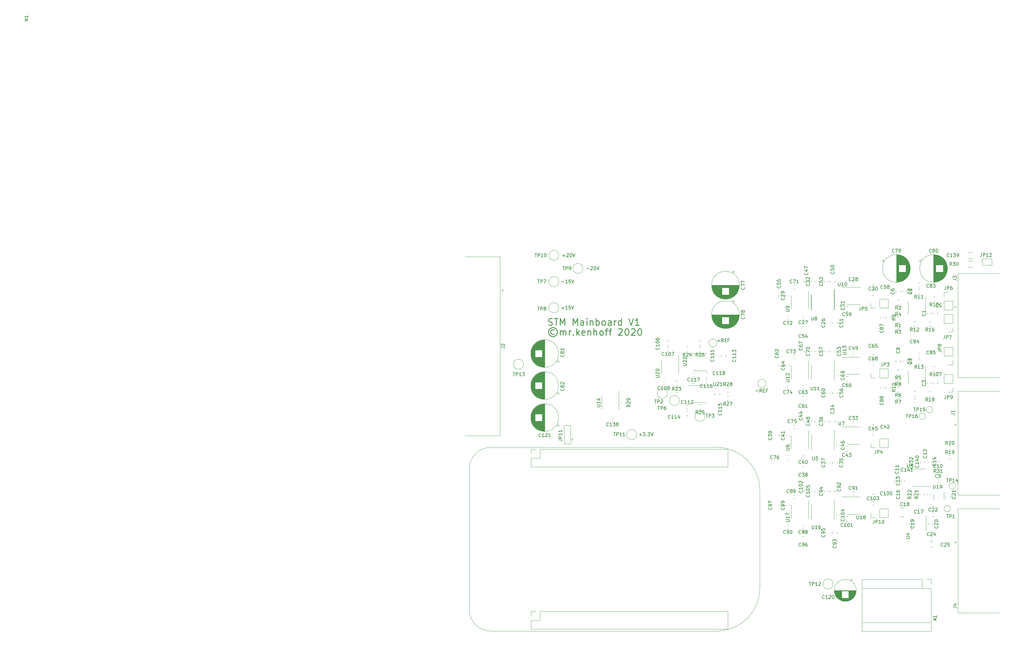
<source format=gbr>
G04 #@! TF.GenerationSoftware,KiCad,Pcbnew,5.1.6*
G04 #@! TF.CreationDate,2020-07-14T16:13:17+02:00*
G04 #@! TF.ProjectId,Mainboard,4d61696e-626f-4617-9264-2e6b69636164,rev?*
G04 #@! TF.SameCoordinates,Original*
G04 #@! TF.FileFunction,Legend,Top*
G04 #@! TF.FilePolarity,Positive*
%FSLAX46Y46*%
G04 Gerber Fmt 4.6, Leading zero omitted, Abs format (unit mm)*
G04 Created by KiCad (PCBNEW 5.1.6) date 2020-07-14 16:13:17*
%MOMM*%
%LPD*%
G01*
G04 APERTURE LIST*
%ADD10C,0.250000*%
%ADD11C,0.160000*%
%ADD12C,0.120000*%
%ADD13C,0.150000*%
G04 APERTURE END LIST*
D10*
X97097738Y-66355952D02*
X96907261Y-66260714D01*
X96526309Y-66260714D01*
X96335833Y-66355952D01*
X96145357Y-66546428D01*
X96050119Y-66736904D01*
X96050119Y-67117857D01*
X96145357Y-67308333D01*
X96335833Y-67498809D01*
X96526309Y-67594047D01*
X96907261Y-67594047D01*
X97097738Y-67498809D01*
X96716785Y-65594047D02*
X96240595Y-65689285D01*
X95764404Y-65975000D01*
X95478690Y-66451190D01*
X95383452Y-66927380D01*
X95478690Y-67403571D01*
X95764404Y-67879761D01*
X96240595Y-68165476D01*
X96716785Y-68260714D01*
X97192976Y-68165476D01*
X97669166Y-67879761D01*
X97954880Y-67403571D01*
X98050119Y-66927380D01*
X97954880Y-66451190D01*
X97669166Y-65975000D01*
X97192976Y-65689285D01*
X96716785Y-65594047D01*
X98907261Y-67879761D02*
X98907261Y-66546428D01*
X98907261Y-66736904D02*
X99002500Y-66641666D01*
X99192976Y-66546428D01*
X99478690Y-66546428D01*
X99669166Y-66641666D01*
X99764404Y-66832142D01*
X99764404Y-67879761D01*
X99764404Y-66832142D02*
X99859642Y-66641666D01*
X100050119Y-66546428D01*
X100335833Y-66546428D01*
X100526309Y-66641666D01*
X100621547Y-66832142D01*
X100621547Y-67879761D01*
X101573928Y-67879761D02*
X101573928Y-66546428D01*
X101573928Y-66927380D02*
X101669166Y-66736904D01*
X101764404Y-66641666D01*
X101954880Y-66546428D01*
X102145357Y-66546428D01*
X102812023Y-67689285D02*
X102907261Y-67784523D01*
X102812023Y-67879761D01*
X102716785Y-67784523D01*
X102812023Y-67689285D01*
X102812023Y-67879761D01*
X103764404Y-67879761D02*
X103764404Y-65879761D01*
X103954880Y-67117857D02*
X104526309Y-67879761D01*
X104526309Y-66546428D02*
X103764404Y-67308333D01*
X106145357Y-67784523D02*
X105954880Y-67879761D01*
X105573928Y-67879761D01*
X105383452Y-67784523D01*
X105288214Y-67594047D01*
X105288214Y-66832142D01*
X105383452Y-66641666D01*
X105573928Y-66546428D01*
X105954880Y-66546428D01*
X106145357Y-66641666D01*
X106240595Y-66832142D01*
X106240595Y-67022619D01*
X105288214Y-67213095D01*
X107097738Y-66546428D02*
X107097738Y-67879761D01*
X107097738Y-66736904D02*
X107192976Y-66641666D01*
X107383452Y-66546428D01*
X107669166Y-66546428D01*
X107859642Y-66641666D01*
X107954880Y-66832142D01*
X107954880Y-67879761D01*
X108907261Y-67879761D02*
X108907261Y-65879761D01*
X109764404Y-67879761D02*
X109764404Y-66832142D01*
X109669166Y-66641666D01*
X109478690Y-66546428D01*
X109192976Y-66546428D01*
X109002500Y-66641666D01*
X108907261Y-66736904D01*
X111002500Y-67879761D02*
X110812023Y-67784523D01*
X110716785Y-67689285D01*
X110621547Y-67498809D01*
X110621547Y-66927380D01*
X110716785Y-66736904D01*
X110812023Y-66641666D01*
X111002500Y-66546428D01*
X111288214Y-66546428D01*
X111478690Y-66641666D01*
X111573928Y-66736904D01*
X111669166Y-66927380D01*
X111669166Y-67498809D01*
X111573928Y-67689285D01*
X111478690Y-67784523D01*
X111288214Y-67879761D01*
X111002500Y-67879761D01*
X112240595Y-66546428D02*
X113002500Y-66546428D01*
X112526309Y-67879761D02*
X112526309Y-66165476D01*
X112621547Y-65975000D01*
X112812023Y-65879761D01*
X113002500Y-65879761D01*
X113383452Y-66546428D02*
X114145357Y-66546428D01*
X113669166Y-67879761D02*
X113669166Y-66165476D01*
X113764404Y-65975000D01*
X113954880Y-65879761D01*
X114145357Y-65879761D01*
X116240595Y-66070238D02*
X116335833Y-65975000D01*
X116526309Y-65879761D01*
X117002500Y-65879761D01*
X117192976Y-65975000D01*
X117288214Y-66070238D01*
X117383452Y-66260714D01*
X117383452Y-66451190D01*
X117288214Y-66736904D01*
X116145357Y-67879761D01*
X117383452Y-67879761D01*
X118621547Y-65879761D02*
X118812023Y-65879761D01*
X119002500Y-65975000D01*
X119097738Y-66070238D01*
X119192976Y-66260714D01*
X119288214Y-66641666D01*
X119288214Y-67117857D01*
X119192976Y-67498809D01*
X119097738Y-67689285D01*
X119002500Y-67784523D01*
X118812023Y-67879761D01*
X118621547Y-67879761D01*
X118431071Y-67784523D01*
X118335833Y-67689285D01*
X118240595Y-67498809D01*
X118145357Y-67117857D01*
X118145357Y-66641666D01*
X118240595Y-66260714D01*
X118335833Y-66070238D01*
X118431071Y-65975000D01*
X118621547Y-65879761D01*
X120050119Y-66070238D02*
X120145357Y-65975000D01*
X120335833Y-65879761D01*
X120812023Y-65879761D01*
X121002500Y-65975000D01*
X121097738Y-66070238D01*
X121192976Y-66260714D01*
X121192976Y-66451190D01*
X121097738Y-66736904D01*
X119954880Y-67879761D01*
X121192976Y-67879761D01*
X122431071Y-65879761D02*
X122621547Y-65879761D01*
X122812023Y-65975000D01*
X122907261Y-66070238D01*
X123002500Y-66260714D01*
X123097738Y-66641666D01*
X123097738Y-67117857D01*
X123002500Y-67498809D01*
X122907261Y-67689285D01*
X122812023Y-67784523D01*
X122621547Y-67879761D01*
X122431071Y-67879761D01*
X122240595Y-67784523D01*
X122145357Y-67689285D01*
X122050119Y-67498809D01*
X121954880Y-67117857D01*
X121954880Y-66641666D01*
X122050119Y-66260714D01*
X122145357Y-66070238D01*
X122240595Y-65975000D01*
X122431071Y-65879761D01*
X95383452Y-64784523D02*
X95669166Y-64879761D01*
X96145357Y-64879761D01*
X96335833Y-64784523D01*
X96431071Y-64689285D01*
X96526309Y-64498809D01*
X96526309Y-64308333D01*
X96431071Y-64117857D01*
X96335833Y-64022619D01*
X96145357Y-63927380D01*
X95764404Y-63832142D01*
X95573928Y-63736904D01*
X95478690Y-63641666D01*
X95383452Y-63451190D01*
X95383452Y-63260714D01*
X95478690Y-63070238D01*
X95573928Y-62975000D01*
X95764404Y-62879761D01*
X96240595Y-62879761D01*
X96526309Y-62975000D01*
X97097738Y-62879761D02*
X98240595Y-62879761D01*
X97669166Y-64879761D02*
X97669166Y-62879761D01*
X98907261Y-64879761D02*
X98907261Y-62879761D01*
X99573928Y-64308333D01*
X100240595Y-62879761D01*
X100240595Y-64879761D01*
X102716785Y-64879761D02*
X102716785Y-62879761D01*
X103383452Y-64308333D01*
X104050119Y-62879761D01*
X104050119Y-64879761D01*
X105859642Y-64879761D02*
X105859642Y-63832142D01*
X105764404Y-63641666D01*
X105573928Y-63546428D01*
X105192976Y-63546428D01*
X105002500Y-63641666D01*
X105859642Y-64784523D02*
X105669166Y-64879761D01*
X105192976Y-64879761D01*
X105002500Y-64784523D01*
X104907261Y-64594047D01*
X104907261Y-64403571D01*
X105002500Y-64213095D01*
X105192976Y-64117857D01*
X105669166Y-64117857D01*
X105859642Y-64022619D01*
X106812023Y-64879761D02*
X106812023Y-63546428D01*
X106812023Y-62879761D02*
X106716785Y-62975000D01*
X106812023Y-63070238D01*
X106907261Y-62975000D01*
X106812023Y-62879761D01*
X106812023Y-63070238D01*
X107764404Y-63546428D02*
X107764404Y-64879761D01*
X107764404Y-63736904D02*
X107859642Y-63641666D01*
X108050119Y-63546428D01*
X108335833Y-63546428D01*
X108526309Y-63641666D01*
X108621547Y-63832142D01*
X108621547Y-64879761D01*
X109573928Y-64879761D02*
X109573928Y-62879761D01*
X109573928Y-63641666D02*
X109764404Y-63546428D01*
X110145357Y-63546428D01*
X110335833Y-63641666D01*
X110431071Y-63736904D01*
X110526309Y-63927380D01*
X110526309Y-64498809D01*
X110431071Y-64689285D01*
X110335833Y-64784523D01*
X110145357Y-64879761D01*
X109764404Y-64879761D01*
X109573928Y-64784523D01*
X111669166Y-64879761D02*
X111478690Y-64784523D01*
X111383452Y-64689285D01*
X111288214Y-64498809D01*
X111288214Y-63927380D01*
X111383452Y-63736904D01*
X111478690Y-63641666D01*
X111669166Y-63546428D01*
X111954880Y-63546428D01*
X112145357Y-63641666D01*
X112240595Y-63736904D01*
X112335833Y-63927380D01*
X112335833Y-64498809D01*
X112240595Y-64689285D01*
X112145357Y-64784523D01*
X111954880Y-64879761D01*
X111669166Y-64879761D01*
X114050119Y-64879761D02*
X114050119Y-63832142D01*
X113954880Y-63641666D01*
X113764404Y-63546428D01*
X113383452Y-63546428D01*
X113192976Y-63641666D01*
X114050119Y-64784523D02*
X113859642Y-64879761D01*
X113383452Y-64879761D01*
X113192976Y-64784523D01*
X113097738Y-64594047D01*
X113097738Y-64403571D01*
X113192976Y-64213095D01*
X113383452Y-64117857D01*
X113859642Y-64117857D01*
X114050119Y-64022619D01*
X115002500Y-64879761D02*
X115002500Y-63546428D01*
X115002500Y-63927380D02*
X115097738Y-63736904D01*
X115192976Y-63641666D01*
X115383452Y-63546428D01*
X115573928Y-63546428D01*
X117097738Y-64879761D02*
X117097738Y-62879761D01*
X117097738Y-64784523D02*
X116907261Y-64879761D01*
X116526309Y-64879761D01*
X116335833Y-64784523D01*
X116240595Y-64689285D01*
X116145357Y-64498809D01*
X116145357Y-63927380D01*
X116240595Y-63736904D01*
X116335833Y-63641666D01*
X116526309Y-63546428D01*
X116907261Y-63546428D01*
X117097738Y-63641666D01*
X119288214Y-62879761D02*
X119954880Y-64879761D01*
X120621547Y-62879761D01*
X122335833Y-64879761D02*
X121192976Y-64879761D01*
X121764404Y-64879761D02*
X121764404Y-62879761D01*
X121573928Y-63165476D01*
X121383452Y-63355952D01*
X121192976Y-63451190D01*
D11*
X157013095Y-84471428D02*
X157775000Y-84471428D01*
X158822619Y-84852380D02*
X158489285Y-84376190D01*
X158251190Y-84852380D02*
X158251190Y-83852380D01*
X158632142Y-83852380D01*
X158727380Y-83900000D01*
X158775000Y-83947619D01*
X158822619Y-84042857D01*
X158822619Y-84185714D01*
X158775000Y-84280952D01*
X158727380Y-84328571D01*
X158632142Y-84376190D01*
X158251190Y-84376190D01*
X159251190Y-84328571D02*
X159584523Y-84328571D01*
X159727380Y-84852380D02*
X159251190Y-84852380D01*
X159251190Y-83852380D01*
X159727380Y-83852380D01*
X160489285Y-84328571D02*
X160155952Y-84328571D01*
X160155952Y-84852380D02*
X160155952Y-83852380D01*
X160632142Y-83852380D01*
X145638095Y-69521428D02*
X146400000Y-69521428D01*
X146019047Y-69902380D02*
X146019047Y-69140476D01*
X147447619Y-69902380D02*
X147114285Y-69426190D01*
X146876190Y-69902380D02*
X146876190Y-68902380D01*
X147257142Y-68902380D01*
X147352380Y-68950000D01*
X147400000Y-68997619D01*
X147447619Y-69092857D01*
X147447619Y-69235714D01*
X147400000Y-69330952D01*
X147352380Y-69378571D01*
X147257142Y-69426190D01*
X146876190Y-69426190D01*
X147876190Y-69378571D02*
X148209523Y-69378571D01*
X148352380Y-69902380D02*
X147876190Y-69902380D01*
X147876190Y-68902380D01*
X148352380Y-68902380D01*
X149114285Y-69378571D02*
X148780952Y-69378571D01*
X148780952Y-69902380D02*
X148780952Y-68902380D01*
X149257142Y-68902380D01*
X122392095Y-97471428D02*
X123154000Y-97471428D01*
X122773047Y-97852380D02*
X122773047Y-97090476D01*
X123534952Y-96852380D02*
X124154000Y-96852380D01*
X123820666Y-97233333D01*
X123963523Y-97233333D01*
X124058761Y-97280952D01*
X124106380Y-97328571D01*
X124154000Y-97423809D01*
X124154000Y-97661904D01*
X124106380Y-97757142D01*
X124058761Y-97804761D01*
X123963523Y-97852380D01*
X123677809Y-97852380D01*
X123582571Y-97804761D01*
X123534952Y-97757142D01*
X124582571Y-97757142D02*
X124630190Y-97804761D01*
X124582571Y-97852380D01*
X124534952Y-97804761D01*
X124582571Y-97757142D01*
X124582571Y-97852380D01*
X124963523Y-96852380D02*
X125582571Y-96852380D01*
X125249238Y-97233333D01*
X125392095Y-97233333D01*
X125487333Y-97280952D01*
X125534952Y-97328571D01*
X125582571Y-97423809D01*
X125582571Y-97661904D01*
X125534952Y-97757142D01*
X125487333Y-97804761D01*
X125392095Y-97852380D01*
X125106380Y-97852380D01*
X125011142Y-97804761D01*
X124963523Y-97757142D01*
X125868285Y-96852380D02*
X126201619Y-97852380D01*
X126534952Y-96852380D01*
X99317095Y-59771428D02*
X100079000Y-59771428D01*
X99698047Y-60152380D02*
X99698047Y-59390476D01*
X101079000Y-60152380D02*
X100507571Y-60152380D01*
X100793285Y-60152380D02*
X100793285Y-59152380D01*
X100698047Y-59295238D01*
X100602809Y-59390476D01*
X100507571Y-59438095D01*
X101983761Y-59152380D02*
X101507571Y-59152380D01*
X101459952Y-59628571D01*
X101507571Y-59580952D01*
X101602809Y-59533333D01*
X101840904Y-59533333D01*
X101936142Y-59580952D01*
X101983761Y-59628571D01*
X102031380Y-59723809D01*
X102031380Y-59961904D01*
X101983761Y-60057142D01*
X101936142Y-60104761D01*
X101840904Y-60152380D01*
X101602809Y-60152380D01*
X101507571Y-60104761D01*
X101459952Y-60057142D01*
X102317095Y-59152380D02*
X102650428Y-60152380D01*
X102983761Y-59152380D01*
X99317095Y-51971428D02*
X100079000Y-51971428D01*
X101079000Y-52352380D02*
X100507571Y-52352380D01*
X100793285Y-52352380D02*
X100793285Y-51352380D01*
X100698047Y-51495238D01*
X100602809Y-51590476D01*
X100507571Y-51638095D01*
X101983761Y-51352380D02*
X101507571Y-51352380D01*
X101459952Y-51828571D01*
X101507571Y-51780952D01*
X101602809Y-51733333D01*
X101840904Y-51733333D01*
X101936142Y-51780952D01*
X101983761Y-51828571D01*
X102031380Y-51923809D01*
X102031380Y-52161904D01*
X101983761Y-52257142D01*
X101936142Y-52304761D01*
X101840904Y-52352380D01*
X101602809Y-52352380D01*
X101507571Y-52304761D01*
X101459952Y-52257142D01*
X102317095Y-51352380D02*
X102650428Y-52352380D01*
X102983761Y-51352380D01*
X106792095Y-48071428D02*
X107554000Y-48071428D01*
X107982571Y-47547619D02*
X108030190Y-47500000D01*
X108125428Y-47452380D01*
X108363523Y-47452380D01*
X108458761Y-47500000D01*
X108506380Y-47547619D01*
X108554000Y-47642857D01*
X108554000Y-47738095D01*
X108506380Y-47880952D01*
X107934952Y-48452380D01*
X108554000Y-48452380D01*
X109173047Y-47452380D02*
X109268285Y-47452380D01*
X109363523Y-47500000D01*
X109411142Y-47547619D01*
X109458761Y-47642857D01*
X109506380Y-47833333D01*
X109506380Y-48071428D01*
X109458761Y-48261904D01*
X109411142Y-48357142D01*
X109363523Y-48404761D01*
X109268285Y-48452380D01*
X109173047Y-48452380D01*
X109077809Y-48404761D01*
X109030190Y-48357142D01*
X108982571Y-48261904D01*
X108934952Y-48071428D01*
X108934952Y-47833333D01*
X108982571Y-47642857D01*
X109030190Y-47547619D01*
X109077809Y-47500000D01*
X109173047Y-47452380D01*
X109792095Y-47452380D02*
X110125428Y-48452380D01*
X110458761Y-47452380D01*
X99642095Y-44171428D02*
X100404000Y-44171428D01*
X100023047Y-44552380D02*
X100023047Y-43790476D01*
X100832571Y-43647619D02*
X100880190Y-43600000D01*
X100975428Y-43552380D01*
X101213523Y-43552380D01*
X101308761Y-43600000D01*
X101356380Y-43647619D01*
X101404000Y-43742857D01*
X101404000Y-43838095D01*
X101356380Y-43980952D01*
X100784952Y-44552380D01*
X101404000Y-44552380D01*
X102023047Y-43552380D02*
X102118285Y-43552380D01*
X102213523Y-43600000D01*
X102261142Y-43647619D01*
X102308761Y-43742857D01*
X102356380Y-43933333D01*
X102356380Y-44171428D01*
X102308761Y-44361904D01*
X102261142Y-44457142D01*
X102213523Y-44504761D01*
X102118285Y-44552380D01*
X102023047Y-44552380D01*
X101927809Y-44504761D01*
X101880190Y-44457142D01*
X101832571Y-44361904D01*
X101784952Y-44171428D01*
X101784952Y-43933333D01*
X101832571Y-43742857D01*
X101880190Y-43647619D01*
X101927809Y-43600000D01*
X102023047Y-43552380D01*
X102642095Y-43552380D02*
X102975428Y-44552380D01*
X103308761Y-43552380D01*
D12*
X207450000Y-92000000D02*
G75*
G03*
X207450000Y-92000000I-950000J0D01*
G01*
X209700000Y-90000000D02*
G75*
G03*
X209700000Y-90000000I-950000J0D01*
G01*
X216450000Y-112750000D02*
G75*
G03*
X216450000Y-112750000I-950000J0D01*
G01*
X114611267Y-93525000D02*
X114268733Y-93525000D01*
X114611267Y-92505000D02*
X114268733Y-92505000D01*
X138741267Y-80190000D02*
X138398733Y-80190000D01*
X138741267Y-79170000D02*
X138398733Y-79170000D01*
X142551267Y-82095000D02*
X142208733Y-82095000D01*
X142551267Y-81075000D02*
X142208733Y-81075000D01*
X136493733Y-88695000D02*
X136836267Y-88695000D01*
X136493733Y-89715000D02*
X136836267Y-89715000D01*
X145045000Y-74136267D02*
X145045000Y-73793733D01*
X146065000Y-74136267D02*
X146065000Y-73793733D01*
X129851267Y-82730000D02*
X129508733Y-82730000D01*
X129851267Y-81710000D02*
X129508733Y-81710000D01*
X131121267Y-72570000D02*
X130778733Y-72570000D01*
X131121267Y-71550000D02*
X130778733Y-71550000D01*
X173540000Y-114471267D02*
X173540000Y-114128733D01*
X174560000Y-114471267D02*
X174560000Y-114128733D01*
X182035000Y-121278733D02*
X182035000Y-121621267D01*
X181015000Y-121278733D02*
X181015000Y-121621267D01*
X191753733Y-117365000D02*
X192096267Y-117365000D01*
X191753733Y-118385000D02*
X192096267Y-118385000D01*
X166065000Y-118696267D02*
X166065000Y-118353733D01*
X167085000Y-118696267D02*
X167085000Y-118353733D01*
X171296267Y-125535000D02*
X170953733Y-125535000D01*
X171296267Y-124515000D02*
X170953733Y-124515000D01*
X178090000Y-126821267D02*
X178090000Y-126478733D01*
X179110000Y-126821267D02*
X179110000Y-126478733D01*
X177440000Y-114471267D02*
X177440000Y-114128733D01*
X178460000Y-114471267D02*
X178460000Y-114128733D01*
X173540000Y-72871267D02*
X173540000Y-72528733D01*
X174560000Y-72871267D02*
X174560000Y-72528733D01*
X182035000Y-79678733D02*
X182035000Y-80021267D01*
X181015000Y-79678733D02*
X181015000Y-80021267D01*
X191753733Y-75765000D02*
X192096267Y-75765000D01*
X191753733Y-76785000D02*
X192096267Y-76785000D01*
X166065000Y-77096267D02*
X166065000Y-76753733D01*
X167085000Y-77096267D02*
X167085000Y-76753733D01*
X171296267Y-83935000D02*
X170953733Y-83935000D01*
X171296267Y-82915000D02*
X170953733Y-82915000D01*
X178090000Y-85221267D02*
X178090000Y-84878733D01*
X179110000Y-85221267D02*
X179110000Y-84878733D01*
X177440000Y-72871267D02*
X177440000Y-72528733D01*
X178460000Y-72871267D02*
X178460000Y-72528733D01*
X177440000Y-52071267D02*
X177440000Y-51728733D01*
X178460000Y-52071267D02*
X178460000Y-51728733D01*
X173540000Y-93671267D02*
X173540000Y-93328733D01*
X174560000Y-93671267D02*
X174560000Y-93328733D01*
X182035000Y-100478733D02*
X182035000Y-100821267D01*
X181015000Y-100478733D02*
X181015000Y-100821267D01*
X191753733Y-96565000D02*
X192096267Y-96565000D01*
X191753733Y-97585000D02*
X192096267Y-97585000D01*
X166065000Y-97896267D02*
X166065000Y-97553733D01*
X167085000Y-97896267D02*
X167085000Y-97553733D01*
X171296267Y-104735000D02*
X170953733Y-104735000D01*
X171296267Y-103715000D02*
X170953733Y-103715000D01*
X178090000Y-106021267D02*
X178090000Y-105678733D01*
X179110000Y-106021267D02*
X179110000Y-105678733D01*
X177440000Y-93671267D02*
X177440000Y-93328733D01*
X178460000Y-93671267D02*
X178460000Y-93328733D01*
X173540000Y-52071267D02*
X173540000Y-51728733D01*
X174560000Y-52071267D02*
X174560000Y-51728733D01*
X182035000Y-58878733D02*
X182035000Y-59221267D01*
X181015000Y-58878733D02*
X181015000Y-59221267D01*
X191753733Y-54965000D02*
X192096267Y-54965000D01*
X191753733Y-55985000D02*
X192096267Y-55985000D01*
X166065000Y-56296267D02*
X166065000Y-55953733D01*
X167085000Y-56296267D02*
X167085000Y-55953733D01*
X171296267Y-63135000D02*
X170953733Y-63135000D01*
X171296267Y-62115000D02*
X170953733Y-62115000D01*
X178090000Y-64421267D02*
X178090000Y-64078733D01*
X179110000Y-64421267D02*
X179110000Y-64078733D01*
X209078733Y-127990000D02*
X209421267Y-127990000D01*
X209078733Y-129010000D02*
X209421267Y-129010000D01*
X209578733Y-120740000D02*
X209921267Y-120740000D01*
X209578733Y-121760000D02*
X209921267Y-121760000D01*
X202760000Y-123828733D02*
X202760000Y-124171267D01*
X201740000Y-123828733D02*
X201740000Y-124171267D01*
X209260000Y-105328733D02*
X209260000Y-105671267D01*
X208240000Y-105328733D02*
X208240000Y-105671267D01*
X200240000Y-111421267D02*
X200240000Y-111078733D01*
X201260000Y-111421267D02*
X201260000Y-111078733D01*
X201860000Y-75453733D02*
X201860000Y-75796267D01*
X200840000Y-75453733D02*
X200840000Y-75796267D01*
X207990000Y-82296267D02*
X207990000Y-81953733D01*
X209010000Y-82296267D02*
X209010000Y-81953733D01*
X201860000Y-54653733D02*
X201860000Y-54996267D01*
X200840000Y-54653733D02*
X200840000Y-54996267D01*
X207990000Y-61496267D02*
X207990000Y-61153733D01*
X209010000Y-61496267D02*
X209010000Y-61153733D01*
X205990000Y-105671267D02*
X205990000Y-105328733D01*
X207010000Y-105671267D02*
X207010000Y-105328733D01*
X204240000Y-105671267D02*
X204240000Y-105328733D01*
X205260000Y-105671267D02*
X205260000Y-105328733D01*
X211078733Y-109240000D02*
X211421267Y-109240000D01*
X211078733Y-110260000D02*
X211421267Y-110260000D01*
X214578733Y-100875000D02*
X214921267Y-100875000D01*
X214578733Y-101895000D02*
X214921267Y-101895000D01*
X214578733Y-103645000D02*
X214921267Y-103645000D01*
X214578733Y-104665000D02*
X214921267Y-104665000D01*
X202171267Y-107010000D02*
X201828733Y-107010000D01*
X202171267Y-105990000D02*
X201828733Y-105990000D01*
X211078733Y-107740000D02*
X211421267Y-107740000D01*
X211078733Y-108760000D02*
X211421267Y-108760000D01*
X211078733Y-110740000D02*
X211421267Y-110740000D01*
X211078733Y-111760000D02*
X211421267Y-111760000D01*
X118325000Y-87676422D02*
X118325000Y-88193578D01*
X116905000Y-87676422D02*
X116905000Y-88193578D01*
X148471422Y-83415000D02*
X148988578Y-83415000D01*
X148471422Y-84835000D02*
X148988578Y-84835000D01*
X148988578Y-87375000D02*
X148471422Y-87375000D01*
X148988578Y-85955000D02*
X148471422Y-85955000D01*
X140733578Y-72770000D02*
X140216422Y-72770000D01*
X140733578Y-71350000D02*
X140216422Y-71350000D01*
X140733578Y-89915000D02*
X140216422Y-89915000D01*
X140733578Y-88495000D02*
X140216422Y-88495000D01*
X136923578Y-72770000D02*
X136406422Y-72770000D01*
X136923578Y-71350000D02*
X136406422Y-71350000D01*
X133748578Y-82930000D02*
X133231422Y-82930000D01*
X133748578Y-81510000D02*
X133231422Y-81510000D01*
X203790000Y-115508578D02*
X203790000Y-114991422D01*
X205210000Y-115508578D02*
X205210000Y-114991422D01*
X205790000Y-115508578D02*
X205790000Y-114991422D01*
X207210000Y-115508578D02*
X207210000Y-114991422D01*
X209083578Y-86085000D02*
X208566422Y-86085000D01*
X209083578Y-84665000D02*
X208566422Y-84665000D01*
X210383578Y-78610000D02*
X209866422Y-78610000D01*
X210383578Y-77190000D02*
X209866422Y-77190000D01*
X209083578Y-65285000D02*
X208566422Y-65285000D01*
X209083578Y-63865000D02*
X208566422Y-63865000D01*
X210383578Y-57810000D02*
X209866422Y-57810000D01*
X210383578Y-56390000D02*
X209866422Y-56390000D01*
X204533578Y-86085000D02*
X204016422Y-86085000D01*
X204533578Y-84665000D02*
X204016422Y-84665000D01*
X205833578Y-76335000D02*
X205316422Y-76335000D01*
X205833578Y-74915000D02*
X205316422Y-74915000D01*
X204533578Y-65285000D02*
X204016422Y-65285000D01*
X204533578Y-63865000D02*
X204016422Y-63865000D01*
X205833578Y-55535000D02*
X205316422Y-55535000D01*
X205833578Y-54115000D02*
X205316422Y-54115000D01*
X197185000Y-83166422D02*
X197185000Y-83683578D01*
X195765000Y-83166422D02*
X195765000Y-83683578D01*
X197185000Y-62366422D02*
X197185000Y-62883578D01*
X195765000Y-62366422D02*
X195765000Y-62883578D01*
X199658578Y-81535000D02*
X199141422Y-81535000D01*
X199658578Y-80115000D02*
X199141422Y-80115000D01*
X199658578Y-86735000D02*
X199141422Y-86735000D01*
X199658578Y-85315000D02*
X199141422Y-85315000D01*
X199658578Y-84785000D02*
X199141422Y-84785000D01*
X199658578Y-83365000D02*
X199141422Y-83365000D01*
X199658578Y-79585000D02*
X199141422Y-79585000D01*
X199658578Y-78165000D02*
X199141422Y-78165000D01*
X199658578Y-60735000D02*
X199141422Y-60735000D01*
X199658578Y-59315000D02*
X199141422Y-59315000D01*
X199658578Y-65935000D02*
X199141422Y-65935000D01*
X199658578Y-64515000D02*
X199141422Y-64515000D01*
X199658578Y-58785000D02*
X199141422Y-58785000D01*
X199658578Y-57365000D02*
X199141422Y-57365000D01*
X199658578Y-63985000D02*
X199141422Y-63985000D01*
X199658578Y-62565000D02*
X199141422Y-62565000D01*
X220247936Y-47610000D02*
X221452064Y-47610000D01*
X220247936Y-45790000D02*
X221452064Y-45790000D01*
X227200000Y-47050000D02*
X224400000Y-47050000D01*
X224400000Y-47050000D02*
X224400000Y-45050000D01*
X224400000Y-45050000D02*
X227200000Y-45050000D01*
X227200000Y-45050000D02*
X227200000Y-47050000D01*
X220247936Y-45010000D02*
X221452064Y-45010000D01*
X220247936Y-43190000D02*
X221452064Y-43190000D01*
X88000000Y-76505000D02*
G75*
G03*
X88000000Y-76505000I-1500000J0D01*
G01*
X180075000Y-141910000D02*
G75*
G03*
X180075000Y-141910000I-1500000J0D01*
G01*
X121655000Y-97460000D02*
G75*
G03*
X121655000Y-97460000I-1500000J0D01*
G01*
X98525000Y-44100000D02*
G75*
G03*
X98525000Y-44100000I-1500000J0D01*
G01*
X105675000Y-48000000D02*
G75*
G03*
X105675000Y-48000000I-1500000J0D01*
G01*
X98525000Y-59700000D02*
G75*
G03*
X98525000Y-59700000I-1500000J0D01*
G01*
X98525000Y-51900000D02*
G75*
G03*
X98525000Y-51900000I-1500000J0D01*
G01*
X160090000Y-82220000D02*
G75*
G03*
X160090000Y-82220000I-1200000J0D01*
G01*
X145485000Y-70155000D02*
G75*
G03*
X145485000Y-70155000I-1200000J0D01*
G01*
X102605000Y-98560000D02*
X102305000Y-98860000D01*
X102605000Y-99160000D02*
X102605000Y-98560000D01*
X102305000Y-98860000D02*
X102605000Y-99160000D01*
X102055000Y-100210000D02*
X100105000Y-100210000D01*
X102055000Y-94710000D02*
X102055000Y-100210000D01*
X100105000Y-94710000D02*
X102055000Y-94710000D01*
X100105000Y-100210000D02*
X100105000Y-94710000D01*
X98284698Y-95095000D02*
X98284698Y-94295000D01*
X98684698Y-94695000D02*
X97884698Y-94695000D01*
X90194000Y-92913000D02*
X90194000Y-91847000D01*
X90234000Y-93148000D02*
X90234000Y-91612000D01*
X90274000Y-93328000D02*
X90274000Y-91432000D01*
X90314000Y-93478000D02*
X90314000Y-91282000D01*
X90354000Y-93609000D02*
X90354000Y-91151000D01*
X90394000Y-93726000D02*
X90394000Y-91034000D01*
X90434000Y-93833000D02*
X90434000Y-90927000D01*
X90474000Y-93932000D02*
X90474000Y-90828000D01*
X90514000Y-94025000D02*
X90514000Y-90735000D01*
X90554000Y-94111000D02*
X90554000Y-90649000D01*
X90594000Y-94193000D02*
X90594000Y-90567000D01*
X90634000Y-94270000D02*
X90634000Y-90490000D01*
X90674000Y-94344000D02*
X90674000Y-90416000D01*
X90714000Y-94414000D02*
X90714000Y-90346000D01*
X90754000Y-94482000D02*
X90754000Y-90278000D01*
X90794000Y-94546000D02*
X90794000Y-90214000D01*
X90834000Y-94608000D02*
X90834000Y-90152000D01*
X90874000Y-94667000D02*
X90874000Y-90093000D01*
X90914000Y-94725000D02*
X90914000Y-90035000D01*
X90954000Y-94780000D02*
X90954000Y-89980000D01*
X90994000Y-94834000D02*
X90994000Y-89926000D01*
X91034000Y-94885000D02*
X91034000Y-89875000D01*
X91074000Y-94936000D02*
X91074000Y-89824000D01*
X91114000Y-94984000D02*
X91114000Y-89776000D01*
X91154000Y-95031000D02*
X91154000Y-89729000D01*
X91194000Y-95077000D02*
X91194000Y-89683000D01*
X91234000Y-95121000D02*
X91234000Y-89639000D01*
X91274000Y-95164000D02*
X91274000Y-89596000D01*
X91314000Y-95206000D02*
X91314000Y-89554000D01*
X91354000Y-95247000D02*
X91354000Y-89513000D01*
X91394000Y-95287000D02*
X91394000Y-89473000D01*
X91434000Y-95325000D02*
X91434000Y-89435000D01*
X91474000Y-95363000D02*
X91474000Y-89397000D01*
X91514000Y-91340000D02*
X91514000Y-89361000D01*
X91514000Y-95399000D02*
X91514000Y-93420000D01*
X91554000Y-91340000D02*
X91554000Y-89325000D01*
X91554000Y-95435000D02*
X91554000Y-93420000D01*
X91594000Y-91340000D02*
X91594000Y-89290000D01*
X91594000Y-95470000D02*
X91594000Y-93420000D01*
X91634000Y-91340000D02*
X91634000Y-89256000D01*
X91634000Y-95504000D02*
X91634000Y-93420000D01*
X91674000Y-91340000D02*
X91674000Y-89224000D01*
X91674000Y-95536000D02*
X91674000Y-93420000D01*
X91714000Y-91340000D02*
X91714000Y-89191000D01*
X91714000Y-95569000D02*
X91714000Y-93420000D01*
X91754000Y-91340000D02*
X91754000Y-89160000D01*
X91754000Y-95600000D02*
X91754000Y-93420000D01*
X91794000Y-91340000D02*
X91794000Y-89130000D01*
X91794000Y-95630000D02*
X91794000Y-93420000D01*
X91834000Y-91340000D02*
X91834000Y-89100000D01*
X91834000Y-95660000D02*
X91834000Y-93420000D01*
X91874000Y-91340000D02*
X91874000Y-89071000D01*
X91874000Y-95689000D02*
X91874000Y-93420000D01*
X91914000Y-91340000D02*
X91914000Y-89042000D01*
X91914000Y-95718000D02*
X91914000Y-93420000D01*
X91954000Y-91340000D02*
X91954000Y-89015000D01*
X91954000Y-95745000D02*
X91954000Y-93420000D01*
X91994000Y-91340000D02*
X91994000Y-88988000D01*
X91994000Y-95772000D02*
X91994000Y-93420000D01*
X92034000Y-91340000D02*
X92034000Y-88962000D01*
X92034000Y-95798000D02*
X92034000Y-93420000D01*
X92074000Y-91340000D02*
X92074000Y-88936000D01*
X92074000Y-95824000D02*
X92074000Y-93420000D01*
X92114000Y-91340000D02*
X92114000Y-88911000D01*
X92114000Y-95849000D02*
X92114000Y-93420000D01*
X92154000Y-91340000D02*
X92154000Y-88887000D01*
X92154000Y-95873000D02*
X92154000Y-93420000D01*
X92194000Y-91340000D02*
X92194000Y-88863000D01*
X92194000Y-95897000D02*
X92194000Y-93420000D01*
X92234000Y-91340000D02*
X92234000Y-88840000D01*
X92234000Y-95920000D02*
X92234000Y-93420000D01*
X92274000Y-91340000D02*
X92274000Y-88818000D01*
X92274000Y-95942000D02*
X92274000Y-93420000D01*
X92314000Y-91340000D02*
X92314000Y-88796000D01*
X92314000Y-95964000D02*
X92314000Y-93420000D01*
X92354000Y-91340000D02*
X92354000Y-88774000D01*
X92354000Y-95986000D02*
X92354000Y-93420000D01*
X92394000Y-91340000D02*
X92394000Y-88753000D01*
X92394000Y-96007000D02*
X92394000Y-93420000D01*
X92434000Y-91340000D02*
X92434000Y-88733000D01*
X92434000Y-96027000D02*
X92434000Y-93420000D01*
X92474000Y-91340000D02*
X92474000Y-88714000D01*
X92474000Y-96046000D02*
X92474000Y-93420000D01*
X92514000Y-91340000D02*
X92514000Y-88694000D01*
X92514000Y-96066000D02*
X92514000Y-93420000D01*
X92554000Y-91340000D02*
X92554000Y-88676000D01*
X92554000Y-96084000D02*
X92554000Y-93420000D01*
X92594000Y-91340000D02*
X92594000Y-88658000D01*
X92594000Y-96102000D02*
X92594000Y-93420000D01*
X92634000Y-91340000D02*
X92634000Y-88640000D01*
X92634000Y-96120000D02*
X92634000Y-93420000D01*
X92674000Y-91340000D02*
X92674000Y-88623000D01*
X92674000Y-96137000D02*
X92674000Y-93420000D01*
X92714000Y-91340000D02*
X92714000Y-88606000D01*
X92714000Y-96154000D02*
X92714000Y-93420000D01*
X92754000Y-91340000D02*
X92754000Y-88590000D01*
X92754000Y-96170000D02*
X92754000Y-93420000D01*
X92794000Y-91340000D02*
X92794000Y-88575000D01*
X92794000Y-96185000D02*
X92794000Y-93420000D01*
X92834000Y-91340000D02*
X92834000Y-88559000D01*
X92834000Y-96201000D02*
X92834000Y-93420000D01*
X92874000Y-91340000D02*
X92874000Y-88545000D01*
X92874000Y-96215000D02*
X92874000Y-93420000D01*
X92914000Y-91340000D02*
X92914000Y-88530000D01*
X92914000Y-96230000D02*
X92914000Y-93420000D01*
X92954000Y-91340000D02*
X92954000Y-88517000D01*
X92954000Y-96243000D02*
X92954000Y-93420000D01*
X92994000Y-91340000D02*
X92994000Y-88503000D01*
X92994000Y-96257000D02*
X92994000Y-93420000D01*
X93034000Y-91340000D02*
X93034000Y-88491000D01*
X93034000Y-96269000D02*
X93034000Y-93420000D01*
X93074000Y-91340000D02*
X93074000Y-88478000D01*
X93074000Y-96282000D02*
X93074000Y-93420000D01*
X93114000Y-91340000D02*
X93114000Y-88466000D01*
X93114000Y-96294000D02*
X93114000Y-93420000D01*
X93154000Y-91340000D02*
X93154000Y-88455000D01*
X93154000Y-96305000D02*
X93154000Y-93420000D01*
X93194000Y-91340000D02*
X93194000Y-88444000D01*
X93194000Y-96316000D02*
X93194000Y-93420000D01*
X93234000Y-91340000D02*
X93234000Y-88433000D01*
X93234000Y-96327000D02*
X93234000Y-93420000D01*
X93274000Y-91340000D02*
X93274000Y-88423000D01*
X93274000Y-96337000D02*
X93274000Y-93420000D01*
X93314000Y-91340000D02*
X93314000Y-88413000D01*
X93314000Y-96347000D02*
X93314000Y-93420000D01*
X93354000Y-91340000D02*
X93354000Y-88404000D01*
X93354000Y-96356000D02*
X93354000Y-93420000D01*
X93394000Y-91340000D02*
X93394000Y-88395000D01*
X93394000Y-96365000D02*
X93394000Y-93420000D01*
X93434000Y-91340000D02*
X93434000Y-88386000D01*
X93434000Y-96374000D02*
X93434000Y-93420000D01*
X93474000Y-91340000D02*
X93474000Y-88378000D01*
X93474000Y-96382000D02*
X93474000Y-93420000D01*
X93514000Y-91340000D02*
X93514000Y-88370000D01*
X93514000Y-96390000D02*
X93514000Y-93420000D01*
X93554000Y-91340000D02*
X93554000Y-88363000D01*
X93554000Y-96397000D02*
X93554000Y-93420000D01*
X93595000Y-96404000D02*
X93595000Y-88356000D01*
X93635000Y-96410000D02*
X93635000Y-88350000D01*
X93675000Y-96417000D02*
X93675000Y-88343000D01*
X93715000Y-96422000D02*
X93715000Y-88338000D01*
X93755000Y-96428000D02*
X93755000Y-88332000D01*
X93795000Y-96432000D02*
X93795000Y-88328000D01*
X93835000Y-96437000D02*
X93835000Y-88323000D01*
X93875000Y-96441000D02*
X93875000Y-88319000D01*
X93915000Y-96445000D02*
X93915000Y-88315000D01*
X93955000Y-96448000D02*
X93955000Y-88312000D01*
X93995000Y-96451000D02*
X93995000Y-88309000D01*
X94035000Y-96454000D02*
X94035000Y-88306000D01*
X94075000Y-96456000D02*
X94075000Y-88304000D01*
X94115000Y-96457000D02*
X94115000Y-88303000D01*
X94155000Y-96459000D02*
X94155000Y-88301000D01*
X94195000Y-96460000D02*
X94195000Y-88300000D01*
X94235000Y-96460000D02*
X94235000Y-88300000D01*
X94275000Y-96460000D02*
X94275000Y-88300000D01*
X98395000Y-92380000D02*
G75*
G03*
X98395000Y-92380000I-4120000J0D01*
G01*
X78245000Y-155880000D02*
X145555000Y-155880000D01*
X158255000Y-143180000D02*
X158255000Y-113970000D01*
X145555000Y-101270000D02*
X78245000Y-101270000D01*
X71895000Y-107620000D02*
X71895000Y-149530000D01*
X148790000Y-150105000D02*
X148790000Y-155305000D01*
X92850000Y-152705000D02*
X90250000Y-152705000D01*
X90250000Y-150105000D02*
X90250000Y-151435000D01*
X92850000Y-150105000D02*
X148790000Y-150105000D01*
X90250000Y-152705000D02*
X90250000Y-155305000D01*
X91580000Y-150105000D02*
X90250000Y-150105000D01*
X92850000Y-150105000D02*
X92850000Y-152705000D01*
X90250000Y-155305000D02*
X148790000Y-155305000D01*
X148790000Y-101845000D02*
X148790000Y-107045000D01*
X92850000Y-104445000D02*
X90250000Y-104445000D01*
X90250000Y-101845000D02*
X90250000Y-103175000D01*
X91580000Y-101845000D02*
X90250000Y-101845000D01*
X92850000Y-101845000D02*
X92850000Y-104445000D01*
X92850000Y-101845000D02*
X148790000Y-101845000D01*
X90250000Y-104445000D02*
X90250000Y-107045000D01*
X90250000Y-107045000D02*
X148790000Y-107045000D01*
X158255000Y-143180000D02*
G75*
G02*
X145555000Y-155880000I-12700000J0D01*
G01*
X78245000Y-155880000D02*
G75*
G02*
X71895000Y-149530000I0J6350000D01*
G01*
X71895000Y-107620000D02*
G75*
G02*
X78245000Y-101270000I6350000J0D01*
G01*
X145555000Y-101270000D02*
G75*
G02*
X158255000Y-113970000I0J-12700000D01*
G01*
X185809000Y-140609759D02*
X185179000Y-140609759D01*
X185494000Y-140294759D02*
X185494000Y-140924759D01*
X184057000Y-147036000D02*
X183253000Y-147036000D01*
X184288000Y-146996000D02*
X183022000Y-146996000D01*
X184457000Y-146956000D02*
X182853000Y-146956000D01*
X184595000Y-146916000D02*
X182715000Y-146916000D01*
X184714000Y-146876000D02*
X182596000Y-146876000D01*
X184820000Y-146836000D02*
X182490000Y-146836000D01*
X184917000Y-146796000D02*
X182393000Y-146796000D01*
X185005000Y-146756000D02*
X182305000Y-146756000D01*
X185087000Y-146716000D02*
X182223000Y-146716000D01*
X185164000Y-146676000D02*
X182146000Y-146676000D01*
X185236000Y-146636000D02*
X182074000Y-146636000D01*
X185305000Y-146596000D02*
X182005000Y-146596000D01*
X185369000Y-146556000D02*
X181941000Y-146556000D01*
X185431000Y-146516000D02*
X181879000Y-146516000D01*
X185489000Y-146476000D02*
X181821000Y-146476000D01*
X185545000Y-146436000D02*
X181765000Y-146436000D01*
X185599000Y-146396000D02*
X181711000Y-146396000D01*
X185650000Y-146356000D02*
X181660000Y-146356000D01*
X185699000Y-146316000D02*
X181611000Y-146316000D01*
X185747000Y-146276000D02*
X181563000Y-146276000D01*
X185792000Y-146236000D02*
X181518000Y-146236000D01*
X185837000Y-146196000D02*
X181473000Y-146196000D01*
X185879000Y-146156000D02*
X181431000Y-146156000D01*
X185920000Y-146116000D02*
X181390000Y-146116000D01*
X182615000Y-146076000D02*
X181350000Y-146076000D01*
X185960000Y-146076000D02*
X184695000Y-146076000D01*
X182615000Y-146036000D02*
X181312000Y-146036000D01*
X185998000Y-146036000D02*
X184695000Y-146036000D01*
X182615000Y-145996000D02*
X181275000Y-145996000D01*
X186035000Y-145996000D02*
X184695000Y-145996000D01*
X182615000Y-145956000D02*
X181239000Y-145956000D01*
X186071000Y-145956000D02*
X184695000Y-145956000D01*
X182615000Y-145916000D02*
X181205000Y-145916000D01*
X186105000Y-145916000D02*
X184695000Y-145916000D01*
X182615000Y-145876000D02*
X181171000Y-145876000D01*
X186139000Y-145876000D02*
X184695000Y-145876000D01*
X182615000Y-145836000D02*
X181139000Y-145836000D01*
X186171000Y-145836000D02*
X184695000Y-145836000D01*
X182615000Y-145796000D02*
X181107000Y-145796000D01*
X186203000Y-145796000D02*
X184695000Y-145796000D01*
X182615000Y-145756000D02*
X181077000Y-145756000D01*
X186233000Y-145756000D02*
X184695000Y-145756000D01*
X182615000Y-145716000D02*
X181048000Y-145716000D01*
X186262000Y-145716000D02*
X184695000Y-145716000D01*
X182615000Y-145676000D02*
X181019000Y-145676000D01*
X186291000Y-145676000D02*
X184695000Y-145676000D01*
X182615000Y-145636000D02*
X180991000Y-145636000D01*
X186319000Y-145636000D02*
X184695000Y-145636000D01*
X182615000Y-145596000D02*
X180965000Y-145596000D01*
X186345000Y-145596000D02*
X184695000Y-145596000D01*
X182615000Y-145556000D02*
X180939000Y-145556000D01*
X186371000Y-145556000D02*
X184695000Y-145556000D01*
X182615000Y-145516000D02*
X180913000Y-145516000D01*
X186397000Y-145516000D02*
X184695000Y-145516000D01*
X182615000Y-145476000D02*
X180889000Y-145476000D01*
X186421000Y-145476000D02*
X184695000Y-145476000D01*
X182615000Y-145436000D02*
X180865000Y-145436000D01*
X186445000Y-145436000D02*
X184695000Y-145436000D01*
X182615000Y-145396000D02*
X180843000Y-145396000D01*
X186467000Y-145396000D02*
X184695000Y-145396000D01*
X182615000Y-145356000D02*
X180821000Y-145356000D01*
X186489000Y-145356000D02*
X184695000Y-145356000D01*
X182615000Y-145316000D02*
X180799000Y-145316000D01*
X186511000Y-145316000D02*
X184695000Y-145316000D01*
X182615000Y-145276000D02*
X180779000Y-145276000D01*
X186531000Y-145276000D02*
X184695000Y-145276000D01*
X182615000Y-145236000D02*
X180759000Y-145236000D01*
X186551000Y-145236000D02*
X184695000Y-145236000D01*
X182615000Y-145196000D02*
X180739000Y-145196000D01*
X186571000Y-145196000D02*
X184695000Y-145196000D01*
X182615000Y-145156000D02*
X180721000Y-145156000D01*
X186589000Y-145156000D02*
X184695000Y-145156000D01*
X182615000Y-145116000D02*
X180703000Y-145116000D01*
X186607000Y-145116000D02*
X184695000Y-145116000D01*
X182615000Y-145076000D02*
X180685000Y-145076000D01*
X186625000Y-145076000D02*
X184695000Y-145076000D01*
X182615000Y-145036000D02*
X180669000Y-145036000D01*
X186641000Y-145036000D02*
X184695000Y-145036000D01*
X182615000Y-144996000D02*
X180653000Y-144996000D01*
X186657000Y-144996000D02*
X184695000Y-144996000D01*
X182615000Y-144956000D02*
X180637000Y-144956000D01*
X186673000Y-144956000D02*
X184695000Y-144956000D01*
X182615000Y-144916000D02*
X180622000Y-144916000D01*
X186688000Y-144916000D02*
X184695000Y-144916000D01*
X182615000Y-144876000D02*
X180608000Y-144876000D01*
X186702000Y-144876000D02*
X184695000Y-144876000D01*
X182615000Y-144836000D02*
X180594000Y-144836000D01*
X186716000Y-144836000D02*
X184695000Y-144836000D01*
X182615000Y-144796000D02*
X180581000Y-144796000D01*
X186729000Y-144796000D02*
X184695000Y-144796000D01*
X182615000Y-144756000D02*
X180569000Y-144756000D01*
X186741000Y-144756000D02*
X184695000Y-144756000D01*
X182615000Y-144716000D02*
X180557000Y-144716000D01*
X186753000Y-144716000D02*
X184695000Y-144716000D01*
X182615000Y-144676000D02*
X180545000Y-144676000D01*
X186765000Y-144676000D02*
X184695000Y-144676000D01*
X182615000Y-144636000D02*
X180534000Y-144636000D01*
X186776000Y-144636000D02*
X184695000Y-144636000D01*
X182615000Y-144596000D02*
X180524000Y-144596000D01*
X186786000Y-144596000D02*
X184695000Y-144596000D01*
X182615000Y-144556000D02*
X180514000Y-144556000D01*
X186796000Y-144556000D02*
X184695000Y-144556000D01*
X182615000Y-144516000D02*
X180505000Y-144516000D01*
X186805000Y-144516000D02*
X184695000Y-144516000D01*
X182615000Y-144475000D02*
X180496000Y-144475000D01*
X186814000Y-144475000D02*
X184695000Y-144475000D01*
X182615000Y-144435000D02*
X180488000Y-144435000D01*
X186822000Y-144435000D02*
X184695000Y-144435000D01*
X182615000Y-144395000D02*
X180480000Y-144395000D01*
X186830000Y-144395000D02*
X184695000Y-144395000D01*
X182615000Y-144355000D02*
X180473000Y-144355000D01*
X186837000Y-144355000D02*
X184695000Y-144355000D01*
X182615000Y-144315000D02*
X180466000Y-144315000D01*
X186844000Y-144315000D02*
X184695000Y-144315000D01*
X182615000Y-144275000D02*
X180460000Y-144275000D01*
X186850000Y-144275000D02*
X184695000Y-144275000D01*
X182615000Y-144235000D02*
X180454000Y-144235000D01*
X186856000Y-144235000D02*
X184695000Y-144235000D01*
X182615000Y-144195000D02*
X180449000Y-144195000D01*
X186861000Y-144195000D02*
X184695000Y-144195000D01*
X182615000Y-144155000D02*
X180444000Y-144155000D01*
X186866000Y-144155000D02*
X184695000Y-144155000D01*
X182615000Y-144115000D02*
X180440000Y-144115000D01*
X186870000Y-144115000D02*
X184695000Y-144115000D01*
X182615000Y-144075000D02*
X180437000Y-144075000D01*
X186873000Y-144075000D02*
X184695000Y-144075000D01*
X182615000Y-144035000D02*
X180433000Y-144035000D01*
X186877000Y-144035000D02*
X184695000Y-144035000D01*
X186879000Y-143995000D02*
X180431000Y-143995000D01*
X186882000Y-143955000D02*
X180428000Y-143955000D01*
X186883000Y-143915000D02*
X180427000Y-143915000D01*
X186885000Y-143875000D02*
X180425000Y-143875000D01*
X186885000Y-143835000D02*
X180425000Y-143835000D01*
X186885000Y-143795000D02*
X180425000Y-143795000D01*
X186925000Y-143795000D02*
G75*
G03*
X186925000Y-143795000I-3270000J0D01*
G01*
X214950000Y-119500000D02*
G75*
G03*
X214950000Y-119500000I-950000J0D01*
G01*
X208988748Y-130960000D02*
X209511252Y-130960000D01*
X208988748Y-129540000D02*
X209511252Y-129540000D01*
X134355000Y-87300000D02*
G75*
G03*
X134355000Y-87300000I-1500000J0D01*
G01*
X140475000Y-73310000D02*
X137025000Y-73310000D01*
X140475000Y-73310000D02*
X142425000Y-73310000D01*
X140475000Y-78430000D02*
X138525000Y-78430000D01*
X140475000Y-78430000D02*
X142425000Y-78430000D01*
X140475000Y-82835000D02*
X137025000Y-82835000D01*
X140475000Y-82835000D02*
X142425000Y-82835000D01*
X140475000Y-87955000D02*
X138525000Y-87955000D01*
X140475000Y-87955000D02*
X142425000Y-87955000D01*
X134145000Y-77140000D02*
X134145000Y-73690000D01*
X134145000Y-77140000D02*
X134145000Y-79090000D01*
X129025000Y-77140000D02*
X129025000Y-75190000D01*
X129025000Y-77140000D02*
X129025000Y-79090000D01*
X141975000Y-91999000D02*
G75*
G03*
X141975000Y-91999000I-1500000J0D01*
G01*
X130799000Y-85141000D02*
G75*
G03*
X130799000Y-85141000I-1500000J0D01*
G01*
X138831252Y-80875000D02*
X138308748Y-80875000D01*
X138831252Y-82295000D02*
X138308748Y-82295000D01*
X142641252Y-78970000D02*
X142118748Y-78970000D01*
X142641252Y-80390000D02*
X142118748Y-80390000D01*
X146265000Y-85656252D02*
X146265000Y-85133748D01*
X144845000Y-85656252D02*
X144845000Y-85133748D01*
X136403748Y-91820000D02*
X136926252Y-91820000D01*
X136403748Y-90400000D02*
X136926252Y-90400000D01*
X148170000Y-74226252D02*
X148170000Y-73703748D01*
X146750000Y-74226252D02*
X146750000Y-73703748D01*
X140213748Y-70865000D02*
X140736252Y-70865000D01*
X140213748Y-69445000D02*
X140736252Y-69445000D01*
X133751252Y-83415000D02*
X133228748Y-83415000D01*
X133751252Y-84835000D02*
X133228748Y-84835000D01*
X131211252Y-69445000D02*
X130688748Y-69445000D01*
X131211252Y-70865000D02*
X130688748Y-70865000D01*
X213010000Y-116880000D02*
X213010000Y-114450000D01*
X209940000Y-115120000D02*
X209940000Y-116880000D01*
X214960000Y-116261252D02*
X214960000Y-115738748D01*
X213540000Y-116261252D02*
X213540000Y-115738748D01*
X216678675Y-94460000D02*
X216245662Y-94710000D01*
X216245662Y-94210000D02*
X216678675Y-94460000D01*
X216245662Y-94710000D02*
X216245662Y-94210000D01*
X217140000Y-84515000D02*
X229480000Y-84515000D01*
X217140000Y-115485000D02*
X217140000Y-84515000D01*
X229480000Y-115485000D02*
X217140000Y-115485000D01*
X209488748Y-120210000D02*
X210011252Y-120210000D01*
X209488748Y-118790000D02*
X210011252Y-118790000D01*
X208290000Y-123738748D02*
X208290000Y-124261252D01*
X209710000Y-123738748D02*
X209710000Y-124261252D01*
X205671267Y-118490000D02*
X205328733Y-118490000D01*
X205671267Y-119510000D02*
X205328733Y-119510000D01*
X203010000Y-115421267D02*
X203010000Y-115078733D01*
X201990000Y-115421267D02*
X201990000Y-115078733D01*
X209010000Y-115421267D02*
X209010000Y-115078733D01*
X207990000Y-115421267D02*
X207990000Y-115078733D01*
X210040000Y-104988748D02*
X210040000Y-105511252D01*
X211460000Y-104988748D02*
X211460000Y-105511252D01*
X199710000Y-111511252D02*
X199710000Y-110988748D01*
X198290000Y-111511252D02*
X198290000Y-110988748D01*
X207660000Y-124500000D02*
X207660000Y-121625000D01*
X207660000Y-124500000D02*
X207660000Y-126000000D01*
X203340000Y-124500000D02*
X203340000Y-123000000D01*
X203340000Y-124500000D02*
X203340000Y-126000000D01*
X186075000Y-115965000D02*
X182625000Y-115965000D01*
X186075000Y-115965000D02*
X188025000Y-115965000D01*
X186075000Y-121085000D02*
X184125000Y-121085000D01*
X186075000Y-121085000D02*
X188025000Y-121085000D01*
X172710000Y-120475000D02*
X172710000Y-117025000D01*
X172710000Y-120475000D02*
X172710000Y-122425000D01*
X167590000Y-120475000D02*
X167590000Y-118525000D01*
X167590000Y-120475000D02*
X167590000Y-122425000D01*
X180360000Y-120475000D02*
X180360000Y-116875000D01*
X180360000Y-120475000D02*
X180360000Y-122675000D01*
X173590000Y-120475000D02*
X173590000Y-118275000D01*
X173590000Y-120475000D02*
X173590000Y-122675000D01*
X191245000Y-122130000D02*
X191245000Y-120800000D01*
X192575000Y-122130000D02*
X191245000Y-122130000D01*
X193845000Y-122130000D02*
X193845000Y-119470000D01*
X193845000Y-119470000D02*
X196445000Y-119470000D01*
X193845000Y-122130000D02*
X196445000Y-122130000D01*
X196445000Y-122130000D02*
X196445000Y-119470000D01*
X172810000Y-114561252D02*
X172810000Y-114038748D01*
X171390000Y-114561252D02*
X171390000Y-114038748D01*
X184386252Y-121715000D02*
X183863748Y-121715000D01*
X184386252Y-123135000D02*
X183863748Y-123135000D01*
X191663748Y-116635000D02*
X192186252Y-116635000D01*
X191663748Y-115215000D02*
X192186252Y-115215000D01*
X165335000Y-118786252D02*
X165335000Y-118263748D01*
X163915000Y-118786252D02*
X163915000Y-118263748D01*
X171386252Y-126265000D02*
X170863748Y-126265000D01*
X171386252Y-127685000D02*
X170863748Y-127685000D01*
X181260000Y-126911252D02*
X181260000Y-126388748D01*
X179840000Y-126911252D02*
X179840000Y-126388748D01*
X180610000Y-114561252D02*
X180610000Y-114038748D01*
X179190000Y-114561252D02*
X179190000Y-114038748D01*
X186246267Y-114440000D02*
X185903733Y-114440000D01*
X186246267Y-115460000D02*
X185903733Y-115460000D01*
X166746267Y-124515000D02*
X166403733Y-124515000D01*
X166746267Y-125535000D02*
X166403733Y-125535000D01*
X168696267Y-115415000D02*
X168353733Y-115415000D01*
X168696267Y-116435000D02*
X168353733Y-116435000D01*
X215680000Y-84755000D02*
X214350000Y-84755000D01*
X215680000Y-83425000D02*
X215680000Y-84755000D01*
X215680000Y-82155000D02*
X213020000Y-82155000D01*
X213020000Y-82155000D02*
X213020000Y-79555000D01*
X215680000Y-82155000D02*
X215680000Y-79555000D01*
X215680000Y-79555000D02*
X213020000Y-79555000D01*
X215680000Y-76630000D02*
X214350000Y-76630000D01*
X215680000Y-75300000D02*
X215680000Y-76630000D01*
X215680000Y-74030000D02*
X213020000Y-74030000D01*
X213020000Y-74030000D02*
X213020000Y-71430000D01*
X215680000Y-74030000D02*
X215680000Y-71430000D01*
X215680000Y-71430000D02*
X213020000Y-71430000D01*
X215680000Y-66880000D02*
X214350000Y-66880000D01*
X215680000Y-65550000D02*
X215680000Y-66880000D01*
X215680000Y-64280000D02*
X213020000Y-64280000D01*
X213020000Y-64280000D02*
X213020000Y-61680000D01*
X215680000Y-64280000D02*
X215680000Y-61680000D01*
X215680000Y-61680000D02*
X213020000Y-61680000D01*
X213020000Y-60320000D02*
X215680000Y-60320000D01*
X213020000Y-57720000D02*
X213020000Y-60320000D01*
X215680000Y-57720000D02*
X215680000Y-60320000D01*
X213020000Y-57720000D02*
X215680000Y-57720000D01*
X213020000Y-56450000D02*
X213020000Y-55120000D01*
X213020000Y-55120000D02*
X214350000Y-55120000D01*
X191245000Y-59730000D02*
X191245000Y-58400000D01*
X192575000Y-59730000D02*
X191245000Y-59730000D01*
X193845000Y-59730000D02*
X193845000Y-57070000D01*
X193845000Y-57070000D02*
X196445000Y-57070000D01*
X193845000Y-59730000D02*
X196445000Y-59730000D01*
X196445000Y-59730000D02*
X196445000Y-57070000D01*
X191245000Y-101330000D02*
X191245000Y-100000000D01*
X192575000Y-101330000D02*
X191245000Y-101330000D01*
X193845000Y-101330000D02*
X193845000Y-98670000D01*
X193845000Y-98670000D02*
X196445000Y-98670000D01*
X193845000Y-101330000D02*
X196445000Y-101330000D01*
X196445000Y-101330000D02*
X196445000Y-98670000D01*
X191245000Y-80530000D02*
X191245000Y-79200000D01*
X192575000Y-80530000D02*
X191245000Y-80530000D01*
X193845000Y-80530000D02*
X193845000Y-77870000D01*
X193845000Y-77870000D02*
X196445000Y-77870000D01*
X193845000Y-80530000D02*
X196445000Y-80530000D01*
X196445000Y-80530000D02*
X196445000Y-77870000D01*
X195035000Y-83596267D02*
X195035000Y-83253733D01*
X194015000Y-83596267D02*
X194015000Y-83253733D01*
X195035000Y-62796267D02*
X195035000Y-62453733D01*
X194015000Y-62796267D02*
X194015000Y-62453733D01*
X204103733Y-87835000D02*
X204446267Y-87835000D01*
X204103733Y-86815000D02*
X204446267Y-86815000D01*
X205403733Y-74185000D02*
X205746267Y-74185000D01*
X205403733Y-73165000D02*
X205746267Y-73165000D01*
X204103733Y-67035000D02*
X204446267Y-67035000D01*
X204103733Y-66015000D02*
X204446267Y-66015000D01*
X205403733Y-53385000D02*
X205746267Y-53385000D01*
X205403733Y-52365000D02*
X205746267Y-52365000D01*
X186075000Y-74365000D02*
X182625000Y-74365000D01*
X186075000Y-74365000D02*
X188025000Y-74365000D01*
X186075000Y-79485000D02*
X184125000Y-79485000D01*
X186075000Y-79485000D02*
X188025000Y-79485000D01*
X172710000Y-78875000D02*
X172710000Y-75425000D01*
X172710000Y-78875000D02*
X172710000Y-80825000D01*
X167590000Y-78875000D02*
X167590000Y-76925000D01*
X167590000Y-78875000D02*
X167590000Y-80825000D01*
X186075000Y-95165000D02*
X182625000Y-95165000D01*
X186075000Y-95165000D02*
X188025000Y-95165000D01*
X186075000Y-100285000D02*
X184125000Y-100285000D01*
X186075000Y-100285000D02*
X188025000Y-100285000D01*
X172710000Y-99675000D02*
X172710000Y-96225000D01*
X172710000Y-99675000D02*
X172710000Y-101625000D01*
X167590000Y-99675000D02*
X167590000Y-97725000D01*
X167590000Y-99675000D02*
X167590000Y-101625000D01*
X166746267Y-103715000D02*
X166403733Y-103715000D01*
X166746267Y-104735000D02*
X166403733Y-104735000D01*
X168696267Y-94615000D02*
X168353733Y-94615000D01*
X168696267Y-95635000D02*
X168353733Y-95635000D01*
X166746267Y-82915000D02*
X166403733Y-82915000D01*
X166746267Y-83935000D02*
X166403733Y-83935000D01*
X168696267Y-73815000D02*
X168353733Y-73815000D01*
X168696267Y-74835000D02*
X168353733Y-74835000D01*
X172810000Y-72961252D02*
X172810000Y-72438748D01*
X171390000Y-72961252D02*
X171390000Y-72438748D01*
X184386252Y-80115000D02*
X183863748Y-80115000D01*
X184386252Y-81535000D02*
X183863748Y-81535000D01*
X191663748Y-75035000D02*
X192186252Y-75035000D01*
X191663748Y-73615000D02*
X192186252Y-73615000D01*
X165335000Y-77186252D02*
X165335000Y-76663748D01*
X163915000Y-77186252D02*
X163915000Y-76663748D01*
X171386252Y-84665000D02*
X170863748Y-84665000D01*
X171386252Y-86085000D02*
X170863748Y-86085000D01*
X181260000Y-85311252D02*
X181260000Y-84788748D01*
X179840000Y-85311252D02*
X179840000Y-84788748D01*
X180610000Y-72961252D02*
X180610000Y-72438748D01*
X179190000Y-72961252D02*
X179190000Y-72438748D01*
X186246267Y-72840000D02*
X185903733Y-72840000D01*
X186246267Y-73860000D02*
X185903733Y-73860000D01*
X172810000Y-93761252D02*
X172810000Y-93238748D01*
X171390000Y-93761252D02*
X171390000Y-93238748D01*
X184386252Y-100915000D02*
X183863748Y-100915000D01*
X184386252Y-102335000D02*
X183863748Y-102335000D01*
X191663748Y-95835000D02*
X192186252Y-95835000D01*
X191663748Y-94415000D02*
X192186252Y-94415000D01*
X165335000Y-97986252D02*
X165335000Y-97463748D01*
X163915000Y-97986252D02*
X163915000Y-97463748D01*
X171386252Y-105465000D02*
X170863748Y-105465000D01*
X171386252Y-106885000D02*
X170863748Y-106885000D01*
X181260000Y-106111252D02*
X181260000Y-105588748D01*
X179840000Y-106111252D02*
X179840000Y-105588748D01*
X180610000Y-93761252D02*
X180610000Y-93238748D01*
X179190000Y-93761252D02*
X179190000Y-93238748D01*
X186246267Y-93640000D02*
X185903733Y-93640000D01*
X186246267Y-94660000D02*
X185903733Y-94660000D01*
X180360000Y-78875000D02*
X180360000Y-75275000D01*
X180360000Y-78875000D02*
X180360000Y-81075000D01*
X173590000Y-78875000D02*
X173590000Y-76675000D01*
X173590000Y-78875000D02*
X173590000Y-81075000D01*
X180360000Y-99675000D02*
X180360000Y-96075000D01*
X180360000Y-99675000D02*
X180360000Y-101875000D01*
X173590000Y-99675000D02*
X173590000Y-97475000D01*
X173590000Y-99675000D02*
X173590000Y-101875000D01*
X198690000Y-75363748D02*
X198690000Y-75886252D01*
X200110000Y-75363748D02*
X200110000Y-75886252D01*
X211160000Y-82386252D02*
X211160000Y-81863748D01*
X209740000Y-82386252D02*
X209740000Y-81863748D01*
X198690000Y-54563748D02*
X198690000Y-55086252D01*
X200110000Y-54563748D02*
X200110000Y-55086252D01*
X211160000Y-61586252D02*
X211160000Y-61063748D01*
X209740000Y-61586252D02*
X209740000Y-61063748D01*
X166746267Y-62115000D02*
X166403733Y-62115000D01*
X166746267Y-63135000D02*
X166403733Y-63135000D01*
X168696267Y-53015000D02*
X168353733Y-53015000D01*
X168696267Y-54035000D02*
X168353733Y-54035000D01*
X179190000Y-52161252D02*
X179190000Y-51638748D01*
X180610000Y-52161252D02*
X180610000Y-51638748D01*
X98395000Y-82855000D02*
G75*
G03*
X98395000Y-82855000I-4120000J0D01*
G01*
X94275000Y-86935000D02*
X94275000Y-78775000D01*
X94235000Y-86935000D02*
X94235000Y-78775000D01*
X94195000Y-86935000D02*
X94195000Y-78775000D01*
X94155000Y-86934000D02*
X94155000Y-78776000D01*
X94115000Y-86932000D02*
X94115000Y-78778000D01*
X94075000Y-86931000D02*
X94075000Y-78779000D01*
X94035000Y-86929000D02*
X94035000Y-78781000D01*
X93995000Y-86926000D02*
X93995000Y-78784000D01*
X93955000Y-86923000D02*
X93955000Y-78787000D01*
X93915000Y-86920000D02*
X93915000Y-78790000D01*
X93875000Y-86916000D02*
X93875000Y-78794000D01*
X93835000Y-86912000D02*
X93835000Y-78798000D01*
X93795000Y-86907000D02*
X93795000Y-78803000D01*
X93755000Y-86903000D02*
X93755000Y-78807000D01*
X93715000Y-86897000D02*
X93715000Y-78813000D01*
X93675000Y-86892000D02*
X93675000Y-78818000D01*
X93635000Y-86885000D02*
X93635000Y-78825000D01*
X93595000Y-86879000D02*
X93595000Y-78831000D01*
X93554000Y-86872000D02*
X93554000Y-83895000D01*
X93554000Y-81815000D02*
X93554000Y-78838000D01*
X93514000Y-86865000D02*
X93514000Y-83895000D01*
X93514000Y-81815000D02*
X93514000Y-78845000D01*
X93474000Y-86857000D02*
X93474000Y-83895000D01*
X93474000Y-81815000D02*
X93474000Y-78853000D01*
X93434000Y-86849000D02*
X93434000Y-83895000D01*
X93434000Y-81815000D02*
X93434000Y-78861000D01*
X93394000Y-86840000D02*
X93394000Y-83895000D01*
X93394000Y-81815000D02*
X93394000Y-78870000D01*
X93354000Y-86831000D02*
X93354000Y-83895000D01*
X93354000Y-81815000D02*
X93354000Y-78879000D01*
X93314000Y-86822000D02*
X93314000Y-83895000D01*
X93314000Y-81815000D02*
X93314000Y-78888000D01*
X93274000Y-86812000D02*
X93274000Y-83895000D01*
X93274000Y-81815000D02*
X93274000Y-78898000D01*
X93234000Y-86802000D02*
X93234000Y-83895000D01*
X93234000Y-81815000D02*
X93234000Y-78908000D01*
X93194000Y-86791000D02*
X93194000Y-83895000D01*
X93194000Y-81815000D02*
X93194000Y-78919000D01*
X93154000Y-86780000D02*
X93154000Y-83895000D01*
X93154000Y-81815000D02*
X93154000Y-78930000D01*
X93114000Y-86769000D02*
X93114000Y-83895000D01*
X93114000Y-81815000D02*
X93114000Y-78941000D01*
X93074000Y-86757000D02*
X93074000Y-83895000D01*
X93074000Y-81815000D02*
X93074000Y-78953000D01*
X93034000Y-86744000D02*
X93034000Y-83895000D01*
X93034000Y-81815000D02*
X93034000Y-78966000D01*
X92994000Y-86732000D02*
X92994000Y-83895000D01*
X92994000Y-81815000D02*
X92994000Y-78978000D01*
X92954000Y-86718000D02*
X92954000Y-83895000D01*
X92954000Y-81815000D02*
X92954000Y-78992000D01*
X92914000Y-86705000D02*
X92914000Y-83895000D01*
X92914000Y-81815000D02*
X92914000Y-79005000D01*
X92874000Y-86690000D02*
X92874000Y-83895000D01*
X92874000Y-81815000D02*
X92874000Y-79020000D01*
X92834000Y-86676000D02*
X92834000Y-83895000D01*
X92834000Y-81815000D02*
X92834000Y-79034000D01*
X92794000Y-86660000D02*
X92794000Y-83895000D01*
X92794000Y-81815000D02*
X92794000Y-79050000D01*
X92754000Y-86645000D02*
X92754000Y-83895000D01*
X92754000Y-81815000D02*
X92754000Y-79065000D01*
X92714000Y-86629000D02*
X92714000Y-83895000D01*
X92714000Y-81815000D02*
X92714000Y-79081000D01*
X92674000Y-86612000D02*
X92674000Y-83895000D01*
X92674000Y-81815000D02*
X92674000Y-79098000D01*
X92634000Y-86595000D02*
X92634000Y-83895000D01*
X92634000Y-81815000D02*
X92634000Y-79115000D01*
X92594000Y-86577000D02*
X92594000Y-83895000D01*
X92594000Y-81815000D02*
X92594000Y-79133000D01*
X92554000Y-86559000D02*
X92554000Y-83895000D01*
X92554000Y-81815000D02*
X92554000Y-79151000D01*
X92514000Y-86541000D02*
X92514000Y-83895000D01*
X92514000Y-81815000D02*
X92514000Y-79169000D01*
X92474000Y-86521000D02*
X92474000Y-83895000D01*
X92474000Y-81815000D02*
X92474000Y-79189000D01*
X92434000Y-86502000D02*
X92434000Y-83895000D01*
X92434000Y-81815000D02*
X92434000Y-79208000D01*
X92394000Y-86482000D02*
X92394000Y-83895000D01*
X92394000Y-81815000D02*
X92394000Y-79228000D01*
X92354000Y-86461000D02*
X92354000Y-83895000D01*
X92354000Y-81815000D02*
X92354000Y-79249000D01*
X92314000Y-86439000D02*
X92314000Y-83895000D01*
X92314000Y-81815000D02*
X92314000Y-79271000D01*
X92274000Y-86417000D02*
X92274000Y-83895000D01*
X92274000Y-81815000D02*
X92274000Y-79293000D01*
X92234000Y-86395000D02*
X92234000Y-83895000D01*
X92234000Y-81815000D02*
X92234000Y-79315000D01*
X92194000Y-86372000D02*
X92194000Y-83895000D01*
X92194000Y-81815000D02*
X92194000Y-79338000D01*
X92154000Y-86348000D02*
X92154000Y-83895000D01*
X92154000Y-81815000D02*
X92154000Y-79362000D01*
X92114000Y-86324000D02*
X92114000Y-83895000D01*
X92114000Y-81815000D02*
X92114000Y-79386000D01*
X92074000Y-86299000D02*
X92074000Y-83895000D01*
X92074000Y-81815000D02*
X92074000Y-79411000D01*
X92034000Y-86273000D02*
X92034000Y-83895000D01*
X92034000Y-81815000D02*
X92034000Y-79437000D01*
X91994000Y-86247000D02*
X91994000Y-83895000D01*
X91994000Y-81815000D02*
X91994000Y-79463000D01*
X91954000Y-86220000D02*
X91954000Y-83895000D01*
X91954000Y-81815000D02*
X91954000Y-79490000D01*
X91914000Y-86193000D02*
X91914000Y-83895000D01*
X91914000Y-81815000D02*
X91914000Y-79517000D01*
X91874000Y-86164000D02*
X91874000Y-83895000D01*
X91874000Y-81815000D02*
X91874000Y-79546000D01*
X91834000Y-86135000D02*
X91834000Y-83895000D01*
X91834000Y-81815000D02*
X91834000Y-79575000D01*
X91794000Y-86105000D02*
X91794000Y-83895000D01*
X91794000Y-81815000D02*
X91794000Y-79605000D01*
X91754000Y-86075000D02*
X91754000Y-83895000D01*
X91754000Y-81815000D02*
X91754000Y-79635000D01*
X91714000Y-86044000D02*
X91714000Y-83895000D01*
X91714000Y-81815000D02*
X91714000Y-79666000D01*
X91674000Y-86011000D02*
X91674000Y-83895000D01*
X91674000Y-81815000D02*
X91674000Y-79699000D01*
X91634000Y-85979000D02*
X91634000Y-83895000D01*
X91634000Y-81815000D02*
X91634000Y-79731000D01*
X91594000Y-85945000D02*
X91594000Y-83895000D01*
X91594000Y-81815000D02*
X91594000Y-79765000D01*
X91554000Y-85910000D02*
X91554000Y-83895000D01*
X91554000Y-81815000D02*
X91554000Y-79800000D01*
X91514000Y-85874000D02*
X91514000Y-83895000D01*
X91514000Y-81815000D02*
X91514000Y-79836000D01*
X91474000Y-85838000D02*
X91474000Y-79872000D01*
X91434000Y-85800000D02*
X91434000Y-79910000D01*
X91394000Y-85762000D02*
X91394000Y-79948000D01*
X91354000Y-85722000D02*
X91354000Y-79988000D01*
X91314000Y-85681000D02*
X91314000Y-80029000D01*
X91274000Y-85639000D02*
X91274000Y-80071000D01*
X91234000Y-85596000D02*
X91234000Y-80114000D01*
X91194000Y-85552000D02*
X91194000Y-80158000D01*
X91154000Y-85506000D02*
X91154000Y-80204000D01*
X91114000Y-85459000D02*
X91114000Y-80251000D01*
X91074000Y-85411000D02*
X91074000Y-80299000D01*
X91034000Y-85360000D02*
X91034000Y-80350000D01*
X90994000Y-85309000D02*
X90994000Y-80401000D01*
X90954000Y-85255000D02*
X90954000Y-80455000D01*
X90914000Y-85200000D02*
X90914000Y-80510000D01*
X90874000Y-85142000D02*
X90874000Y-80568000D01*
X90834000Y-85083000D02*
X90834000Y-80627000D01*
X90794000Y-85021000D02*
X90794000Y-80689000D01*
X90754000Y-84957000D02*
X90754000Y-80753000D01*
X90714000Y-84889000D02*
X90714000Y-80821000D01*
X90674000Y-84819000D02*
X90674000Y-80891000D01*
X90634000Y-84745000D02*
X90634000Y-80965000D01*
X90594000Y-84668000D02*
X90594000Y-81042000D01*
X90554000Y-84586000D02*
X90554000Y-81124000D01*
X90514000Y-84500000D02*
X90514000Y-81210000D01*
X90474000Y-84407000D02*
X90474000Y-81303000D01*
X90434000Y-84308000D02*
X90434000Y-81402000D01*
X90394000Y-84201000D02*
X90394000Y-81509000D01*
X90354000Y-84084000D02*
X90354000Y-81626000D01*
X90314000Y-83953000D02*
X90314000Y-81757000D01*
X90274000Y-83803000D02*
X90274000Y-81907000D01*
X90234000Y-83623000D02*
X90234000Y-82087000D01*
X90194000Y-83388000D02*
X90194000Y-82322000D01*
X98684698Y-85170000D02*
X97884698Y-85170000D01*
X98284698Y-85570000D02*
X98284698Y-84770000D01*
X98395000Y-73330000D02*
G75*
G03*
X98395000Y-73330000I-4120000J0D01*
G01*
X94275000Y-77410000D02*
X94275000Y-69250000D01*
X94235000Y-77410000D02*
X94235000Y-69250000D01*
X94195000Y-77410000D02*
X94195000Y-69250000D01*
X94155000Y-77409000D02*
X94155000Y-69251000D01*
X94115000Y-77407000D02*
X94115000Y-69253000D01*
X94075000Y-77406000D02*
X94075000Y-69254000D01*
X94035000Y-77404000D02*
X94035000Y-69256000D01*
X93995000Y-77401000D02*
X93995000Y-69259000D01*
X93955000Y-77398000D02*
X93955000Y-69262000D01*
X93915000Y-77395000D02*
X93915000Y-69265000D01*
X93875000Y-77391000D02*
X93875000Y-69269000D01*
X93835000Y-77387000D02*
X93835000Y-69273000D01*
X93795000Y-77382000D02*
X93795000Y-69278000D01*
X93755000Y-77378000D02*
X93755000Y-69282000D01*
X93715000Y-77372000D02*
X93715000Y-69288000D01*
X93675000Y-77367000D02*
X93675000Y-69293000D01*
X93635000Y-77360000D02*
X93635000Y-69300000D01*
X93595000Y-77354000D02*
X93595000Y-69306000D01*
X93554000Y-77347000D02*
X93554000Y-74370000D01*
X93554000Y-72290000D02*
X93554000Y-69313000D01*
X93514000Y-77340000D02*
X93514000Y-74370000D01*
X93514000Y-72290000D02*
X93514000Y-69320000D01*
X93474000Y-77332000D02*
X93474000Y-74370000D01*
X93474000Y-72290000D02*
X93474000Y-69328000D01*
X93434000Y-77324000D02*
X93434000Y-74370000D01*
X93434000Y-72290000D02*
X93434000Y-69336000D01*
X93394000Y-77315000D02*
X93394000Y-74370000D01*
X93394000Y-72290000D02*
X93394000Y-69345000D01*
X93354000Y-77306000D02*
X93354000Y-74370000D01*
X93354000Y-72290000D02*
X93354000Y-69354000D01*
X93314000Y-77297000D02*
X93314000Y-74370000D01*
X93314000Y-72290000D02*
X93314000Y-69363000D01*
X93274000Y-77287000D02*
X93274000Y-74370000D01*
X93274000Y-72290000D02*
X93274000Y-69373000D01*
X93234000Y-77277000D02*
X93234000Y-74370000D01*
X93234000Y-72290000D02*
X93234000Y-69383000D01*
X93194000Y-77266000D02*
X93194000Y-74370000D01*
X93194000Y-72290000D02*
X93194000Y-69394000D01*
X93154000Y-77255000D02*
X93154000Y-74370000D01*
X93154000Y-72290000D02*
X93154000Y-69405000D01*
X93114000Y-77244000D02*
X93114000Y-74370000D01*
X93114000Y-72290000D02*
X93114000Y-69416000D01*
X93074000Y-77232000D02*
X93074000Y-74370000D01*
X93074000Y-72290000D02*
X93074000Y-69428000D01*
X93034000Y-77219000D02*
X93034000Y-74370000D01*
X93034000Y-72290000D02*
X93034000Y-69441000D01*
X92994000Y-77207000D02*
X92994000Y-74370000D01*
X92994000Y-72290000D02*
X92994000Y-69453000D01*
X92954000Y-77193000D02*
X92954000Y-74370000D01*
X92954000Y-72290000D02*
X92954000Y-69467000D01*
X92914000Y-77180000D02*
X92914000Y-74370000D01*
X92914000Y-72290000D02*
X92914000Y-69480000D01*
X92874000Y-77165000D02*
X92874000Y-74370000D01*
X92874000Y-72290000D02*
X92874000Y-69495000D01*
X92834000Y-77151000D02*
X92834000Y-74370000D01*
X92834000Y-72290000D02*
X92834000Y-69509000D01*
X92794000Y-77135000D02*
X92794000Y-74370000D01*
X92794000Y-72290000D02*
X92794000Y-69525000D01*
X92754000Y-77120000D02*
X92754000Y-74370000D01*
X92754000Y-72290000D02*
X92754000Y-69540000D01*
X92714000Y-77104000D02*
X92714000Y-74370000D01*
X92714000Y-72290000D02*
X92714000Y-69556000D01*
X92674000Y-77087000D02*
X92674000Y-74370000D01*
X92674000Y-72290000D02*
X92674000Y-69573000D01*
X92634000Y-77070000D02*
X92634000Y-74370000D01*
X92634000Y-72290000D02*
X92634000Y-69590000D01*
X92594000Y-77052000D02*
X92594000Y-74370000D01*
X92594000Y-72290000D02*
X92594000Y-69608000D01*
X92554000Y-77034000D02*
X92554000Y-74370000D01*
X92554000Y-72290000D02*
X92554000Y-69626000D01*
X92514000Y-77016000D02*
X92514000Y-74370000D01*
X92514000Y-72290000D02*
X92514000Y-69644000D01*
X92474000Y-76996000D02*
X92474000Y-74370000D01*
X92474000Y-72290000D02*
X92474000Y-69664000D01*
X92434000Y-76977000D02*
X92434000Y-74370000D01*
X92434000Y-72290000D02*
X92434000Y-69683000D01*
X92394000Y-76957000D02*
X92394000Y-74370000D01*
X92394000Y-72290000D02*
X92394000Y-69703000D01*
X92354000Y-76936000D02*
X92354000Y-74370000D01*
X92354000Y-72290000D02*
X92354000Y-69724000D01*
X92314000Y-76914000D02*
X92314000Y-74370000D01*
X92314000Y-72290000D02*
X92314000Y-69746000D01*
X92274000Y-76892000D02*
X92274000Y-74370000D01*
X92274000Y-72290000D02*
X92274000Y-69768000D01*
X92234000Y-76870000D02*
X92234000Y-74370000D01*
X92234000Y-72290000D02*
X92234000Y-69790000D01*
X92194000Y-76847000D02*
X92194000Y-74370000D01*
X92194000Y-72290000D02*
X92194000Y-69813000D01*
X92154000Y-76823000D02*
X92154000Y-74370000D01*
X92154000Y-72290000D02*
X92154000Y-69837000D01*
X92114000Y-76799000D02*
X92114000Y-74370000D01*
X92114000Y-72290000D02*
X92114000Y-69861000D01*
X92074000Y-76774000D02*
X92074000Y-74370000D01*
X92074000Y-72290000D02*
X92074000Y-69886000D01*
X92034000Y-76748000D02*
X92034000Y-74370000D01*
X92034000Y-72290000D02*
X92034000Y-69912000D01*
X91994000Y-76722000D02*
X91994000Y-74370000D01*
X91994000Y-72290000D02*
X91994000Y-69938000D01*
X91954000Y-76695000D02*
X91954000Y-74370000D01*
X91954000Y-72290000D02*
X91954000Y-69965000D01*
X91914000Y-76668000D02*
X91914000Y-74370000D01*
X91914000Y-72290000D02*
X91914000Y-69992000D01*
X91874000Y-76639000D02*
X91874000Y-74370000D01*
X91874000Y-72290000D02*
X91874000Y-70021000D01*
X91834000Y-76610000D02*
X91834000Y-74370000D01*
X91834000Y-72290000D02*
X91834000Y-70050000D01*
X91794000Y-76580000D02*
X91794000Y-74370000D01*
X91794000Y-72290000D02*
X91794000Y-70080000D01*
X91754000Y-76550000D02*
X91754000Y-74370000D01*
X91754000Y-72290000D02*
X91754000Y-70110000D01*
X91714000Y-76519000D02*
X91714000Y-74370000D01*
X91714000Y-72290000D02*
X91714000Y-70141000D01*
X91674000Y-76486000D02*
X91674000Y-74370000D01*
X91674000Y-72290000D02*
X91674000Y-70174000D01*
X91634000Y-76454000D02*
X91634000Y-74370000D01*
X91634000Y-72290000D02*
X91634000Y-70206000D01*
X91594000Y-76420000D02*
X91594000Y-74370000D01*
X91594000Y-72290000D02*
X91594000Y-70240000D01*
X91554000Y-76385000D02*
X91554000Y-74370000D01*
X91554000Y-72290000D02*
X91554000Y-70275000D01*
X91514000Y-76349000D02*
X91514000Y-74370000D01*
X91514000Y-72290000D02*
X91514000Y-70311000D01*
X91474000Y-76313000D02*
X91474000Y-70347000D01*
X91434000Y-76275000D02*
X91434000Y-70385000D01*
X91394000Y-76237000D02*
X91394000Y-70423000D01*
X91354000Y-76197000D02*
X91354000Y-70463000D01*
X91314000Y-76156000D02*
X91314000Y-70504000D01*
X91274000Y-76114000D02*
X91274000Y-70546000D01*
X91234000Y-76071000D02*
X91234000Y-70589000D01*
X91194000Y-76027000D02*
X91194000Y-70633000D01*
X91154000Y-75981000D02*
X91154000Y-70679000D01*
X91114000Y-75934000D02*
X91114000Y-70726000D01*
X91074000Y-75886000D02*
X91074000Y-70774000D01*
X91034000Y-75835000D02*
X91034000Y-70825000D01*
X90994000Y-75784000D02*
X90994000Y-70876000D01*
X90954000Y-75730000D02*
X90954000Y-70930000D01*
X90914000Y-75675000D02*
X90914000Y-70985000D01*
X90874000Y-75617000D02*
X90874000Y-71043000D01*
X90834000Y-75558000D02*
X90834000Y-71102000D01*
X90794000Y-75496000D02*
X90794000Y-71164000D01*
X90754000Y-75432000D02*
X90754000Y-71228000D01*
X90714000Y-75364000D02*
X90714000Y-71296000D01*
X90674000Y-75294000D02*
X90674000Y-71366000D01*
X90634000Y-75220000D02*
X90634000Y-71440000D01*
X90594000Y-75143000D02*
X90594000Y-71517000D01*
X90554000Y-75061000D02*
X90554000Y-71599000D01*
X90514000Y-74975000D02*
X90514000Y-71685000D01*
X90474000Y-74882000D02*
X90474000Y-71778000D01*
X90434000Y-74783000D02*
X90434000Y-71877000D01*
X90394000Y-74676000D02*
X90394000Y-71984000D01*
X90354000Y-74559000D02*
X90354000Y-72101000D01*
X90314000Y-74428000D02*
X90314000Y-72232000D01*
X90274000Y-74278000D02*
X90274000Y-72382000D01*
X90234000Y-74098000D02*
X90234000Y-72562000D01*
X90194000Y-73863000D02*
X90194000Y-72797000D01*
X98684698Y-75645000D02*
X97884698Y-75645000D01*
X98284698Y-76045000D02*
X98284698Y-75245000D01*
X214045000Y-48000000D02*
G75*
G03*
X214045000Y-48000000I-4120000J0D01*
G01*
X209925000Y-43920000D02*
X209925000Y-52080000D01*
X209965000Y-43920000D02*
X209965000Y-52080000D01*
X210005000Y-43920000D02*
X210005000Y-52080000D01*
X210045000Y-43921000D02*
X210045000Y-52079000D01*
X210085000Y-43923000D02*
X210085000Y-52077000D01*
X210125000Y-43924000D02*
X210125000Y-52076000D01*
X210165000Y-43926000D02*
X210165000Y-52074000D01*
X210205000Y-43929000D02*
X210205000Y-52071000D01*
X210245000Y-43932000D02*
X210245000Y-52068000D01*
X210285000Y-43935000D02*
X210285000Y-52065000D01*
X210325000Y-43939000D02*
X210325000Y-52061000D01*
X210365000Y-43943000D02*
X210365000Y-52057000D01*
X210405000Y-43948000D02*
X210405000Y-52052000D01*
X210445000Y-43952000D02*
X210445000Y-52048000D01*
X210485000Y-43958000D02*
X210485000Y-52042000D01*
X210525000Y-43963000D02*
X210525000Y-52037000D01*
X210565000Y-43970000D02*
X210565000Y-52030000D01*
X210605000Y-43976000D02*
X210605000Y-52024000D01*
X210646000Y-43983000D02*
X210646000Y-46960000D01*
X210646000Y-49040000D02*
X210646000Y-52017000D01*
X210686000Y-43990000D02*
X210686000Y-46960000D01*
X210686000Y-49040000D02*
X210686000Y-52010000D01*
X210726000Y-43998000D02*
X210726000Y-46960000D01*
X210726000Y-49040000D02*
X210726000Y-52002000D01*
X210766000Y-44006000D02*
X210766000Y-46960000D01*
X210766000Y-49040000D02*
X210766000Y-51994000D01*
X210806000Y-44015000D02*
X210806000Y-46960000D01*
X210806000Y-49040000D02*
X210806000Y-51985000D01*
X210846000Y-44024000D02*
X210846000Y-46960000D01*
X210846000Y-49040000D02*
X210846000Y-51976000D01*
X210886000Y-44033000D02*
X210886000Y-46960000D01*
X210886000Y-49040000D02*
X210886000Y-51967000D01*
X210926000Y-44043000D02*
X210926000Y-46960000D01*
X210926000Y-49040000D02*
X210926000Y-51957000D01*
X210966000Y-44053000D02*
X210966000Y-46960000D01*
X210966000Y-49040000D02*
X210966000Y-51947000D01*
X211006000Y-44064000D02*
X211006000Y-46960000D01*
X211006000Y-49040000D02*
X211006000Y-51936000D01*
X211046000Y-44075000D02*
X211046000Y-46960000D01*
X211046000Y-49040000D02*
X211046000Y-51925000D01*
X211086000Y-44086000D02*
X211086000Y-46960000D01*
X211086000Y-49040000D02*
X211086000Y-51914000D01*
X211126000Y-44098000D02*
X211126000Y-46960000D01*
X211126000Y-49040000D02*
X211126000Y-51902000D01*
X211166000Y-44111000D02*
X211166000Y-46960000D01*
X211166000Y-49040000D02*
X211166000Y-51889000D01*
X211206000Y-44123000D02*
X211206000Y-46960000D01*
X211206000Y-49040000D02*
X211206000Y-51877000D01*
X211246000Y-44137000D02*
X211246000Y-46960000D01*
X211246000Y-49040000D02*
X211246000Y-51863000D01*
X211286000Y-44150000D02*
X211286000Y-46960000D01*
X211286000Y-49040000D02*
X211286000Y-51850000D01*
X211326000Y-44165000D02*
X211326000Y-46960000D01*
X211326000Y-49040000D02*
X211326000Y-51835000D01*
X211366000Y-44179000D02*
X211366000Y-46960000D01*
X211366000Y-49040000D02*
X211366000Y-51821000D01*
X211406000Y-44195000D02*
X211406000Y-46960000D01*
X211406000Y-49040000D02*
X211406000Y-51805000D01*
X211446000Y-44210000D02*
X211446000Y-46960000D01*
X211446000Y-49040000D02*
X211446000Y-51790000D01*
X211486000Y-44226000D02*
X211486000Y-46960000D01*
X211486000Y-49040000D02*
X211486000Y-51774000D01*
X211526000Y-44243000D02*
X211526000Y-46960000D01*
X211526000Y-49040000D02*
X211526000Y-51757000D01*
X211566000Y-44260000D02*
X211566000Y-46960000D01*
X211566000Y-49040000D02*
X211566000Y-51740000D01*
X211606000Y-44278000D02*
X211606000Y-46960000D01*
X211606000Y-49040000D02*
X211606000Y-51722000D01*
X211646000Y-44296000D02*
X211646000Y-46960000D01*
X211646000Y-49040000D02*
X211646000Y-51704000D01*
X211686000Y-44314000D02*
X211686000Y-46960000D01*
X211686000Y-49040000D02*
X211686000Y-51686000D01*
X211726000Y-44334000D02*
X211726000Y-46960000D01*
X211726000Y-49040000D02*
X211726000Y-51666000D01*
X211766000Y-44353000D02*
X211766000Y-46960000D01*
X211766000Y-49040000D02*
X211766000Y-51647000D01*
X211806000Y-44373000D02*
X211806000Y-46960000D01*
X211806000Y-49040000D02*
X211806000Y-51627000D01*
X211846000Y-44394000D02*
X211846000Y-46960000D01*
X211846000Y-49040000D02*
X211846000Y-51606000D01*
X211886000Y-44416000D02*
X211886000Y-46960000D01*
X211886000Y-49040000D02*
X211886000Y-51584000D01*
X211926000Y-44438000D02*
X211926000Y-46960000D01*
X211926000Y-49040000D02*
X211926000Y-51562000D01*
X211966000Y-44460000D02*
X211966000Y-46960000D01*
X211966000Y-49040000D02*
X211966000Y-51540000D01*
X212006000Y-44483000D02*
X212006000Y-46960000D01*
X212006000Y-49040000D02*
X212006000Y-51517000D01*
X212046000Y-44507000D02*
X212046000Y-46960000D01*
X212046000Y-49040000D02*
X212046000Y-51493000D01*
X212086000Y-44531000D02*
X212086000Y-46960000D01*
X212086000Y-49040000D02*
X212086000Y-51469000D01*
X212126000Y-44556000D02*
X212126000Y-46960000D01*
X212126000Y-49040000D02*
X212126000Y-51444000D01*
X212166000Y-44582000D02*
X212166000Y-46960000D01*
X212166000Y-49040000D02*
X212166000Y-51418000D01*
X212206000Y-44608000D02*
X212206000Y-46960000D01*
X212206000Y-49040000D02*
X212206000Y-51392000D01*
X212246000Y-44635000D02*
X212246000Y-46960000D01*
X212246000Y-49040000D02*
X212246000Y-51365000D01*
X212286000Y-44662000D02*
X212286000Y-46960000D01*
X212286000Y-49040000D02*
X212286000Y-51338000D01*
X212326000Y-44691000D02*
X212326000Y-46960000D01*
X212326000Y-49040000D02*
X212326000Y-51309000D01*
X212366000Y-44720000D02*
X212366000Y-46960000D01*
X212366000Y-49040000D02*
X212366000Y-51280000D01*
X212406000Y-44750000D02*
X212406000Y-46960000D01*
X212406000Y-49040000D02*
X212406000Y-51250000D01*
X212446000Y-44780000D02*
X212446000Y-46960000D01*
X212446000Y-49040000D02*
X212446000Y-51220000D01*
X212486000Y-44811000D02*
X212486000Y-46960000D01*
X212486000Y-49040000D02*
X212486000Y-51189000D01*
X212526000Y-44844000D02*
X212526000Y-46960000D01*
X212526000Y-49040000D02*
X212526000Y-51156000D01*
X212566000Y-44876000D02*
X212566000Y-46960000D01*
X212566000Y-49040000D02*
X212566000Y-51124000D01*
X212606000Y-44910000D02*
X212606000Y-46960000D01*
X212606000Y-49040000D02*
X212606000Y-51090000D01*
X212646000Y-44945000D02*
X212646000Y-46960000D01*
X212646000Y-49040000D02*
X212646000Y-51055000D01*
X212686000Y-44981000D02*
X212686000Y-46960000D01*
X212686000Y-49040000D02*
X212686000Y-51019000D01*
X212726000Y-45017000D02*
X212726000Y-50983000D01*
X212766000Y-45055000D02*
X212766000Y-50945000D01*
X212806000Y-45093000D02*
X212806000Y-50907000D01*
X212846000Y-45133000D02*
X212846000Y-50867000D01*
X212886000Y-45174000D02*
X212886000Y-50826000D01*
X212926000Y-45216000D02*
X212926000Y-50784000D01*
X212966000Y-45259000D02*
X212966000Y-50741000D01*
X213006000Y-45303000D02*
X213006000Y-50697000D01*
X213046000Y-45349000D02*
X213046000Y-50651000D01*
X213086000Y-45396000D02*
X213086000Y-50604000D01*
X213126000Y-45444000D02*
X213126000Y-50556000D01*
X213166000Y-45495000D02*
X213166000Y-50505000D01*
X213206000Y-45546000D02*
X213206000Y-50454000D01*
X213246000Y-45600000D02*
X213246000Y-50400000D01*
X213286000Y-45655000D02*
X213286000Y-50345000D01*
X213326000Y-45713000D02*
X213326000Y-50287000D01*
X213366000Y-45772000D02*
X213366000Y-50228000D01*
X213406000Y-45834000D02*
X213406000Y-50166000D01*
X213446000Y-45898000D02*
X213446000Y-50102000D01*
X213486000Y-45966000D02*
X213486000Y-50034000D01*
X213526000Y-46036000D02*
X213526000Y-49964000D01*
X213566000Y-46110000D02*
X213566000Y-49890000D01*
X213606000Y-46187000D02*
X213606000Y-49813000D01*
X213646000Y-46269000D02*
X213646000Y-49731000D01*
X213686000Y-46355000D02*
X213686000Y-49645000D01*
X213726000Y-46448000D02*
X213726000Y-49552000D01*
X213766000Y-46547000D02*
X213766000Y-49453000D01*
X213806000Y-46654000D02*
X213806000Y-49346000D01*
X213846000Y-46771000D02*
X213846000Y-49229000D01*
X213886000Y-46902000D02*
X213886000Y-49098000D01*
X213926000Y-47052000D02*
X213926000Y-48948000D01*
X213966000Y-47232000D02*
X213966000Y-48768000D01*
X214006000Y-47467000D02*
X214006000Y-48533000D01*
X205515302Y-45685000D02*
X206315302Y-45685000D01*
X205915302Y-45285000D02*
X205915302Y-46085000D01*
X202995000Y-48000000D02*
G75*
G03*
X202995000Y-48000000I-4120000J0D01*
G01*
X198875000Y-43920000D02*
X198875000Y-52080000D01*
X198915000Y-43920000D02*
X198915000Y-52080000D01*
X198955000Y-43920000D02*
X198955000Y-52080000D01*
X198995000Y-43921000D02*
X198995000Y-52079000D01*
X199035000Y-43923000D02*
X199035000Y-52077000D01*
X199075000Y-43924000D02*
X199075000Y-52076000D01*
X199115000Y-43926000D02*
X199115000Y-52074000D01*
X199155000Y-43929000D02*
X199155000Y-52071000D01*
X199195000Y-43932000D02*
X199195000Y-52068000D01*
X199235000Y-43935000D02*
X199235000Y-52065000D01*
X199275000Y-43939000D02*
X199275000Y-52061000D01*
X199315000Y-43943000D02*
X199315000Y-52057000D01*
X199355000Y-43948000D02*
X199355000Y-52052000D01*
X199395000Y-43952000D02*
X199395000Y-52048000D01*
X199435000Y-43958000D02*
X199435000Y-52042000D01*
X199475000Y-43963000D02*
X199475000Y-52037000D01*
X199515000Y-43970000D02*
X199515000Y-52030000D01*
X199555000Y-43976000D02*
X199555000Y-52024000D01*
X199596000Y-43983000D02*
X199596000Y-46960000D01*
X199596000Y-49040000D02*
X199596000Y-52017000D01*
X199636000Y-43990000D02*
X199636000Y-46960000D01*
X199636000Y-49040000D02*
X199636000Y-52010000D01*
X199676000Y-43998000D02*
X199676000Y-46960000D01*
X199676000Y-49040000D02*
X199676000Y-52002000D01*
X199716000Y-44006000D02*
X199716000Y-46960000D01*
X199716000Y-49040000D02*
X199716000Y-51994000D01*
X199756000Y-44015000D02*
X199756000Y-46960000D01*
X199756000Y-49040000D02*
X199756000Y-51985000D01*
X199796000Y-44024000D02*
X199796000Y-46960000D01*
X199796000Y-49040000D02*
X199796000Y-51976000D01*
X199836000Y-44033000D02*
X199836000Y-46960000D01*
X199836000Y-49040000D02*
X199836000Y-51967000D01*
X199876000Y-44043000D02*
X199876000Y-46960000D01*
X199876000Y-49040000D02*
X199876000Y-51957000D01*
X199916000Y-44053000D02*
X199916000Y-46960000D01*
X199916000Y-49040000D02*
X199916000Y-51947000D01*
X199956000Y-44064000D02*
X199956000Y-46960000D01*
X199956000Y-49040000D02*
X199956000Y-51936000D01*
X199996000Y-44075000D02*
X199996000Y-46960000D01*
X199996000Y-49040000D02*
X199996000Y-51925000D01*
X200036000Y-44086000D02*
X200036000Y-46960000D01*
X200036000Y-49040000D02*
X200036000Y-51914000D01*
X200076000Y-44098000D02*
X200076000Y-46960000D01*
X200076000Y-49040000D02*
X200076000Y-51902000D01*
X200116000Y-44111000D02*
X200116000Y-46960000D01*
X200116000Y-49040000D02*
X200116000Y-51889000D01*
X200156000Y-44123000D02*
X200156000Y-46960000D01*
X200156000Y-49040000D02*
X200156000Y-51877000D01*
X200196000Y-44137000D02*
X200196000Y-46960000D01*
X200196000Y-49040000D02*
X200196000Y-51863000D01*
X200236000Y-44150000D02*
X200236000Y-46960000D01*
X200236000Y-49040000D02*
X200236000Y-51850000D01*
X200276000Y-44165000D02*
X200276000Y-46960000D01*
X200276000Y-49040000D02*
X200276000Y-51835000D01*
X200316000Y-44179000D02*
X200316000Y-46960000D01*
X200316000Y-49040000D02*
X200316000Y-51821000D01*
X200356000Y-44195000D02*
X200356000Y-46960000D01*
X200356000Y-49040000D02*
X200356000Y-51805000D01*
X200396000Y-44210000D02*
X200396000Y-46960000D01*
X200396000Y-49040000D02*
X200396000Y-51790000D01*
X200436000Y-44226000D02*
X200436000Y-46960000D01*
X200436000Y-49040000D02*
X200436000Y-51774000D01*
X200476000Y-44243000D02*
X200476000Y-46960000D01*
X200476000Y-49040000D02*
X200476000Y-51757000D01*
X200516000Y-44260000D02*
X200516000Y-46960000D01*
X200516000Y-49040000D02*
X200516000Y-51740000D01*
X200556000Y-44278000D02*
X200556000Y-46960000D01*
X200556000Y-49040000D02*
X200556000Y-51722000D01*
X200596000Y-44296000D02*
X200596000Y-46960000D01*
X200596000Y-49040000D02*
X200596000Y-51704000D01*
X200636000Y-44314000D02*
X200636000Y-46960000D01*
X200636000Y-49040000D02*
X200636000Y-51686000D01*
X200676000Y-44334000D02*
X200676000Y-46960000D01*
X200676000Y-49040000D02*
X200676000Y-51666000D01*
X200716000Y-44353000D02*
X200716000Y-46960000D01*
X200716000Y-49040000D02*
X200716000Y-51647000D01*
X200756000Y-44373000D02*
X200756000Y-46960000D01*
X200756000Y-49040000D02*
X200756000Y-51627000D01*
X200796000Y-44394000D02*
X200796000Y-46960000D01*
X200796000Y-49040000D02*
X200796000Y-51606000D01*
X200836000Y-44416000D02*
X200836000Y-46960000D01*
X200836000Y-49040000D02*
X200836000Y-51584000D01*
X200876000Y-44438000D02*
X200876000Y-46960000D01*
X200876000Y-49040000D02*
X200876000Y-51562000D01*
X200916000Y-44460000D02*
X200916000Y-46960000D01*
X200916000Y-49040000D02*
X200916000Y-51540000D01*
X200956000Y-44483000D02*
X200956000Y-46960000D01*
X200956000Y-49040000D02*
X200956000Y-51517000D01*
X200996000Y-44507000D02*
X200996000Y-46960000D01*
X200996000Y-49040000D02*
X200996000Y-51493000D01*
X201036000Y-44531000D02*
X201036000Y-46960000D01*
X201036000Y-49040000D02*
X201036000Y-51469000D01*
X201076000Y-44556000D02*
X201076000Y-46960000D01*
X201076000Y-49040000D02*
X201076000Y-51444000D01*
X201116000Y-44582000D02*
X201116000Y-46960000D01*
X201116000Y-49040000D02*
X201116000Y-51418000D01*
X201156000Y-44608000D02*
X201156000Y-46960000D01*
X201156000Y-49040000D02*
X201156000Y-51392000D01*
X201196000Y-44635000D02*
X201196000Y-46960000D01*
X201196000Y-49040000D02*
X201196000Y-51365000D01*
X201236000Y-44662000D02*
X201236000Y-46960000D01*
X201236000Y-49040000D02*
X201236000Y-51338000D01*
X201276000Y-44691000D02*
X201276000Y-46960000D01*
X201276000Y-49040000D02*
X201276000Y-51309000D01*
X201316000Y-44720000D02*
X201316000Y-46960000D01*
X201316000Y-49040000D02*
X201316000Y-51280000D01*
X201356000Y-44750000D02*
X201356000Y-46960000D01*
X201356000Y-49040000D02*
X201356000Y-51250000D01*
X201396000Y-44780000D02*
X201396000Y-46960000D01*
X201396000Y-49040000D02*
X201396000Y-51220000D01*
X201436000Y-44811000D02*
X201436000Y-46960000D01*
X201436000Y-49040000D02*
X201436000Y-51189000D01*
X201476000Y-44844000D02*
X201476000Y-46960000D01*
X201476000Y-49040000D02*
X201476000Y-51156000D01*
X201516000Y-44876000D02*
X201516000Y-46960000D01*
X201516000Y-49040000D02*
X201516000Y-51124000D01*
X201556000Y-44910000D02*
X201556000Y-46960000D01*
X201556000Y-49040000D02*
X201556000Y-51090000D01*
X201596000Y-44945000D02*
X201596000Y-46960000D01*
X201596000Y-49040000D02*
X201596000Y-51055000D01*
X201636000Y-44981000D02*
X201636000Y-46960000D01*
X201636000Y-49040000D02*
X201636000Y-51019000D01*
X201676000Y-45017000D02*
X201676000Y-50983000D01*
X201716000Y-45055000D02*
X201716000Y-50945000D01*
X201756000Y-45093000D02*
X201756000Y-50907000D01*
X201796000Y-45133000D02*
X201796000Y-50867000D01*
X201836000Y-45174000D02*
X201836000Y-50826000D01*
X201876000Y-45216000D02*
X201876000Y-50784000D01*
X201916000Y-45259000D02*
X201916000Y-50741000D01*
X201956000Y-45303000D02*
X201956000Y-50697000D01*
X201996000Y-45349000D02*
X201996000Y-50651000D01*
X202036000Y-45396000D02*
X202036000Y-50604000D01*
X202076000Y-45444000D02*
X202076000Y-50556000D01*
X202116000Y-45495000D02*
X202116000Y-50505000D01*
X202156000Y-45546000D02*
X202156000Y-50454000D01*
X202196000Y-45600000D02*
X202196000Y-50400000D01*
X202236000Y-45655000D02*
X202236000Y-50345000D01*
X202276000Y-45713000D02*
X202276000Y-50287000D01*
X202316000Y-45772000D02*
X202316000Y-50228000D01*
X202356000Y-45834000D02*
X202356000Y-50166000D01*
X202396000Y-45898000D02*
X202396000Y-50102000D01*
X202436000Y-45966000D02*
X202436000Y-50034000D01*
X202476000Y-46036000D02*
X202476000Y-49964000D01*
X202516000Y-46110000D02*
X202516000Y-49890000D01*
X202556000Y-46187000D02*
X202556000Y-49813000D01*
X202596000Y-46269000D02*
X202596000Y-49731000D01*
X202636000Y-46355000D02*
X202636000Y-49645000D01*
X202676000Y-46448000D02*
X202676000Y-49552000D01*
X202716000Y-46547000D02*
X202716000Y-49453000D01*
X202756000Y-46654000D02*
X202756000Y-49346000D01*
X202796000Y-46771000D02*
X202796000Y-49229000D01*
X202836000Y-46902000D02*
X202836000Y-49098000D01*
X202876000Y-47052000D02*
X202876000Y-48948000D01*
X202916000Y-47232000D02*
X202916000Y-48768000D01*
X202956000Y-47467000D02*
X202956000Y-48533000D01*
X194465302Y-45685000D02*
X195265302Y-45685000D01*
X194865302Y-45285000D02*
X194865302Y-46085000D01*
X152170000Y-53000000D02*
G75*
G03*
X152170000Y-53000000I-4120000J0D01*
G01*
X152130000Y-53000000D02*
X143970000Y-53000000D01*
X152130000Y-53040000D02*
X143970000Y-53040000D01*
X152130000Y-53080000D02*
X143970000Y-53080000D01*
X152129000Y-53120000D02*
X143971000Y-53120000D01*
X152127000Y-53160000D02*
X143973000Y-53160000D01*
X152126000Y-53200000D02*
X143974000Y-53200000D01*
X152124000Y-53240000D02*
X143976000Y-53240000D01*
X152121000Y-53280000D02*
X143979000Y-53280000D01*
X152118000Y-53320000D02*
X143982000Y-53320000D01*
X152115000Y-53360000D02*
X143985000Y-53360000D01*
X152111000Y-53400000D02*
X143989000Y-53400000D01*
X152107000Y-53440000D02*
X143993000Y-53440000D01*
X152102000Y-53480000D02*
X143998000Y-53480000D01*
X152098000Y-53520000D02*
X144002000Y-53520000D01*
X152092000Y-53560000D02*
X144008000Y-53560000D01*
X152087000Y-53600000D02*
X144013000Y-53600000D01*
X152080000Y-53640000D02*
X144020000Y-53640000D01*
X152074000Y-53680000D02*
X144026000Y-53680000D01*
X152067000Y-53721000D02*
X149090000Y-53721000D01*
X147010000Y-53721000D02*
X144033000Y-53721000D01*
X152060000Y-53761000D02*
X149090000Y-53761000D01*
X147010000Y-53761000D02*
X144040000Y-53761000D01*
X152052000Y-53801000D02*
X149090000Y-53801000D01*
X147010000Y-53801000D02*
X144048000Y-53801000D01*
X152044000Y-53841000D02*
X149090000Y-53841000D01*
X147010000Y-53841000D02*
X144056000Y-53841000D01*
X152035000Y-53881000D02*
X149090000Y-53881000D01*
X147010000Y-53881000D02*
X144065000Y-53881000D01*
X152026000Y-53921000D02*
X149090000Y-53921000D01*
X147010000Y-53921000D02*
X144074000Y-53921000D01*
X152017000Y-53961000D02*
X149090000Y-53961000D01*
X147010000Y-53961000D02*
X144083000Y-53961000D01*
X152007000Y-54001000D02*
X149090000Y-54001000D01*
X147010000Y-54001000D02*
X144093000Y-54001000D01*
X151997000Y-54041000D02*
X149090000Y-54041000D01*
X147010000Y-54041000D02*
X144103000Y-54041000D01*
X151986000Y-54081000D02*
X149090000Y-54081000D01*
X147010000Y-54081000D02*
X144114000Y-54081000D01*
X151975000Y-54121000D02*
X149090000Y-54121000D01*
X147010000Y-54121000D02*
X144125000Y-54121000D01*
X151964000Y-54161000D02*
X149090000Y-54161000D01*
X147010000Y-54161000D02*
X144136000Y-54161000D01*
X151952000Y-54201000D02*
X149090000Y-54201000D01*
X147010000Y-54201000D02*
X144148000Y-54201000D01*
X151939000Y-54241000D02*
X149090000Y-54241000D01*
X147010000Y-54241000D02*
X144161000Y-54241000D01*
X151927000Y-54281000D02*
X149090000Y-54281000D01*
X147010000Y-54281000D02*
X144173000Y-54281000D01*
X151913000Y-54321000D02*
X149090000Y-54321000D01*
X147010000Y-54321000D02*
X144187000Y-54321000D01*
X151900000Y-54361000D02*
X149090000Y-54361000D01*
X147010000Y-54361000D02*
X144200000Y-54361000D01*
X151885000Y-54401000D02*
X149090000Y-54401000D01*
X147010000Y-54401000D02*
X144215000Y-54401000D01*
X151871000Y-54441000D02*
X149090000Y-54441000D01*
X147010000Y-54441000D02*
X144229000Y-54441000D01*
X151855000Y-54481000D02*
X149090000Y-54481000D01*
X147010000Y-54481000D02*
X144245000Y-54481000D01*
X151840000Y-54521000D02*
X149090000Y-54521000D01*
X147010000Y-54521000D02*
X144260000Y-54521000D01*
X151824000Y-54561000D02*
X149090000Y-54561000D01*
X147010000Y-54561000D02*
X144276000Y-54561000D01*
X151807000Y-54601000D02*
X149090000Y-54601000D01*
X147010000Y-54601000D02*
X144293000Y-54601000D01*
X151790000Y-54641000D02*
X149090000Y-54641000D01*
X147010000Y-54641000D02*
X144310000Y-54641000D01*
X151772000Y-54681000D02*
X149090000Y-54681000D01*
X147010000Y-54681000D02*
X144328000Y-54681000D01*
X151754000Y-54721000D02*
X149090000Y-54721000D01*
X147010000Y-54721000D02*
X144346000Y-54721000D01*
X151736000Y-54761000D02*
X149090000Y-54761000D01*
X147010000Y-54761000D02*
X144364000Y-54761000D01*
X151716000Y-54801000D02*
X149090000Y-54801000D01*
X147010000Y-54801000D02*
X144384000Y-54801000D01*
X151697000Y-54841000D02*
X149090000Y-54841000D01*
X147010000Y-54841000D02*
X144403000Y-54841000D01*
X151677000Y-54881000D02*
X149090000Y-54881000D01*
X147010000Y-54881000D02*
X144423000Y-54881000D01*
X151656000Y-54921000D02*
X149090000Y-54921000D01*
X147010000Y-54921000D02*
X144444000Y-54921000D01*
X151634000Y-54961000D02*
X149090000Y-54961000D01*
X147010000Y-54961000D02*
X144466000Y-54961000D01*
X151612000Y-55001000D02*
X149090000Y-55001000D01*
X147010000Y-55001000D02*
X144488000Y-55001000D01*
X151590000Y-55041000D02*
X149090000Y-55041000D01*
X147010000Y-55041000D02*
X144510000Y-55041000D01*
X151567000Y-55081000D02*
X149090000Y-55081000D01*
X147010000Y-55081000D02*
X144533000Y-55081000D01*
X151543000Y-55121000D02*
X149090000Y-55121000D01*
X147010000Y-55121000D02*
X144557000Y-55121000D01*
X151519000Y-55161000D02*
X149090000Y-55161000D01*
X147010000Y-55161000D02*
X144581000Y-55161000D01*
X151494000Y-55201000D02*
X149090000Y-55201000D01*
X147010000Y-55201000D02*
X144606000Y-55201000D01*
X151468000Y-55241000D02*
X149090000Y-55241000D01*
X147010000Y-55241000D02*
X144632000Y-55241000D01*
X151442000Y-55281000D02*
X149090000Y-55281000D01*
X147010000Y-55281000D02*
X144658000Y-55281000D01*
X151415000Y-55321000D02*
X149090000Y-55321000D01*
X147010000Y-55321000D02*
X144685000Y-55321000D01*
X151388000Y-55361000D02*
X149090000Y-55361000D01*
X147010000Y-55361000D02*
X144712000Y-55361000D01*
X151359000Y-55401000D02*
X149090000Y-55401000D01*
X147010000Y-55401000D02*
X144741000Y-55401000D01*
X151330000Y-55441000D02*
X149090000Y-55441000D01*
X147010000Y-55441000D02*
X144770000Y-55441000D01*
X151300000Y-55481000D02*
X149090000Y-55481000D01*
X147010000Y-55481000D02*
X144800000Y-55481000D01*
X151270000Y-55521000D02*
X149090000Y-55521000D01*
X147010000Y-55521000D02*
X144830000Y-55521000D01*
X151239000Y-55561000D02*
X149090000Y-55561000D01*
X147010000Y-55561000D02*
X144861000Y-55561000D01*
X151206000Y-55601000D02*
X149090000Y-55601000D01*
X147010000Y-55601000D02*
X144894000Y-55601000D01*
X151174000Y-55641000D02*
X149090000Y-55641000D01*
X147010000Y-55641000D02*
X144926000Y-55641000D01*
X151140000Y-55681000D02*
X149090000Y-55681000D01*
X147010000Y-55681000D02*
X144960000Y-55681000D01*
X151105000Y-55721000D02*
X149090000Y-55721000D01*
X147010000Y-55721000D02*
X144995000Y-55721000D01*
X151069000Y-55761000D02*
X149090000Y-55761000D01*
X147010000Y-55761000D02*
X145031000Y-55761000D01*
X151033000Y-55801000D02*
X145067000Y-55801000D01*
X150995000Y-55841000D02*
X145105000Y-55841000D01*
X150957000Y-55881000D02*
X145143000Y-55881000D01*
X150917000Y-55921000D02*
X145183000Y-55921000D01*
X150876000Y-55961000D02*
X145224000Y-55961000D01*
X150834000Y-56001000D02*
X145266000Y-56001000D01*
X150791000Y-56041000D02*
X145309000Y-56041000D01*
X150747000Y-56081000D02*
X145353000Y-56081000D01*
X150701000Y-56121000D02*
X145399000Y-56121000D01*
X150654000Y-56161000D02*
X145446000Y-56161000D01*
X150606000Y-56201000D02*
X145494000Y-56201000D01*
X150555000Y-56241000D02*
X145545000Y-56241000D01*
X150504000Y-56281000D02*
X145596000Y-56281000D01*
X150450000Y-56321000D02*
X145650000Y-56321000D01*
X150395000Y-56361000D02*
X145705000Y-56361000D01*
X150337000Y-56401000D02*
X145763000Y-56401000D01*
X150278000Y-56441000D02*
X145822000Y-56441000D01*
X150216000Y-56481000D02*
X145884000Y-56481000D01*
X150152000Y-56521000D02*
X145948000Y-56521000D01*
X150084000Y-56561000D02*
X146016000Y-56561000D01*
X150014000Y-56601000D02*
X146086000Y-56601000D01*
X149940000Y-56641000D02*
X146160000Y-56641000D01*
X149863000Y-56681000D02*
X146237000Y-56681000D01*
X149781000Y-56721000D02*
X146319000Y-56721000D01*
X149695000Y-56761000D02*
X146405000Y-56761000D01*
X149602000Y-56801000D02*
X146498000Y-56801000D01*
X149503000Y-56841000D02*
X146597000Y-56841000D01*
X149396000Y-56881000D02*
X146704000Y-56881000D01*
X149279000Y-56921000D02*
X146821000Y-56921000D01*
X149148000Y-56961000D02*
X146952000Y-56961000D01*
X148998000Y-57001000D02*
X147102000Y-57001000D01*
X148818000Y-57041000D02*
X147282000Y-57041000D01*
X148583000Y-57081000D02*
X147517000Y-57081000D01*
X150365000Y-48590302D02*
X150365000Y-49390302D01*
X150765000Y-48990302D02*
X149965000Y-48990302D01*
X152170000Y-61775000D02*
G75*
G03*
X152170000Y-61775000I-4120000J0D01*
G01*
X152130000Y-61775000D02*
X143970000Y-61775000D01*
X152130000Y-61815000D02*
X143970000Y-61815000D01*
X152130000Y-61855000D02*
X143970000Y-61855000D01*
X152129000Y-61895000D02*
X143971000Y-61895000D01*
X152127000Y-61935000D02*
X143973000Y-61935000D01*
X152126000Y-61975000D02*
X143974000Y-61975000D01*
X152124000Y-62015000D02*
X143976000Y-62015000D01*
X152121000Y-62055000D02*
X143979000Y-62055000D01*
X152118000Y-62095000D02*
X143982000Y-62095000D01*
X152115000Y-62135000D02*
X143985000Y-62135000D01*
X152111000Y-62175000D02*
X143989000Y-62175000D01*
X152107000Y-62215000D02*
X143993000Y-62215000D01*
X152102000Y-62255000D02*
X143998000Y-62255000D01*
X152098000Y-62295000D02*
X144002000Y-62295000D01*
X152092000Y-62335000D02*
X144008000Y-62335000D01*
X152087000Y-62375000D02*
X144013000Y-62375000D01*
X152080000Y-62415000D02*
X144020000Y-62415000D01*
X152074000Y-62455000D02*
X144026000Y-62455000D01*
X152067000Y-62496000D02*
X149090000Y-62496000D01*
X147010000Y-62496000D02*
X144033000Y-62496000D01*
X152060000Y-62536000D02*
X149090000Y-62536000D01*
X147010000Y-62536000D02*
X144040000Y-62536000D01*
X152052000Y-62576000D02*
X149090000Y-62576000D01*
X147010000Y-62576000D02*
X144048000Y-62576000D01*
X152044000Y-62616000D02*
X149090000Y-62616000D01*
X147010000Y-62616000D02*
X144056000Y-62616000D01*
X152035000Y-62656000D02*
X149090000Y-62656000D01*
X147010000Y-62656000D02*
X144065000Y-62656000D01*
X152026000Y-62696000D02*
X149090000Y-62696000D01*
X147010000Y-62696000D02*
X144074000Y-62696000D01*
X152017000Y-62736000D02*
X149090000Y-62736000D01*
X147010000Y-62736000D02*
X144083000Y-62736000D01*
X152007000Y-62776000D02*
X149090000Y-62776000D01*
X147010000Y-62776000D02*
X144093000Y-62776000D01*
X151997000Y-62816000D02*
X149090000Y-62816000D01*
X147010000Y-62816000D02*
X144103000Y-62816000D01*
X151986000Y-62856000D02*
X149090000Y-62856000D01*
X147010000Y-62856000D02*
X144114000Y-62856000D01*
X151975000Y-62896000D02*
X149090000Y-62896000D01*
X147010000Y-62896000D02*
X144125000Y-62896000D01*
X151964000Y-62936000D02*
X149090000Y-62936000D01*
X147010000Y-62936000D02*
X144136000Y-62936000D01*
X151952000Y-62976000D02*
X149090000Y-62976000D01*
X147010000Y-62976000D02*
X144148000Y-62976000D01*
X151939000Y-63016000D02*
X149090000Y-63016000D01*
X147010000Y-63016000D02*
X144161000Y-63016000D01*
X151927000Y-63056000D02*
X149090000Y-63056000D01*
X147010000Y-63056000D02*
X144173000Y-63056000D01*
X151913000Y-63096000D02*
X149090000Y-63096000D01*
X147010000Y-63096000D02*
X144187000Y-63096000D01*
X151900000Y-63136000D02*
X149090000Y-63136000D01*
X147010000Y-63136000D02*
X144200000Y-63136000D01*
X151885000Y-63176000D02*
X149090000Y-63176000D01*
X147010000Y-63176000D02*
X144215000Y-63176000D01*
X151871000Y-63216000D02*
X149090000Y-63216000D01*
X147010000Y-63216000D02*
X144229000Y-63216000D01*
X151855000Y-63256000D02*
X149090000Y-63256000D01*
X147010000Y-63256000D02*
X144245000Y-63256000D01*
X151840000Y-63296000D02*
X149090000Y-63296000D01*
X147010000Y-63296000D02*
X144260000Y-63296000D01*
X151824000Y-63336000D02*
X149090000Y-63336000D01*
X147010000Y-63336000D02*
X144276000Y-63336000D01*
X151807000Y-63376000D02*
X149090000Y-63376000D01*
X147010000Y-63376000D02*
X144293000Y-63376000D01*
X151790000Y-63416000D02*
X149090000Y-63416000D01*
X147010000Y-63416000D02*
X144310000Y-63416000D01*
X151772000Y-63456000D02*
X149090000Y-63456000D01*
X147010000Y-63456000D02*
X144328000Y-63456000D01*
X151754000Y-63496000D02*
X149090000Y-63496000D01*
X147010000Y-63496000D02*
X144346000Y-63496000D01*
X151736000Y-63536000D02*
X149090000Y-63536000D01*
X147010000Y-63536000D02*
X144364000Y-63536000D01*
X151716000Y-63576000D02*
X149090000Y-63576000D01*
X147010000Y-63576000D02*
X144384000Y-63576000D01*
X151697000Y-63616000D02*
X149090000Y-63616000D01*
X147010000Y-63616000D02*
X144403000Y-63616000D01*
X151677000Y-63656000D02*
X149090000Y-63656000D01*
X147010000Y-63656000D02*
X144423000Y-63656000D01*
X151656000Y-63696000D02*
X149090000Y-63696000D01*
X147010000Y-63696000D02*
X144444000Y-63696000D01*
X151634000Y-63736000D02*
X149090000Y-63736000D01*
X147010000Y-63736000D02*
X144466000Y-63736000D01*
X151612000Y-63776000D02*
X149090000Y-63776000D01*
X147010000Y-63776000D02*
X144488000Y-63776000D01*
X151590000Y-63816000D02*
X149090000Y-63816000D01*
X147010000Y-63816000D02*
X144510000Y-63816000D01*
X151567000Y-63856000D02*
X149090000Y-63856000D01*
X147010000Y-63856000D02*
X144533000Y-63856000D01*
X151543000Y-63896000D02*
X149090000Y-63896000D01*
X147010000Y-63896000D02*
X144557000Y-63896000D01*
X151519000Y-63936000D02*
X149090000Y-63936000D01*
X147010000Y-63936000D02*
X144581000Y-63936000D01*
X151494000Y-63976000D02*
X149090000Y-63976000D01*
X147010000Y-63976000D02*
X144606000Y-63976000D01*
X151468000Y-64016000D02*
X149090000Y-64016000D01*
X147010000Y-64016000D02*
X144632000Y-64016000D01*
X151442000Y-64056000D02*
X149090000Y-64056000D01*
X147010000Y-64056000D02*
X144658000Y-64056000D01*
X151415000Y-64096000D02*
X149090000Y-64096000D01*
X147010000Y-64096000D02*
X144685000Y-64096000D01*
X151388000Y-64136000D02*
X149090000Y-64136000D01*
X147010000Y-64136000D02*
X144712000Y-64136000D01*
X151359000Y-64176000D02*
X149090000Y-64176000D01*
X147010000Y-64176000D02*
X144741000Y-64176000D01*
X151330000Y-64216000D02*
X149090000Y-64216000D01*
X147010000Y-64216000D02*
X144770000Y-64216000D01*
X151300000Y-64256000D02*
X149090000Y-64256000D01*
X147010000Y-64256000D02*
X144800000Y-64256000D01*
X151270000Y-64296000D02*
X149090000Y-64296000D01*
X147010000Y-64296000D02*
X144830000Y-64296000D01*
X151239000Y-64336000D02*
X149090000Y-64336000D01*
X147010000Y-64336000D02*
X144861000Y-64336000D01*
X151206000Y-64376000D02*
X149090000Y-64376000D01*
X147010000Y-64376000D02*
X144894000Y-64376000D01*
X151174000Y-64416000D02*
X149090000Y-64416000D01*
X147010000Y-64416000D02*
X144926000Y-64416000D01*
X151140000Y-64456000D02*
X149090000Y-64456000D01*
X147010000Y-64456000D02*
X144960000Y-64456000D01*
X151105000Y-64496000D02*
X149090000Y-64496000D01*
X147010000Y-64496000D02*
X144995000Y-64496000D01*
X151069000Y-64536000D02*
X149090000Y-64536000D01*
X147010000Y-64536000D02*
X145031000Y-64536000D01*
X151033000Y-64576000D02*
X145067000Y-64576000D01*
X150995000Y-64616000D02*
X145105000Y-64616000D01*
X150957000Y-64656000D02*
X145143000Y-64656000D01*
X150917000Y-64696000D02*
X145183000Y-64696000D01*
X150876000Y-64736000D02*
X145224000Y-64736000D01*
X150834000Y-64776000D02*
X145266000Y-64776000D01*
X150791000Y-64816000D02*
X145309000Y-64816000D01*
X150747000Y-64856000D02*
X145353000Y-64856000D01*
X150701000Y-64896000D02*
X145399000Y-64896000D01*
X150654000Y-64936000D02*
X145446000Y-64936000D01*
X150606000Y-64976000D02*
X145494000Y-64976000D01*
X150555000Y-65016000D02*
X145545000Y-65016000D01*
X150504000Y-65056000D02*
X145596000Y-65056000D01*
X150450000Y-65096000D02*
X145650000Y-65096000D01*
X150395000Y-65136000D02*
X145705000Y-65136000D01*
X150337000Y-65176000D02*
X145763000Y-65176000D01*
X150278000Y-65216000D02*
X145822000Y-65216000D01*
X150216000Y-65256000D02*
X145884000Y-65256000D01*
X150152000Y-65296000D02*
X145948000Y-65296000D01*
X150084000Y-65336000D02*
X146016000Y-65336000D01*
X150014000Y-65376000D02*
X146086000Y-65376000D01*
X149940000Y-65416000D02*
X146160000Y-65416000D01*
X149863000Y-65456000D02*
X146237000Y-65456000D01*
X149781000Y-65496000D02*
X146319000Y-65496000D01*
X149695000Y-65536000D02*
X146405000Y-65536000D01*
X149602000Y-65576000D02*
X146498000Y-65576000D01*
X149503000Y-65616000D02*
X146597000Y-65616000D01*
X149396000Y-65656000D02*
X146704000Y-65656000D01*
X149279000Y-65696000D02*
X146821000Y-65696000D01*
X149148000Y-65736000D02*
X146952000Y-65736000D01*
X148998000Y-65776000D02*
X147102000Y-65776000D01*
X148818000Y-65816000D02*
X147282000Y-65816000D01*
X148583000Y-65856000D02*
X147517000Y-65856000D01*
X150365000Y-57365302D02*
X150365000Y-58165302D01*
X150765000Y-57765302D02*
X149965000Y-57765302D01*
X70530000Y-44510000D02*
X81010000Y-44510000D01*
X81010000Y-44510000D02*
X81010000Y-97730000D01*
X81010000Y-97730000D02*
X70530000Y-97730000D01*
X81904338Y-54250000D02*
X81904338Y-54750000D01*
X81904338Y-54750000D02*
X81471325Y-54500000D01*
X81471325Y-54500000D02*
X81904338Y-54250000D01*
X209185000Y-153340000D02*
X188605000Y-153340000D01*
X206515000Y-143180000D02*
X188605000Y-143180000D01*
X209185000Y-141910000D02*
X209185000Y-140510000D01*
X209185000Y-140510000D02*
X207785000Y-140510000D01*
X209185000Y-143180000D02*
X206515000Y-143180000D01*
X206515000Y-143180000D02*
X206515000Y-140510000D01*
X206515000Y-140510000D02*
X188605000Y-140510000D01*
X188605000Y-140510000D02*
X188605000Y-156010000D01*
X188605000Y-156010000D02*
X209185000Y-156010000D01*
X209185000Y-156010000D02*
X209185000Y-143180000D01*
X111245000Y-87935000D02*
X111245000Y-89885000D01*
X111245000Y-87935000D02*
X111245000Y-85985000D01*
X116365000Y-87935000D02*
X116365000Y-89885000D01*
X116365000Y-87935000D02*
X116365000Y-84485000D01*
X229480000Y-150485000D02*
X217140000Y-150485000D01*
X217140000Y-150485000D02*
X217140000Y-119515000D01*
X217140000Y-119515000D02*
X229480000Y-119515000D01*
X216245662Y-129710000D02*
X216245662Y-129210000D01*
X216245662Y-129210000D02*
X216678675Y-129460000D01*
X216678675Y-129460000D02*
X216245662Y-129710000D01*
X229480000Y-80485000D02*
X217140000Y-80485000D01*
X217140000Y-80485000D02*
X217140000Y-49515000D01*
X217140000Y-49515000D02*
X229480000Y-49515000D01*
X216245662Y-59710000D02*
X216245662Y-59210000D01*
X216245662Y-59210000D02*
X216678675Y-59460000D01*
X216678675Y-59460000D02*
X216245662Y-59710000D01*
X186075000Y-53565000D02*
X182625000Y-53565000D01*
X186075000Y-53565000D02*
X188025000Y-53565000D01*
X186075000Y-58685000D02*
X184125000Y-58685000D01*
X186075000Y-58685000D02*
X188025000Y-58685000D01*
X172710000Y-58075000D02*
X172710000Y-54625000D01*
X172710000Y-58075000D02*
X172710000Y-60025000D01*
X167590000Y-58075000D02*
X167590000Y-56125000D01*
X167590000Y-58075000D02*
X167590000Y-60025000D01*
X207485000Y-80500000D02*
X207485000Y-77050000D01*
X207485000Y-80500000D02*
X207485000Y-82450000D01*
X202365000Y-80500000D02*
X202365000Y-78550000D01*
X202365000Y-80500000D02*
X202365000Y-82450000D01*
X207485000Y-59700000D02*
X207485000Y-56250000D01*
X207485000Y-59700000D02*
X207485000Y-61650000D01*
X202365000Y-59700000D02*
X202365000Y-57750000D01*
X202365000Y-59700000D02*
X202365000Y-61650000D01*
D13*
X180425000Y-54325000D02*
X180425000Y-60300000D01*
X173525000Y-55850000D02*
X173525000Y-60300000D01*
D12*
X184386252Y-59315000D02*
X183863748Y-59315000D01*
X184386252Y-60735000D02*
X183863748Y-60735000D01*
X191663748Y-54235000D02*
X192186252Y-54235000D01*
X191663748Y-52815000D02*
X192186252Y-52815000D01*
X165335000Y-56386252D02*
X165335000Y-55863748D01*
X163915000Y-56386252D02*
X163915000Y-55863748D01*
X171386252Y-63865000D02*
X170863748Y-63865000D01*
X171386252Y-65285000D02*
X170863748Y-65285000D01*
X181260000Y-64511252D02*
X181260000Y-63988748D01*
X179840000Y-64511252D02*
X179840000Y-63988748D01*
X172810000Y-52161252D02*
X172810000Y-51638748D01*
X171390000Y-52161252D02*
X171390000Y-51638748D01*
X186246267Y-52040000D02*
X185903733Y-52040000D01*
X186246267Y-53060000D02*
X185903733Y-53060000D01*
X205500000Y-107690000D02*
X203550000Y-107690000D01*
X205500000Y-107690000D02*
X207450000Y-107690000D01*
X205500000Y-112810000D02*
X203550000Y-112810000D01*
X205500000Y-112810000D02*
X208950000Y-112810000D01*
X201102064Y-121860000D02*
X199897936Y-121860000D01*
X201102064Y-119140000D02*
X199897936Y-119140000D01*
D13*
X201761904Y-91452380D02*
X202333333Y-91452380D01*
X202047619Y-92452380D02*
X202047619Y-91452380D01*
X202666666Y-92452380D02*
X202666666Y-91452380D01*
X203047619Y-91452380D01*
X203142857Y-91500000D01*
X203190476Y-91547619D01*
X203238095Y-91642857D01*
X203238095Y-91785714D01*
X203190476Y-91880952D01*
X203142857Y-91928571D01*
X203047619Y-91976190D01*
X202666666Y-91976190D01*
X204190476Y-92452380D02*
X203619047Y-92452380D01*
X203904761Y-92452380D02*
X203904761Y-91452380D01*
X203809523Y-91595238D01*
X203714285Y-91690476D01*
X203619047Y-91738095D01*
X205047619Y-91452380D02*
X204857142Y-91452380D01*
X204761904Y-91500000D01*
X204714285Y-91547619D01*
X204619047Y-91690476D01*
X204571428Y-91880952D01*
X204571428Y-92261904D01*
X204619047Y-92357142D01*
X204666666Y-92404761D01*
X204761904Y-92452380D01*
X204952380Y-92452380D01*
X205047619Y-92404761D01*
X205095238Y-92357142D01*
X205142857Y-92261904D01*
X205142857Y-92023809D01*
X205095238Y-91928571D01*
X205047619Y-91880952D01*
X204952380Y-91833333D01*
X204761904Y-91833333D01*
X204666666Y-91880952D01*
X204619047Y-91928571D01*
X204571428Y-92023809D01*
X204011904Y-89452380D02*
X204583333Y-89452380D01*
X204297619Y-90452380D02*
X204297619Y-89452380D01*
X204916666Y-90452380D02*
X204916666Y-89452380D01*
X205297619Y-89452380D01*
X205392857Y-89500000D01*
X205440476Y-89547619D01*
X205488095Y-89642857D01*
X205488095Y-89785714D01*
X205440476Y-89880952D01*
X205392857Y-89928571D01*
X205297619Y-89976190D01*
X204916666Y-89976190D01*
X206440476Y-90452380D02*
X205869047Y-90452380D01*
X206154761Y-90452380D02*
X206154761Y-89452380D01*
X206059523Y-89595238D01*
X205964285Y-89690476D01*
X205869047Y-89738095D01*
X207345238Y-89452380D02*
X206869047Y-89452380D01*
X206821428Y-89928571D01*
X206869047Y-89880952D01*
X206964285Y-89833333D01*
X207202380Y-89833333D01*
X207297619Y-89880952D01*
X207345238Y-89928571D01*
X207392857Y-90023809D01*
X207392857Y-90261904D01*
X207345238Y-90357142D01*
X207297619Y-90404761D01*
X207202380Y-90452380D01*
X206964285Y-90452380D01*
X206869047Y-90404761D01*
X206821428Y-90357142D01*
X213761904Y-110554380D02*
X214333333Y-110554380D01*
X214047619Y-111554380D02*
X214047619Y-110554380D01*
X214666666Y-111554380D02*
X214666666Y-110554380D01*
X215047619Y-110554380D01*
X215142857Y-110602000D01*
X215190476Y-110649619D01*
X215238095Y-110744857D01*
X215238095Y-110887714D01*
X215190476Y-110982952D01*
X215142857Y-111030571D01*
X215047619Y-111078190D01*
X214666666Y-111078190D01*
X216190476Y-111554380D02*
X215619047Y-111554380D01*
X215904761Y-111554380D02*
X215904761Y-110554380D01*
X215809523Y-110697238D01*
X215714285Y-110792476D01*
X215619047Y-110840095D01*
X217047619Y-110887714D02*
X217047619Y-111554380D01*
X216809523Y-110506761D02*
X216571428Y-111221047D01*
X217190476Y-111221047D01*
X113320952Y-94802142D02*
X113273333Y-94849761D01*
X113130476Y-94897380D01*
X113035238Y-94897380D01*
X112892380Y-94849761D01*
X112797142Y-94754523D01*
X112749523Y-94659285D01*
X112701904Y-94468809D01*
X112701904Y-94325952D01*
X112749523Y-94135476D01*
X112797142Y-94040238D01*
X112892380Y-93945000D01*
X113035238Y-93897380D01*
X113130476Y-93897380D01*
X113273333Y-93945000D01*
X113320952Y-93992619D01*
X114273333Y-94897380D02*
X113701904Y-94897380D01*
X113987619Y-94897380D02*
X113987619Y-93897380D01*
X113892380Y-94040238D01*
X113797142Y-94135476D01*
X113701904Y-94183095D01*
X114606666Y-93897380D02*
X115225714Y-93897380D01*
X114892380Y-94278333D01*
X115035238Y-94278333D01*
X115130476Y-94325952D01*
X115178095Y-94373571D01*
X115225714Y-94468809D01*
X115225714Y-94706904D01*
X115178095Y-94802142D01*
X115130476Y-94849761D01*
X115035238Y-94897380D01*
X114749523Y-94897380D01*
X114654285Y-94849761D01*
X114606666Y-94802142D01*
X115797142Y-94325952D02*
X115701904Y-94278333D01*
X115654285Y-94230714D01*
X115606666Y-94135476D01*
X115606666Y-94087857D01*
X115654285Y-93992619D01*
X115701904Y-93945000D01*
X115797142Y-93897380D01*
X115987619Y-93897380D01*
X116082857Y-93945000D01*
X116130476Y-93992619D01*
X116178095Y-94087857D01*
X116178095Y-94135476D01*
X116130476Y-94230714D01*
X116082857Y-94278333D01*
X115987619Y-94325952D01*
X115797142Y-94325952D01*
X115701904Y-94373571D01*
X115654285Y-94421190D01*
X115606666Y-94516428D01*
X115606666Y-94706904D01*
X115654285Y-94802142D01*
X115701904Y-94849761D01*
X115797142Y-94897380D01*
X115987619Y-94897380D01*
X116082857Y-94849761D01*
X116130476Y-94802142D01*
X116178095Y-94706904D01*
X116178095Y-94516428D01*
X116130476Y-94421190D01*
X116082857Y-94373571D01*
X115987619Y-94325952D01*
X137450952Y-81467142D02*
X137403333Y-81514761D01*
X137260476Y-81562380D01*
X137165238Y-81562380D01*
X137022380Y-81514761D01*
X136927142Y-81419523D01*
X136879523Y-81324285D01*
X136831904Y-81133809D01*
X136831904Y-80990952D01*
X136879523Y-80800476D01*
X136927142Y-80705238D01*
X137022380Y-80610000D01*
X137165238Y-80562380D01*
X137260476Y-80562380D01*
X137403333Y-80610000D01*
X137450952Y-80657619D01*
X138403333Y-81562380D02*
X137831904Y-81562380D01*
X138117619Y-81562380D02*
X138117619Y-80562380D01*
X138022380Y-80705238D01*
X137927142Y-80800476D01*
X137831904Y-80848095D01*
X139355714Y-81562380D02*
X138784285Y-81562380D01*
X139070000Y-81562380D02*
X139070000Y-80562380D01*
X138974761Y-80705238D01*
X138879523Y-80800476D01*
X138784285Y-80848095D01*
X139689047Y-80562380D02*
X140355714Y-80562380D01*
X139927142Y-81562380D01*
X141260952Y-83372142D02*
X141213333Y-83419761D01*
X141070476Y-83467380D01*
X140975238Y-83467380D01*
X140832380Y-83419761D01*
X140737142Y-83324523D01*
X140689523Y-83229285D01*
X140641904Y-83038809D01*
X140641904Y-82895952D01*
X140689523Y-82705476D01*
X140737142Y-82610238D01*
X140832380Y-82515000D01*
X140975238Y-82467380D01*
X141070476Y-82467380D01*
X141213333Y-82515000D01*
X141260952Y-82562619D01*
X142213333Y-83467380D02*
X141641904Y-83467380D01*
X141927619Y-83467380D02*
X141927619Y-82467380D01*
X141832380Y-82610238D01*
X141737142Y-82705476D01*
X141641904Y-82753095D01*
X143165714Y-83467380D02*
X142594285Y-83467380D01*
X142880000Y-83467380D02*
X142880000Y-82467380D01*
X142784761Y-82610238D01*
X142689523Y-82705476D01*
X142594285Y-82753095D01*
X144022857Y-82467380D02*
X143832380Y-82467380D01*
X143737142Y-82515000D01*
X143689523Y-82562619D01*
X143594285Y-82705476D01*
X143546666Y-82895952D01*
X143546666Y-83276904D01*
X143594285Y-83372142D01*
X143641904Y-83419761D01*
X143737142Y-83467380D01*
X143927619Y-83467380D01*
X144022857Y-83419761D01*
X144070476Y-83372142D01*
X144118095Y-83276904D01*
X144118095Y-83038809D01*
X144070476Y-82943571D01*
X144022857Y-82895952D01*
X143927619Y-82848333D01*
X143737142Y-82848333D01*
X143641904Y-82895952D01*
X143594285Y-82943571D01*
X143546666Y-83038809D01*
X135545952Y-88132142D02*
X135498333Y-88179761D01*
X135355476Y-88227380D01*
X135260238Y-88227380D01*
X135117380Y-88179761D01*
X135022142Y-88084523D01*
X134974523Y-87989285D01*
X134926904Y-87798809D01*
X134926904Y-87655952D01*
X134974523Y-87465476D01*
X135022142Y-87370238D01*
X135117380Y-87275000D01*
X135260238Y-87227380D01*
X135355476Y-87227380D01*
X135498333Y-87275000D01*
X135545952Y-87322619D01*
X136498333Y-88227380D02*
X135926904Y-88227380D01*
X136212619Y-88227380D02*
X136212619Y-87227380D01*
X136117380Y-87370238D01*
X136022142Y-87465476D01*
X135926904Y-87513095D01*
X137450714Y-88227380D02*
X136879285Y-88227380D01*
X137165000Y-88227380D02*
X137165000Y-87227380D01*
X137069761Y-87370238D01*
X136974523Y-87465476D01*
X136879285Y-87513095D01*
X137831666Y-87322619D02*
X137879285Y-87275000D01*
X137974523Y-87227380D01*
X138212619Y-87227380D01*
X138307857Y-87275000D01*
X138355476Y-87322619D01*
X138403095Y-87417857D01*
X138403095Y-87513095D01*
X138355476Y-87655952D01*
X137784047Y-88227380D01*
X138403095Y-88227380D01*
X144482142Y-75084047D02*
X144529761Y-75131666D01*
X144577380Y-75274523D01*
X144577380Y-75369761D01*
X144529761Y-75512619D01*
X144434523Y-75607857D01*
X144339285Y-75655476D01*
X144148809Y-75703095D01*
X144005952Y-75703095D01*
X143815476Y-75655476D01*
X143720238Y-75607857D01*
X143625000Y-75512619D01*
X143577380Y-75369761D01*
X143577380Y-75274523D01*
X143625000Y-75131666D01*
X143672619Y-75084047D01*
X144577380Y-74131666D02*
X144577380Y-74703095D01*
X144577380Y-74417380D02*
X143577380Y-74417380D01*
X143720238Y-74512619D01*
X143815476Y-74607857D01*
X143863095Y-74703095D01*
X144577380Y-73179285D02*
X144577380Y-73750714D01*
X144577380Y-73465000D02*
X143577380Y-73465000D01*
X143720238Y-73560238D01*
X143815476Y-73655476D01*
X143863095Y-73750714D01*
X144577380Y-72226904D02*
X144577380Y-72798333D01*
X144577380Y-72512619D02*
X143577380Y-72512619D01*
X143720238Y-72607857D01*
X143815476Y-72703095D01*
X143863095Y-72798333D01*
X128560952Y-84007142D02*
X128513333Y-84054761D01*
X128370476Y-84102380D01*
X128275238Y-84102380D01*
X128132380Y-84054761D01*
X128037142Y-83959523D01*
X127989523Y-83864285D01*
X127941904Y-83673809D01*
X127941904Y-83530952D01*
X127989523Y-83340476D01*
X128037142Y-83245238D01*
X128132380Y-83150000D01*
X128275238Y-83102380D01*
X128370476Y-83102380D01*
X128513333Y-83150000D01*
X128560952Y-83197619D01*
X129513333Y-84102380D02*
X128941904Y-84102380D01*
X129227619Y-84102380D02*
X129227619Y-83102380D01*
X129132380Y-83245238D01*
X129037142Y-83340476D01*
X128941904Y-83388095D01*
X130132380Y-83102380D02*
X130227619Y-83102380D01*
X130322857Y-83150000D01*
X130370476Y-83197619D01*
X130418095Y-83292857D01*
X130465714Y-83483333D01*
X130465714Y-83721428D01*
X130418095Y-83911904D01*
X130370476Y-84007142D01*
X130322857Y-84054761D01*
X130227619Y-84102380D01*
X130132380Y-84102380D01*
X130037142Y-84054761D01*
X129989523Y-84007142D01*
X129941904Y-83911904D01*
X129894285Y-83721428D01*
X129894285Y-83483333D01*
X129941904Y-83292857D01*
X129989523Y-83197619D01*
X130037142Y-83150000D01*
X130132380Y-83102380D01*
X131037142Y-83530952D02*
X130941904Y-83483333D01*
X130894285Y-83435714D01*
X130846666Y-83340476D01*
X130846666Y-83292857D01*
X130894285Y-83197619D01*
X130941904Y-83150000D01*
X131037142Y-83102380D01*
X131227619Y-83102380D01*
X131322857Y-83150000D01*
X131370476Y-83197619D01*
X131418095Y-83292857D01*
X131418095Y-83340476D01*
X131370476Y-83435714D01*
X131322857Y-83483333D01*
X131227619Y-83530952D01*
X131037142Y-83530952D01*
X130941904Y-83578571D01*
X130894285Y-83626190D01*
X130846666Y-83721428D01*
X130846666Y-83911904D01*
X130894285Y-84007142D01*
X130941904Y-84054761D01*
X131037142Y-84102380D01*
X131227619Y-84102380D01*
X131322857Y-84054761D01*
X131370476Y-84007142D01*
X131418095Y-83911904D01*
X131418095Y-83721428D01*
X131370476Y-83626190D01*
X131322857Y-83578571D01*
X131227619Y-83530952D01*
X129830952Y-73847142D02*
X129783333Y-73894761D01*
X129640476Y-73942380D01*
X129545238Y-73942380D01*
X129402380Y-73894761D01*
X129307142Y-73799523D01*
X129259523Y-73704285D01*
X129211904Y-73513809D01*
X129211904Y-73370952D01*
X129259523Y-73180476D01*
X129307142Y-73085238D01*
X129402380Y-72990000D01*
X129545238Y-72942380D01*
X129640476Y-72942380D01*
X129783333Y-72990000D01*
X129830952Y-73037619D01*
X130783333Y-73942380D02*
X130211904Y-73942380D01*
X130497619Y-73942380D02*
X130497619Y-72942380D01*
X130402380Y-73085238D01*
X130307142Y-73180476D01*
X130211904Y-73228095D01*
X131402380Y-72942380D02*
X131497619Y-72942380D01*
X131592857Y-72990000D01*
X131640476Y-73037619D01*
X131688095Y-73132857D01*
X131735714Y-73323333D01*
X131735714Y-73561428D01*
X131688095Y-73751904D01*
X131640476Y-73847142D01*
X131592857Y-73894761D01*
X131497619Y-73942380D01*
X131402380Y-73942380D01*
X131307142Y-73894761D01*
X131259523Y-73847142D01*
X131211904Y-73751904D01*
X131164285Y-73561428D01*
X131164285Y-73323333D01*
X131211904Y-73132857D01*
X131259523Y-73037619D01*
X131307142Y-72990000D01*
X131402380Y-72942380D01*
X132069047Y-72942380D02*
X132735714Y-72942380D01*
X132307142Y-73942380D01*
X172977142Y-115419047D02*
X173024761Y-115466666D01*
X173072380Y-115609523D01*
X173072380Y-115704761D01*
X173024761Y-115847619D01*
X172929523Y-115942857D01*
X172834285Y-115990476D01*
X172643809Y-116038095D01*
X172500952Y-116038095D01*
X172310476Y-115990476D01*
X172215238Y-115942857D01*
X172120000Y-115847619D01*
X172072380Y-115704761D01*
X172072380Y-115609523D01*
X172120000Y-115466666D01*
X172167619Y-115419047D01*
X173072380Y-114466666D02*
X173072380Y-115038095D01*
X173072380Y-114752380D02*
X172072380Y-114752380D01*
X172215238Y-114847619D01*
X172310476Y-114942857D01*
X172358095Y-115038095D01*
X172072380Y-113847619D02*
X172072380Y-113752380D01*
X172120000Y-113657142D01*
X172167619Y-113609523D01*
X172262857Y-113561904D01*
X172453333Y-113514285D01*
X172691428Y-113514285D01*
X172881904Y-113561904D01*
X172977142Y-113609523D01*
X173024761Y-113657142D01*
X173072380Y-113752380D01*
X173072380Y-113847619D01*
X173024761Y-113942857D01*
X172977142Y-113990476D01*
X172881904Y-114038095D01*
X172691428Y-114085714D01*
X172453333Y-114085714D01*
X172262857Y-114038095D01*
X172167619Y-113990476D01*
X172120000Y-113942857D01*
X172072380Y-113847619D01*
X172072380Y-112609523D02*
X172072380Y-113085714D01*
X172548571Y-113133333D01*
X172500952Y-113085714D01*
X172453333Y-112990476D01*
X172453333Y-112752380D01*
X172500952Y-112657142D01*
X172548571Y-112609523D01*
X172643809Y-112561904D01*
X172881904Y-112561904D01*
X172977142Y-112609523D01*
X173024761Y-112657142D01*
X173072380Y-112752380D01*
X173072380Y-112990476D01*
X173024761Y-113085714D01*
X172977142Y-113133333D01*
X183312142Y-122569047D02*
X183359761Y-122616666D01*
X183407380Y-122759523D01*
X183407380Y-122854761D01*
X183359761Y-122997619D01*
X183264523Y-123092857D01*
X183169285Y-123140476D01*
X182978809Y-123188095D01*
X182835952Y-123188095D01*
X182645476Y-123140476D01*
X182550238Y-123092857D01*
X182455000Y-122997619D01*
X182407380Y-122854761D01*
X182407380Y-122759523D01*
X182455000Y-122616666D01*
X182502619Y-122569047D01*
X183407380Y-121616666D02*
X183407380Y-122188095D01*
X183407380Y-121902380D02*
X182407380Y-121902380D01*
X182550238Y-121997619D01*
X182645476Y-122092857D01*
X182693095Y-122188095D01*
X182407380Y-120997619D02*
X182407380Y-120902380D01*
X182455000Y-120807142D01*
X182502619Y-120759523D01*
X182597857Y-120711904D01*
X182788333Y-120664285D01*
X183026428Y-120664285D01*
X183216904Y-120711904D01*
X183312142Y-120759523D01*
X183359761Y-120807142D01*
X183407380Y-120902380D01*
X183407380Y-120997619D01*
X183359761Y-121092857D01*
X183312142Y-121140476D01*
X183216904Y-121188095D01*
X183026428Y-121235714D01*
X182788333Y-121235714D01*
X182597857Y-121188095D01*
X182502619Y-121140476D01*
X182455000Y-121092857D01*
X182407380Y-120997619D01*
X182740714Y-119807142D02*
X183407380Y-119807142D01*
X182359761Y-120045238D02*
X183074047Y-120283333D01*
X183074047Y-119664285D01*
X190805952Y-116802142D02*
X190758333Y-116849761D01*
X190615476Y-116897380D01*
X190520238Y-116897380D01*
X190377380Y-116849761D01*
X190282142Y-116754523D01*
X190234523Y-116659285D01*
X190186904Y-116468809D01*
X190186904Y-116325952D01*
X190234523Y-116135476D01*
X190282142Y-116040238D01*
X190377380Y-115945000D01*
X190520238Y-115897380D01*
X190615476Y-115897380D01*
X190758333Y-115945000D01*
X190805952Y-115992619D01*
X191758333Y-116897380D02*
X191186904Y-116897380D01*
X191472619Y-116897380D02*
X191472619Y-115897380D01*
X191377380Y-116040238D01*
X191282142Y-116135476D01*
X191186904Y-116183095D01*
X192377380Y-115897380D02*
X192472619Y-115897380D01*
X192567857Y-115945000D01*
X192615476Y-115992619D01*
X192663095Y-116087857D01*
X192710714Y-116278333D01*
X192710714Y-116516428D01*
X192663095Y-116706904D01*
X192615476Y-116802142D01*
X192567857Y-116849761D01*
X192472619Y-116897380D01*
X192377380Y-116897380D01*
X192282142Y-116849761D01*
X192234523Y-116802142D01*
X192186904Y-116706904D01*
X192139285Y-116516428D01*
X192139285Y-116278333D01*
X192186904Y-116087857D01*
X192234523Y-115992619D01*
X192282142Y-115945000D01*
X192377380Y-115897380D01*
X193044047Y-115897380D02*
X193663095Y-115897380D01*
X193329761Y-116278333D01*
X193472619Y-116278333D01*
X193567857Y-116325952D01*
X193615476Y-116373571D01*
X193663095Y-116468809D01*
X193663095Y-116706904D01*
X193615476Y-116802142D01*
X193567857Y-116849761D01*
X193472619Y-116897380D01*
X193186904Y-116897380D01*
X193091666Y-116849761D01*
X193044047Y-116802142D01*
X165502142Y-119167857D02*
X165549761Y-119215476D01*
X165597380Y-119358333D01*
X165597380Y-119453571D01*
X165549761Y-119596428D01*
X165454523Y-119691666D01*
X165359285Y-119739285D01*
X165168809Y-119786904D01*
X165025952Y-119786904D01*
X164835476Y-119739285D01*
X164740238Y-119691666D01*
X164645000Y-119596428D01*
X164597380Y-119453571D01*
X164597380Y-119358333D01*
X164645000Y-119215476D01*
X164692619Y-119167857D01*
X165597380Y-118691666D02*
X165597380Y-118501190D01*
X165549761Y-118405952D01*
X165502142Y-118358333D01*
X165359285Y-118263095D01*
X165168809Y-118215476D01*
X164787857Y-118215476D01*
X164692619Y-118263095D01*
X164645000Y-118310714D01*
X164597380Y-118405952D01*
X164597380Y-118596428D01*
X164645000Y-118691666D01*
X164692619Y-118739285D01*
X164787857Y-118786904D01*
X165025952Y-118786904D01*
X165121190Y-118739285D01*
X165168809Y-118691666D01*
X165216428Y-118596428D01*
X165216428Y-118405952D01*
X165168809Y-118310714D01*
X165121190Y-118263095D01*
X165025952Y-118215476D01*
X165597380Y-117739285D02*
X165597380Y-117548809D01*
X165549761Y-117453571D01*
X165502142Y-117405952D01*
X165359285Y-117310714D01*
X165168809Y-117263095D01*
X164787857Y-117263095D01*
X164692619Y-117310714D01*
X164645000Y-117358333D01*
X164597380Y-117453571D01*
X164597380Y-117644047D01*
X164645000Y-117739285D01*
X164692619Y-117786904D01*
X164787857Y-117834523D01*
X165025952Y-117834523D01*
X165121190Y-117786904D01*
X165168809Y-117739285D01*
X165216428Y-117644047D01*
X165216428Y-117453571D01*
X165168809Y-117358333D01*
X165121190Y-117310714D01*
X165025952Y-117263095D01*
X170482142Y-126812142D02*
X170434523Y-126859761D01*
X170291666Y-126907380D01*
X170196428Y-126907380D01*
X170053571Y-126859761D01*
X169958333Y-126764523D01*
X169910714Y-126669285D01*
X169863095Y-126478809D01*
X169863095Y-126335952D01*
X169910714Y-126145476D01*
X169958333Y-126050238D01*
X170053571Y-125955000D01*
X170196428Y-125907380D01*
X170291666Y-125907380D01*
X170434523Y-125955000D01*
X170482142Y-126002619D01*
X170958333Y-126907380D02*
X171148809Y-126907380D01*
X171244047Y-126859761D01*
X171291666Y-126812142D01*
X171386904Y-126669285D01*
X171434523Y-126478809D01*
X171434523Y-126097857D01*
X171386904Y-126002619D01*
X171339285Y-125955000D01*
X171244047Y-125907380D01*
X171053571Y-125907380D01*
X170958333Y-125955000D01*
X170910714Y-126002619D01*
X170863095Y-126097857D01*
X170863095Y-126335952D01*
X170910714Y-126431190D01*
X170958333Y-126478809D01*
X171053571Y-126526428D01*
X171244047Y-126526428D01*
X171339285Y-126478809D01*
X171386904Y-126431190D01*
X171434523Y-126335952D01*
X172005952Y-126335952D02*
X171910714Y-126288333D01*
X171863095Y-126240714D01*
X171815476Y-126145476D01*
X171815476Y-126097857D01*
X171863095Y-126002619D01*
X171910714Y-125955000D01*
X172005952Y-125907380D01*
X172196428Y-125907380D01*
X172291666Y-125955000D01*
X172339285Y-126002619D01*
X172386904Y-126097857D01*
X172386904Y-126145476D01*
X172339285Y-126240714D01*
X172291666Y-126288333D01*
X172196428Y-126335952D01*
X172005952Y-126335952D01*
X171910714Y-126383571D01*
X171863095Y-126431190D01*
X171815476Y-126526428D01*
X171815476Y-126716904D01*
X171863095Y-126812142D01*
X171910714Y-126859761D01*
X172005952Y-126907380D01*
X172196428Y-126907380D01*
X172291666Y-126859761D01*
X172339285Y-126812142D01*
X172386904Y-126716904D01*
X172386904Y-126526428D01*
X172339285Y-126431190D01*
X172291666Y-126383571D01*
X172196428Y-126335952D01*
X177527142Y-127292857D02*
X177574761Y-127340476D01*
X177622380Y-127483333D01*
X177622380Y-127578571D01*
X177574761Y-127721428D01*
X177479523Y-127816666D01*
X177384285Y-127864285D01*
X177193809Y-127911904D01*
X177050952Y-127911904D01*
X176860476Y-127864285D01*
X176765238Y-127816666D01*
X176670000Y-127721428D01*
X176622380Y-127578571D01*
X176622380Y-127483333D01*
X176670000Y-127340476D01*
X176717619Y-127292857D01*
X177622380Y-126816666D02*
X177622380Y-126626190D01*
X177574761Y-126530952D01*
X177527142Y-126483333D01*
X177384285Y-126388095D01*
X177193809Y-126340476D01*
X176812857Y-126340476D01*
X176717619Y-126388095D01*
X176670000Y-126435714D01*
X176622380Y-126530952D01*
X176622380Y-126721428D01*
X176670000Y-126816666D01*
X176717619Y-126864285D01*
X176812857Y-126911904D01*
X177050952Y-126911904D01*
X177146190Y-126864285D01*
X177193809Y-126816666D01*
X177241428Y-126721428D01*
X177241428Y-126530952D01*
X177193809Y-126435714D01*
X177146190Y-126388095D01*
X177050952Y-126340476D01*
X176622380Y-125435714D02*
X176622380Y-125911904D01*
X177098571Y-125959523D01*
X177050952Y-125911904D01*
X177003333Y-125816666D01*
X177003333Y-125578571D01*
X177050952Y-125483333D01*
X177098571Y-125435714D01*
X177193809Y-125388095D01*
X177431904Y-125388095D01*
X177527142Y-125435714D01*
X177574761Y-125483333D01*
X177622380Y-125578571D01*
X177622380Y-125816666D01*
X177574761Y-125911904D01*
X177527142Y-125959523D01*
X176877142Y-114942857D02*
X176924761Y-114990476D01*
X176972380Y-115133333D01*
X176972380Y-115228571D01*
X176924761Y-115371428D01*
X176829523Y-115466666D01*
X176734285Y-115514285D01*
X176543809Y-115561904D01*
X176400952Y-115561904D01*
X176210476Y-115514285D01*
X176115238Y-115466666D01*
X176020000Y-115371428D01*
X175972380Y-115228571D01*
X175972380Y-115133333D01*
X176020000Y-114990476D01*
X176067619Y-114942857D01*
X176972380Y-114466666D02*
X176972380Y-114276190D01*
X176924761Y-114180952D01*
X176877142Y-114133333D01*
X176734285Y-114038095D01*
X176543809Y-113990476D01*
X176162857Y-113990476D01*
X176067619Y-114038095D01*
X176020000Y-114085714D01*
X175972380Y-114180952D01*
X175972380Y-114371428D01*
X176020000Y-114466666D01*
X176067619Y-114514285D01*
X176162857Y-114561904D01*
X176400952Y-114561904D01*
X176496190Y-114514285D01*
X176543809Y-114466666D01*
X176591428Y-114371428D01*
X176591428Y-114180952D01*
X176543809Y-114085714D01*
X176496190Y-114038095D01*
X176400952Y-113990476D01*
X176305714Y-113133333D02*
X176972380Y-113133333D01*
X175924761Y-113371428D02*
X176639047Y-113609523D01*
X176639047Y-112990476D01*
X172977142Y-73342857D02*
X173024761Y-73390476D01*
X173072380Y-73533333D01*
X173072380Y-73628571D01*
X173024761Y-73771428D01*
X172929523Y-73866666D01*
X172834285Y-73914285D01*
X172643809Y-73961904D01*
X172500952Y-73961904D01*
X172310476Y-73914285D01*
X172215238Y-73866666D01*
X172120000Y-73771428D01*
X172072380Y-73628571D01*
X172072380Y-73533333D01*
X172120000Y-73390476D01*
X172167619Y-73342857D01*
X172072380Y-73009523D02*
X172072380Y-72342857D01*
X173072380Y-72771428D01*
X172072380Y-71771428D02*
X172072380Y-71676190D01*
X172120000Y-71580952D01*
X172167619Y-71533333D01*
X172262857Y-71485714D01*
X172453333Y-71438095D01*
X172691428Y-71438095D01*
X172881904Y-71485714D01*
X172977142Y-71533333D01*
X173024761Y-71580952D01*
X173072380Y-71676190D01*
X173072380Y-71771428D01*
X173024761Y-71866666D01*
X172977142Y-71914285D01*
X172881904Y-71961904D01*
X172691428Y-72009523D01*
X172453333Y-72009523D01*
X172262857Y-71961904D01*
X172167619Y-71914285D01*
X172120000Y-71866666D01*
X172072380Y-71771428D01*
X183312142Y-80492857D02*
X183359761Y-80540476D01*
X183407380Y-80683333D01*
X183407380Y-80778571D01*
X183359761Y-80921428D01*
X183264523Y-81016666D01*
X183169285Y-81064285D01*
X182978809Y-81111904D01*
X182835952Y-81111904D01*
X182645476Y-81064285D01*
X182550238Y-81016666D01*
X182455000Y-80921428D01*
X182407380Y-80778571D01*
X182407380Y-80683333D01*
X182455000Y-80540476D01*
X182502619Y-80492857D01*
X182407380Y-79635714D02*
X182407380Y-79826190D01*
X182455000Y-79921428D01*
X182502619Y-79969047D01*
X182645476Y-80064285D01*
X182835952Y-80111904D01*
X183216904Y-80111904D01*
X183312142Y-80064285D01*
X183359761Y-80016666D01*
X183407380Y-79921428D01*
X183407380Y-79730952D01*
X183359761Y-79635714D01*
X183312142Y-79588095D01*
X183216904Y-79540476D01*
X182978809Y-79540476D01*
X182883571Y-79588095D01*
X182835952Y-79635714D01*
X182788333Y-79730952D01*
X182788333Y-79921428D01*
X182835952Y-80016666D01*
X182883571Y-80064285D01*
X182978809Y-80111904D01*
X183407380Y-79064285D02*
X183407380Y-78873809D01*
X183359761Y-78778571D01*
X183312142Y-78730952D01*
X183169285Y-78635714D01*
X182978809Y-78588095D01*
X182597857Y-78588095D01*
X182502619Y-78635714D01*
X182455000Y-78683333D01*
X182407380Y-78778571D01*
X182407380Y-78969047D01*
X182455000Y-79064285D01*
X182502619Y-79111904D01*
X182597857Y-79159523D01*
X182835952Y-79159523D01*
X182931190Y-79111904D01*
X182978809Y-79064285D01*
X183026428Y-78969047D01*
X183026428Y-78778571D01*
X182978809Y-78683333D01*
X182931190Y-78635714D01*
X182835952Y-78588095D01*
X191282142Y-75202142D02*
X191234523Y-75249761D01*
X191091666Y-75297380D01*
X190996428Y-75297380D01*
X190853571Y-75249761D01*
X190758333Y-75154523D01*
X190710714Y-75059285D01*
X190663095Y-74868809D01*
X190663095Y-74725952D01*
X190710714Y-74535476D01*
X190758333Y-74440238D01*
X190853571Y-74345000D01*
X190996428Y-74297380D01*
X191091666Y-74297380D01*
X191234523Y-74345000D01*
X191282142Y-74392619D01*
X192139285Y-74297380D02*
X191948809Y-74297380D01*
X191853571Y-74345000D01*
X191805952Y-74392619D01*
X191710714Y-74535476D01*
X191663095Y-74725952D01*
X191663095Y-75106904D01*
X191710714Y-75202142D01*
X191758333Y-75249761D01*
X191853571Y-75297380D01*
X192044047Y-75297380D01*
X192139285Y-75249761D01*
X192186904Y-75202142D01*
X192234523Y-75106904D01*
X192234523Y-74868809D01*
X192186904Y-74773571D01*
X192139285Y-74725952D01*
X192044047Y-74678333D01*
X191853571Y-74678333D01*
X191758333Y-74725952D01*
X191710714Y-74773571D01*
X191663095Y-74868809D01*
X192805952Y-74725952D02*
X192710714Y-74678333D01*
X192663095Y-74630714D01*
X192615476Y-74535476D01*
X192615476Y-74487857D01*
X192663095Y-74392619D01*
X192710714Y-74345000D01*
X192805952Y-74297380D01*
X192996428Y-74297380D01*
X193091666Y-74345000D01*
X193139285Y-74392619D01*
X193186904Y-74487857D01*
X193186904Y-74535476D01*
X193139285Y-74630714D01*
X193091666Y-74678333D01*
X192996428Y-74725952D01*
X192805952Y-74725952D01*
X192710714Y-74773571D01*
X192663095Y-74821190D01*
X192615476Y-74916428D01*
X192615476Y-75106904D01*
X192663095Y-75202142D01*
X192710714Y-75249761D01*
X192805952Y-75297380D01*
X192996428Y-75297380D01*
X193091666Y-75249761D01*
X193139285Y-75202142D01*
X193186904Y-75106904D01*
X193186904Y-74916428D01*
X193139285Y-74821190D01*
X193091666Y-74773571D01*
X192996428Y-74725952D01*
X165502142Y-77567857D02*
X165549761Y-77615476D01*
X165597380Y-77758333D01*
X165597380Y-77853571D01*
X165549761Y-77996428D01*
X165454523Y-78091666D01*
X165359285Y-78139285D01*
X165168809Y-78186904D01*
X165025952Y-78186904D01*
X164835476Y-78139285D01*
X164740238Y-78091666D01*
X164645000Y-77996428D01*
X164597380Y-77853571D01*
X164597380Y-77758333D01*
X164645000Y-77615476D01*
X164692619Y-77567857D01*
X164597380Y-76710714D02*
X164597380Y-76901190D01*
X164645000Y-76996428D01*
X164692619Y-77044047D01*
X164835476Y-77139285D01*
X165025952Y-77186904D01*
X165406904Y-77186904D01*
X165502142Y-77139285D01*
X165549761Y-77091666D01*
X165597380Y-76996428D01*
X165597380Y-76805952D01*
X165549761Y-76710714D01*
X165502142Y-76663095D01*
X165406904Y-76615476D01*
X165168809Y-76615476D01*
X165073571Y-76663095D01*
X165025952Y-76710714D01*
X164978333Y-76805952D01*
X164978333Y-76996428D01*
X165025952Y-77091666D01*
X165073571Y-77139285D01*
X165168809Y-77186904D01*
X164930714Y-75758333D02*
X165597380Y-75758333D01*
X164549761Y-75996428D02*
X165264047Y-76234523D01*
X165264047Y-75615476D01*
X170482142Y-85212142D02*
X170434523Y-85259761D01*
X170291666Y-85307380D01*
X170196428Y-85307380D01*
X170053571Y-85259761D01*
X169958333Y-85164523D01*
X169910714Y-85069285D01*
X169863095Y-84878809D01*
X169863095Y-84735952D01*
X169910714Y-84545476D01*
X169958333Y-84450238D01*
X170053571Y-84355000D01*
X170196428Y-84307380D01*
X170291666Y-84307380D01*
X170434523Y-84355000D01*
X170482142Y-84402619D01*
X171339285Y-84307380D02*
X171148809Y-84307380D01*
X171053571Y-84355000D01*
X171005952Y-84402619D01*
X170910714Y-84545476D01*
X170863095Y-84735952D01*
X170863095Y-85116904D01*
X170910714Y-85212142D01*
X170958333Y-85259761D01*
X171053571Y-85307380D01*
X171244047Y-85307380D01*
X171339285Y-85259761D01*
X171386904Y-85212142D01*
X171434523Y-85116904D01*
X171434523Y-84878809D01*
X171386904Y-84783571D01*
X171339285Y-84735952D01*
X171244047Y-84688333D01*
X171053571Y-84688333D01*
X170958333Y-84735952D01*
X170910714Y-84783571D01*
X170863095Y-84878809D01*
X171767857Y-84307380D02*
X172386904Y-84307380D01*
X172053571Y-84688333D01*
X172196428Y-84688333D01*
X172291666Y-84735952D01*
X172339285Y-84783571D01*
X172386904Y-84878809D01*
X172386904Y-85116904D01*
X172339285Y-85212142D01*
X172291666Y-85259761D01*
X172196428Y-85307380D01*
X171910714Y-85307380D01*
X171815476Y-85259761D01*
X171767857Y-85212142D01*
X177527142Y-85692857D02*
X177574761Y-85740476D01*
X177622380Y-85883333D01*
X177622380Y-85978571D01*
X177574761Y-86121428D01*
X177479523Y-86216666D01*
X177384285Y-86264285D01*
X177193809Y-86311904D01*
X177050952Y-86311904D01*
X176860476Y-86264285D01*
X176765238Y-86216666D01*
X176670000Y-86121428D01*
X176622380Y-85978571D01*
X176622380Y-85883333D01*
X176670000Y-85740476D01*
X176717619Y-85692857D01*
X176622380Y-84835714D02*
X176622380Y-85026190D01*
X176670000Y-85121428D01*
X176717619Y-85169047D01*
X176860476Y-85264285D01*
X177050952Y-85311904D01*
X177431904Y-85311904D01*
X177527142Y-85264285D01*
X177574761Y-85216666D01*
X177622380Y-85121428D01*
X177622380Y-84930952D01*
X177574761Y-84835714D01*
X177527142Y-84788095D01*
X177431904Y-84740476D01*
X177193809Y-84740476D01*
X177098571Y-84788095D01*
X177050952Y-84835714D01*
X177003333Y-84930952D01*
X177003333Y-85121428D01*
X177050952Y-85216666D01*
X177098571Y-85264285D01*
X177193809Y-85311904D01*
X176622380Y-84121428D02*
X176622380Y-84026190D01*
X176670000Y-83930952D01*
X176717619Y-83883333D01*
X176812857Y-83835714D01*
X177003333Y-83788095D01*
X177241428Y-83788095D01*
X177431904Y-83835714D01*
X177527142Y-83883333D01*
X177574761Y-83930952D01*
X177622380Y-84026190D01*
X177622380Y-84121428D01*
X177574761Y-84216666D01*
X177527142Y-84264285D01*
X177431904Y-84311904D01*
X177241428Y-84359523D01*
X177003333Y-84359523D01*
X176812857Y-84311904D01*
X176717619Y-84264285D01*
X176670000Y-84216666D01*
X176622380Y-84121428D01*
X176877142Y-73342857D02*
X176924761Y-73390476D01*
X176972380Y-73533333D01*
X176972380Y-73628571D01*
X176924761Y-73771428D01*
X176829523Y-73866666D01*
X176734285Y-73914285D01*
X176543809Y-73961904D01*
X176400952Y-73961904D01*
X176210476Y-73914285D01*
X176115238Y-73866666D01*
X176020000Y-73771428D01*
X175972380Y-73628571D01*
X175972380Y-73533333D01*
X176020000Y-73390476D01*
X176067619Y-73342857D01*
X175972380Y-72438095D02*
X175972380Y-72914285D01*
X176448571Y-72961904D01*
X176400952Y-72914285D01*
X176353333Y-72819047D01*
X176353333Y-72580952D01*
X176400952Y-72485714D01*
X176448571Y-72438095D01*
X176543809Y-72390476D01*
X176781904Y-72390476D01*
X176877142Y-72438095D01*
X176924761Y-72485714D01*
X176972380Y-72580952D01*
X176972380Y-72819047D01*
X176924761Y-72914285D01*
X176877142Y-72961904D01*
X175972380Y-72057142D02*
X175972380Y-71390476D01*
X176972380Y-71819047D01*
X176877142Y-52542857D02*
X176924761Y-52590476D01*
X176972380Y-52733333D01*
X176972380Y-52828571D01*
X176924761Y-52971428D01*
X176829523Y-53066666D01*
X176734285Y-53114285D01*
X176543809Y-53161904D01*
X176400952Y-53161904D01*
X176210476Y-53114285D01*
X176115238Y-53066666D01*
X176020000Y-52971428D01*
X175972380Y-52828571D01*
X175972380Y-52733333D01*
X176020000Y-52590476D01*
X176067619Y-52542857D01*
X175972380Y-51638095D02*
X175972380Y-52114285D01*
X176448571Y-52161904D01*
X176400952Y-52114285D01*
X176353333Y-52019047D01*
X176353333Y-51780952D01*
X176400952Y-51685714D01*
X176448571Y-51638095D01*
X176543809Y-51590476D01*
X176781904Y-51590476D01*
X176877142Y-51638095D01*
X176924761Y-51685714D01*
X176972380Y-51780952D01*
X176972380Y-52019047D01*
X176924761Y-52114285D01*
X176877142Y-52161904D01*
X176067619Y-51209523D02*
X176020000Y-51161904D01*
X175972380Y-51066666D01*
X175972380Y-50828571D01*
X176020000Y-50733333D01*
X176067619Y-50685714D01*
X176162857Y-50638095D01*
X176258095Y-50638095D01*
X176400952Y-50685714D01*
X176972380Y-51257142D01*
X176972380Y-50638095D01*
X172977142Y-94142857D02*
X173024761Y-94190476D01*
X173072380Y-94333333D01*
X173072380Y-94428571D01*
X173024761Y-94571428D01*
X172929523Y-94666666D01*
X172834285Y-94714285D01*
X172643809Y-94761904D01*
X172500952Y-94761904D01*
X172310476Y-94714285D01*
X172215238Y-94666666D01*
X172120000Y-94571428D01*
X172072380Y-94428571D01*
X172072380Y-94333333D01*
X172120000Y-94190476D01*
X172167619Y-94142857D01*
X172405714Y-93285714D02*
X173072380Y-93285714D01*
X172024761Y-93523809D02*
X172739047Y-93761904D01*
X172739047Y-93142857D01*
X172500952Y-92619047D02*
X172453333Y-92714285D01*
X172405714Y-92761904D01*
X172310476Y-92809523D01*
X172262857Y-92809523D01*
X172167619Y-92761904D01*
X172120000Y-92714285D01*
X172072380Y-92619047D01*
X172072380Y-92428571D01*
X172120000Y-92333333D01*
X172167619Y-92285714D01*
X172262857Y-92238095D01*
X172310476Y-92238095D01*
X172405714Y-92285714D01*
X172453333Y-92333333D01*
X172500952Y-92428571D01*
X172500952Y-92619047D01*
X172548571Y-92714285D01*
X172596190Y-92761904D01*
X172691428Y-92809523D01*
X172881904Y-92809523D01*
X172977142Y-92761904D01*
X173024761Y-92714285D01*
X173072380Y-92619047D01*
X173072380Y-92428571D01*
X173024761Y-92333333D01*
X172977142Y-92285714D01*
X172881904Y-92238095D01*
X172691428Y-92238095D01*
X172596190Y-92285714D01*
X172548571Y-92333333D01*
X172500952Y-92428571D01*
X183312142Y-101292857D02*
X183359761Y-101340476D01*
X183407380Y-101483333D01*
X183407380Y-101578571D01*
X183359761Y-101721428D01*
X183264523Y-101816666D01*
X183169285Y-101864285D01*
X182978809Y-101911904D01*
X182835952Y-101911904D01*
X182645476Y-101864285D01*
X182550238Y-101816666D01*
X182455000Y-101721428D01*
X182407380Y-101578571D01*
X182407380Y-101483333D01*
X182455000Y-101340476D01*
X182502619Y-101292857D01*
X182740714Y-100435714D02*
X183407380Y-100435714D01*
X182359761Y-100673809D02*
X183074047Y-100911904D01*
X183074047Y-100292857D01*
X182407380Y-99483333D02*
X182407380Y-99673809D01*
X182455000Y-99769047D01*
X182502619Y-99816666D01*
X182645476Y-99911904D01*
X182835952Y-99959523D01*
X183216904Y-99959523D01*
X183312142Y-99911904D01*
X183359761Y-99864285D01*
X183407380Y-99769047D01*
X183407380Y-99578571D01*
X183359761Y-99483333D01*
X183312142Y-99435714D01*
X183216904Y-99388095D01*
X182978809Y-99388095D01*
X182883571Y-99435714D01*
X182835952Y-99483333D01*
X182788333Y-99578571D01*
X182788333Y-99769047D01*
X182835952Y-99864285D01*
X182883571Y-99911904D01*
X182978809Y-99959523D01*
X191282142Y-96002142D02*
X191234523Y-96049761D01*
X191091666Y-96097380D01*
X190996428Y-96097380D01*
X190853571Y-96049761D01*
X190758333Y-95954523D01*
X190710714Y-95859285D01*
X190663095Y-95668809D01*
X190663095Y-95525952D01*
X190710714Y-95335476D01*
X190758333Y-95240238D01*
X190853571Y-95145000D01*
X190996428Y-95097380D01*
X191091666Y-95097380D01*
X191234523Y-95145000D01*
X191282142Y-95192619D01*
X192139285Y-95430714D02*
X192139285Y-96097380D01*
X191901190Y-95049761D02*
X191663095Y-95764047D01*
X192282142Y-95764047D01*
X193139285Y-95097380D02*
X192663095Y-95097380D01*
X192615476Y-95573571D01*
X192663095Y-95525952D01*
X192758333Y-95478333D01*
X192996428Y-95478333D01*
X193091666Y-95525952D01*
X193139285Y-95573571D01*
X193186904Y-95668809D01*
X193186904Y-95906904D01*
X193139285Y-96002142D01*
X193091666Y-96049761D01*
X192996428Y-96097380D01*
X192758333Y-96097380D01*
X192663095Y-96049761D01*
X192615476Y-96002142D01*
X165502142Y-98367857D02*
X165549761Y-98415476D01*
X165597380Y-98558333D01*
X165597380Y-98653571D01*
X165549761Y-98796428D01*
X165454523Y-98891666D01*
X165359285Y-98939285D01*
X165168809Y-98986904D01*
X165025952Y-98986904D01*
X164835476Y-98939285D01*
X164740238Y-98891666D01*
X164645000Y-98796428D01*
X164597380Y-98653571D01*
X164597380Y-98558333D01*
X164645000Y-98415476D01*
X164692619Y-98367857D01*
X164930714Y-97510714D02*
X165597380Y-97510714D01*
X164549761Y-97748809D02*
X165264047Y-97986904D01*
X165264047Y-97367857D01*
X165597380Y-96463095D02*
X165597380Y-97034523D01*
X165597380Y-96748809D02*
X164597380Y-96748809D01*
X164740238Y-96844047D01*
X164835476Y-96939285D01*
X164883095Y-97034523D01*
X170482142Y-106012142D02*
X170434523Y-106059761D01*
X170291666Y-106107380D01*
X170196428Y-106107380D01*
X170053571Y-106059761D01*
X169958333Y-105964523D01*
X169910714Y-105869285D01*
X169863095Y-105678809D01*
X169863095Y-105535952D01*
X169910714Y-105345476D01*
X169958333Y-105250238D01*
X170053571Y-105155000D01*
X170196428Y-105107380D01*
X170291666Y-105107380D01*
X170434523Y-105155000D01*
X170482142Y-105202619D01*
X171339285Y-105440714D02*
X171339285Y-106107380D01*
X171101190Y-105059761D02*
X170863095Y-105774047D01*
X171482142Y-105774047D01*
X172053571Y-105107380D02*
X172148809Y-105107380D01*
X172244047Y-105155000D01*
X172291666Y-105202619D01*
X172339285Y-105297857D01*
X172386904Y-105488333D01*
X172386904Y-105726428D01*
X172339285Y-105916904D01*
X172291666Y-106012142D01*
X172244047Y-106059761D01*
X172148809Y-106107380D01*
X172053571Y-106107380D01*
X171958333Y-106059761D01*
X171910714Y-106012142D01*
X171863095Y-105916904D01*
X171815476Y-105726428D01*
X171815476Y-105488333D01*
X171863095Y-105297857D01*
X171910714Y-105202619D01*
X171958333Y-105155000D01*
X172053571Y-105107380D01*
X177527142Y-106492857D02*
X177574761Y-106540476D01*
X177622380Y-106683333D01*
X177622380Y-106778571D01*
X177574761Y-106921428D01*
X177479523Y-107016666D01*
X177384285Y-107064285D01*
X177193809Y-107111904D01*
X177050952Y-107111904D01*
X176860476Y-107064285D01*
X176765238Y-107016666D01*
X176670000Y-106921428D01*
X176622380Y-106778571D01*
X176622380Y-106683333D01*
X176670000Y-106540476D01*
X176717619Y-106492857D01*
X176622380Y-106159523D02*
X176622380Y-105540476D01*
X177003333Y-105873809D01*
X177003333Y-105730952D01*
X177050952Y-105635714D01*
X177098571Y-105588095D01*
X177193809Y-105540476D01*
X177431904Y-105540476D01*
X177527142Y-105588095D01*
X177574761Y-105635714D01*
X177622380Y-105730952D01*
X177622380Y-106016666D01*
X177574761Y-106111904D01*
X177527142Y-106159523D01*
X176622380Y-105207142D02*
X176622380Y-104540476D01*
X177622380Y-104969047D01*
X176877142Y-94142857D02*
X176924761Y-94190476D01*
X176972380Y-94333333D01*
X176972380Y-94428571D01*
X176924761Y-94571428D01*
X176829523Y-94666666D01*
X176734285Y-94714285D01*
X176543809Y-94761904D01*
X176400952Y-94761904D01*
X176210476Y-94714285D01*
X176115238Y-94666666D01*
X176020000Y-94571428D01*
X175972380Y-94428571D01*
X175972380Y-94333333D01*
X176020000Y-94190476D01*
X176067619Y-94142857D01*
X175972380Y-93809523D02*
X175972380Y-93190476D01*
X176353333Y-93523809D01*
X176353333Y-93380952D01*
X176400952Y-93285714D01*
X176448571Y-93238095D01*
X176543809Y-93190476D01*
X176781904Y-93190476D01*
X176877142Y-93238095D01*
X176924761Y-93285714D01*
X176972380Y-93380952D01*
X176972380Y-93666666D01*
X176924761Y-93761904D01*
X176877142Y-93809523D01*
X175972380Y-92333333D02*
X175972380Y-92523809D01*
X176020000Y-92619047D01*
X176067619Y-92666666D01*
X176210476Y-92761904D01*
X176400952Y-92809523D01*
X176781904Y-92809523D01*
X176877142Y-92761904D01*
X176924761Y-92714285D01*
X176972380Y-92619047D01*
X176972380Y-92428571D01*
X176924761Y-92333333D01*
X176877142Y-92285714D01*
X176781904Y-92238095D01*
X176543809Y-92238095D01*
X176448571Y-92285714D01*
X176400952Y-92333333D01*
X176353333Y-92428571D01*
X176353333Y-92619047D01*
X176400952Y-92714285D01*
X176448571Y-92761904D01*
X176543809Y-92809523D01*
X172977142Y-52542857D02*
X173024761Y-52590476D01*
X173072380Y-52733333D01*
X173072380Y-52828571D01*
X173024761Y-52971428D01*
X172929523Y-53066666D01*
X172834285Y-53114285D01*
X172643809Y-53161904D01*
X172500952Y-53161904D01*
X172310476Y-53114285D01*
X172215238Y-53066666D01*
X172120000Y-52971428D01*
X172072380Y-52828571D01*
X172072380Y-52733333D01*
X172120000Y-52590476D01*
X172167619Y-52542857D01*
X172072380Y-52209523D02*
X172072380Y-51590476D01*
X172453333Y-51923809D01*
X172453333Y-51780952D01*
X172500952Y-51685714D01*
X172548571Y-51638095D01*
X172643809Y-51590476D01*
X172881904Y-51590476D01*
X172977142Y-51638095D01*
X173024761Y-51685714D01*
X173072380Y-51780952D01*
X173072380Y-52066666D01*
X173024761Y-52161904D01*
X172977142Y-52209523D01*
X172167619Y-51209523D02*
X172120000Y-51161904D01*
X172072380Y-51066666D01*
X172072380Y-50828571D01*
X172120000Y-50733333D01*
X172167619Y-50685714D01*
X172262857Y-50638095D01*
X172358095Y-50638095D01*
X172500952Y-50685714D01*
X173072380Y-51257142D01*
X173072380Y-50638095D01*
X183312142Y-59692857D02*
X183359761Y-59740476D01*
X183407380Y-59883333D01*
X183407380Y-59978571D01*
X183359761Y-60121428D01*
X183264523Y-60216666D01*
X183169285Y-60264285D01*
X182978809Y-60311904D01*
X182835952Y-60311904D01*
X182645476Y-60264285D01*
X182550238Y-60216666D01*
X182455000Y-60121428D01*
X182407380Y-59978571D01*
X182407380Y-59883333D01*
X182455000Y-59740476D01*
X182502619Y-59692857D01*
X182407380Y-59359523D02*
X182407380Y-58740476D01*
X182788333Y-59073809D01*
X182788333Y-58930952D01*
X182835952Y-58835714D01*
X182883571Y-58788095D01*
X182978809Y-58740476D01*
X183216904Y-58740476D01*
X183312142Y-58788095D01*
X183359761Y-58835714D01*
X183407380Y-58930952D01*
X183407380Y-59216666D01*
X183359761Y-59311904D01*
X183312142Y-59359523D01*
X183407380Y-57788095D02*
X183407380Y-58359523D01*
X183407380Y-58073809D02*
X182407380Y-58073809D01*
X182550238Y-58169047D01*
X182645476Y-58264285D01*
X182693095Y-58359523D01*
X191282142Y-54402142D02*
X191234523Y-54449761D01*
X191091666Y-54497380D01*
X190996428Y-54497380D01*
X190853571Y-54449761D01*
X190758333Y-54354523D01*
X190710714Y-54259285D01*
X190663095Y-54068809D01*
X190663095Y-53925952D01*
X190710714Y-53735476D01*
X190758333Y-53640238D01*
X190853571Y-53545000D01*
X190996428Y-53497380D01*
X191091666Y-53497380D01*
X191234523Y-53545000D01*
X191282142Y-53592619D01*
X191615476Y-53497380D02*
X192234523Y-53497380D01*
X191901190Y-53878333D01*
X192044047Y-53878333D01*
X192139285Y-53925952D01*
X192186904Y-53973571D01*
X192234523Y-54068809D01*
X192234523Y-54306904D01*
X192186904Y-54402142D01*
X192139285Y-54449761D01*
X192044047Y-54497380D01*
X191758333Y-54497380D01*
X191663095Y-54449761D01*
X191615476Y-54402142D01*
X192853571Y-53497380D02*
X192948809Y-53497380D01*
X193044047Y-53545000D01*
X193091666Y-53592619D01*
X193139285Y-53687857D01*
X193186904Y-53878333D01*
X193186904Y-54116428D01*
X193139285Y-54306904D01*
X193091666Y-54402142D01*
X193044047Y-54449761D01*
X192948809Y-54497380D01*
X192853571Y-54497380D01*
X192758333Y-54449761D01*
X192710714Y-54402142D01*
X192663095Y-54306904D01*
X192615476Y-54116428D01*
X192615476Y-53878333D01*
X192663095Y-53687857D01*
X192710714Y-53592619D01*
X192758333Y-53545000D01*
X192853571Y-53497380D01*
X165502142Y-56767857D02*
X165549761Y-56815476D01*
X165597380Y-56958333D01*
X165597380Y-57053571D01*
X165549761Y-57196428D01*
X165454523Y-57291666D01*
X165359285Y-57339285D01*
X165168809Y-57386904D01*
X165025952Y-57386904D01*
X164835476Y-57339285D01*
X164740238Y-57291666D01*
X164645000Y-57196428D01*
X164597380Y-57053571D01*
X164597380Y-56958333D01*
X164645000Y-56815476D01*
X164692619Y-56767857D01*
X164692619Y-56386904D02*
X164645000Y-56339285D01*
X164597380Y-56244047D01*
X164597380Y-56005952D01*
X164645000Y-55910714D01*
X164692619Y-55863095D01*
X164787857Y-55815476D01*
X164883095Y-55815476D01*
X165025952Y-55863095D01*
X165597380Y-56434523D01*
X165597380Y-55815476D01*
X165597380Y-55339285D02*
X165597380Y-55148809D01*
X165549761Y-55053571D01*
X165502142Y-55005952D01*
X165359285Y-54910714D01*
X165168809Y-54863095D01*
X164787857Y-54863095D01*
X164692619Y-54910714D01*
X164645000Y-54958333D01*
X164597380Y-55053571D01*
X164597380Y-55244047D01*
X164645000Y-55339285D01*
X164692619Y-55386904D01*
X164787857Y-55434523D01*
X165025952Y-55434523D01*
X165121190Y-55386904D01*
X165168809Y-55339285D01*
X165216428Y-55244047D01*
X165216428Y-55053571D01*
X165168809Y-54958333D01*
X165121190Y-54910714D01*
X165025952Y-54863095D01*
X170482142Y-64412142D02*
X170434523Y-64459761D01*
X170291666Y-64507380D01*
X170196428Y-64507380D01*
X170053571Y-64459761D01*
X169958333Y-64364523D01*
X169910714Y-64269285D01*
X169863095Y-64078809D01*
X169863095Y-63935952D01*
X169910714Y-63745476D01*
X169958333Y-63650238D01*
X170053571Y-63555000D01*
X170196428Y-63507380D01*
X170291666Y-63507380D01*
X170434523Y-63555000D01*
X170482142Y-63602619D01*
X170863095Y-63602619D02*
X170910714Y-63555000D01*
X171005952Y-63507380D01*
X171244047Y-63507380D01*
X171339285Y-63555000D01*
X171386904Y-63602619D01*
X171434523Y-63697857D01*
X171434523Y-63793095D01*
X171386904Y-63935952D01*
X170815476Y-64507380D01*
X171434523Y-64507380D01*
X171767857Y-63507380D02*
X172434523Y-63507380D01*
X172005952Y-64507380D01*
X177527142Y-64892857D02*
X177574761Y-64940476D01*
X177622380Y-65083333D01*
X177622380Y-65178571D01*
X177574761Y-65321428D01*
X177479523Y-65416666D01*
X177384285Y-65464285D01*
X177193809Y-65511904D01*
X177050952Y-65511904D01*
X176860476Y-65464285D01*
X176765238Y-65416666D01*
X176670000Y-65321428D01*
X176622380Y-65178571D01*
X176622380Y-65083333D01*
X176670000Y-64940476D01*
X176717619Y-64892857D01*
X176717619Y-64511904D02*
X176670000Y-64464285D01*
X176622380Y-64369047D01*
X176622380Y-64130952D01*
X176670000Y-64035714D01*
X176717619Y-63988095D01*
X176812857Y-63940476D01*
X176908095Y-63940476D01*
X177050952Y-63988095D01*
X177622380Y-64559523D01*
X177622380Y-63940476D01*
X176622380Y-63083333D02*
X176622380Y-63273809D01*
X176670000Y-63369047D01*
X176717619Y-63416666D01*
X176860476Y-63511904D01*
X177050952Y-63559523D01*
X177431904Y-63559523D01*
X177527142Y-63511904D01*
X177574761Y-63464285D01*
X177622380Y-63369047D01*
X177622380Y-63178571D01*
X177574761Y-63083333D01*
X177527142Y-63035714D01*
X177431904Y-62988095D01*
X177193809Y-62988095D01*
X177098571Y-63035714D01*
X177050952Y-63083333D01*
X177003333Y-63178571D01*
X177003333Y-63369047D01*
X177050952Y-63464285D01*
X177098571Y-63511904D01*
X177193809Y-63559523D01*
X208607142Y-127427142D02*
X208559523Y-127474761D01*
X208416666Y-127522380D01*
X208321428Y-127522380D01*
X208178571Y-127474761D01*
X208083333Y-127379523D01*
X208035714Y-127284285D01*
X207988095Y-127093809D01*
X207988095Y-126950952D01*
X208035714Y-126760476D01*
X208083333Y-126665238D01*
X208178571Y-126570000D01*
X208321428Y-126522380D01*
X208416666Y-126522380D01*
X208559523Y-126570000D01*
X208607142Y-126617619D01*
X208988095Y-126617619D02*
X209035714Y-126570000D01*
X209130952Y-126522380D01*
X209369047Y-126522380D01*
X209464285Y-126570000D01*
X209511904Y-126617619D01*
X209559523Y-126712857D01*
X209559523Y-126808095D01*
X209511904Y-126950952D01*
X208940476Y-127522380D01*
X209559523Y-127522380D01*
X210416666Y-126855714D02*
X210416666Y-127522380D01*
X210178571Y-126474761D02*
X209940476Y-127189047D01*
X210559523Y-127189047D01*
X209107142Y-120177142D02*
X209059523Y-120224761D01*
X208916666Y-120272380D01*
X208821428Y-120272380D01*
X208678571Y-120224761D01*
X208583333Y-120129523D01*
X208535714Y-120034285D01*
X208488095Y-119843809D01*
X208488095Y-119700952D01*
X208535714Y-119510476D01*
X208583333Y-119415238D01*
X208678571Y-119320000D01*
X208821428Y-119272380D01*
X208916666Y-119272380D01*
X209059523Y-119320000D01*
X209107142Y-119367619D01*
X209488095Y-119367619D02*
X209535714Y-119320000D01*
X209630952Y-119272380D01*
X209869047Y-119272380D01*
X209964285Y-119320000D01*
X210011904Y-119367619D01*
X210059523Y-119462857D01*
X210059523Y-119558095D01*
X210011904Y-119700952D01*
X209440476Y-120272380D01*
X210059523Y-120272380D01*
X210440476Y-119367619D02*
X210488095Y-119320000D01*
X210583333Y-119272380D01*
X210821428Y-119272380D01*
X210916666Y-119320000D01*
X210964285Y-119367619D01*
X211011904Y-119462857D01*
X211011904Y-119558095D01*
X210964285Y-119700952D01*
X210392857Y-120272380D01*
X211011904Y-120272380D01*
X204037142Y-124642857D02*
X204084761Y-124690476D01*
X204132380Y-124833333D01*
X204132380Y-124928571D01*
X204084761Y-125071428D01*
X203989523Y-125166666D01*
X203894285Y-125214285D01*
X203703809Y-125261904D01*
X203560952Y-125261904D01*
X203370476Y-125214285D01*
X203275238Y-125166666D01*
X203180000Y-125071428D01*
X203132380Y-124928571D01*
X203132380Y-124833333D01*
X203180000Y-124690476D01*
X203227619Y-124642857D01*
X204132380Y-123690476D02*
X204132380Y-124261904D01*
X204132380Y-123976190D02*
X203132380Y-123976190D01*
X203275238Y-124071428D01*
X203370476Y-124166666D01*
X203418095Y-124261904D01*
X204132380Y-123214285D02*
X204132380Y-123023809D01*
X204084761Y-122928571D01*
X204037142Y-122880952D01*
X203894285Y-122785714D01*
X203703809Y-122738095D01*
X203322857Y-122738095D01*
X203227619Y-122785714D01*
X203180000Y-122833333D01*
X203132380Y-122928571D01*
X203132380Y-123119047D01*
X203180000Y-123214285D01*
X203227619Y-123261904D01*
X203322857Y-123309523D01*
X203560952Y-123309523D01*
X203656190Y-123261904D01*
X203703809Y-123214285D01*
X203751428Y-123119047D01*
X203751428Y-122928571D01*
X203703809Y-122833333D01*
X203656190Y-122785714D01*
X203560952Y-122738095D01*
X210537142Y-106142857D02*
X210584761Y-106190476D01*
X210632380Y-106333333D01*
X210632380Y-106428571D01*
X210584761Y-106571428D01*
X210489523Y-106666666D01*
X210394285Y-106714285D01*
X210203809Y-106761904D01*
X210060952Y-106761904D01*
X209870476Y-106714285D01*
X209775238Y-106666666D01*
X209680000Y-106571428D01*
X209632380Y-106428571D01*
X209632380Y-106333333D01*
X209680000Y-106190476D01*
X209727619Y-106142857D01*
X210632380Y-105190476D02*
X210632380Y-105761904D01*
X210632380Y-105476190D02*
X209632380Y-105476190D01*
X209775238Y-105571428D01*
X209870476Y-105666666D01*
X209918095Y-105761904D01*
X209965714Y-104333333D02*
X210632380Y-104333333D01*
X209584761Y-104571428D02*
X210299047Y-104809523D01*
X210299047Y-104190476D01*
X199677142Y-111892857D02*
X199724761Y-111940476D01*
X199772380Y-112083333D01*
X199772380Y-112178571D01*
X199724761Y-112321428D01*
X199629523Y-112416666D01*
X199534285Y-112464285D01*
X199343809Y-112511904D01*
X199200952Y-112511904D01*
X199010476Y-112464285D01*
X198915238Y-112416666D01*
X198820000Y-112321428D01*
X198772380Y-112178571D01*
X198772380Y-112083333D01*
X198820000Y-111940476D01*
X198867619Y-111892857D01*
X199772380Y-110940476D02*
X199772380Y-111511904D01*
X199772380Y-111226190D02*
X198772380Y-111226190D01*
X198915238Y-111321428D01*
X199010476Y-111416666D01*
X199058095Y-111511904D01*
X198772380Y-110607142D02*
X198772380Y-109988095D01*
X199153333Y-110321428D01*
X199153333Y-110178571D01*
X199200952Y-110083333D01*
X199248571Y-110035714D01*
X199343809Y-109988095D01*
X199581904Y-109988095D01*
X199677142Y-110035714D01*
X199724761Y-110083333D01*
X199772380Y-110178571D01*
X199772380Y-110464285D01*
X199724761Y-110559523D01*
X199677142Y-110607142D01*
X203137142Y-75791666D02*
X203184761Y-75839285D01*
X203232380Y-75982142D01*
X203232380Y-76077380D01*
X203184761Y-76220238D01*
X203089523Y-76315476D01*
X202994285Y-76363095D01*
X202803809Y-76410714D01*
X202660952Y-76410714D01*
X202470476Y-76363095D01*
X202375238Y-76315476D01*
X202280000Y-76220238D01*
X202232380Y-76077380D01*
X202232380Y-75982142D01*
X202280000Y-75839285D01*
X202327619Y-75791666D01*
X202565714Y-74934523D02*
X203232380Y-74934523D01*
X202184761Y-75172619D02*
X202899047Y-75410714D01*
X202899047Y-74791666D01*
X207427142Y-82291666D02*
X207474761Y-82339285D01*
X207522380Y-82482142D01*
X207522380Y-82577380D01*
X207474761Y-82720238D01*
X207379523Y-82815476D01*
X207284285Y-82863095D01*
X207093809Y-82910714D01*
X206950952Y-82910714D01*
X206760476Y-82863095D01*
X206665238Y-82815476D01*
X206570000Y-82720238D01*
X206522380Y-82577380D01*
X206522380Y-82482142D01*
X206570000Y-82339285D01*
X206617619Y-82291666D01*
X206522380Y-81958333D02*
X206522380Y-81339285D01*
X206903333Y-81672619D01*
X206903333Y-81529761D01*
X206950952Y-81434523D01*
X206998571Y-81386904D01*
X207093809Y-81339285D01*
X207331904Y-81339285D01*
X207427142Y-81386904D01*
X207474761Y-81434523D01*
X207522380Y-81529761D01*
X207522380Y-81815476D01*
X207474761Y-81910714D01*
X207427142Y-81958333D01*
X203137142Y-54991666D02*
X203184761Y-55039285D01*
X203232380Y-55182142D01*
X203232380Y-55277380D01*
X203184761Y-55420238D01*
X203089523Y-55515476D01*
X202994285Y-55563095D01*
X202803809Y-55610714D01*
X202660952Y-55610714D01*
X202470476Y-55563095D01*
X202375238Y-55515476D01*
X202280000Y-55420238D01*
X202232380Y-55277380D01*
X202232380Y-55182142D01*
X202280000Y-55039285D01*
X202327619Y-54991666D01*
X202327619Y-54610714D02*
X202280000Y-54563095D01*
X202232380Y-54467857D01*
X202232380Y-54229761D01*
X202280000Y-54134523D01*
X202327619Y-54086904D01*
X202422857Y-54039285D01*
X202518095Y-54039285D01*
X202660952Y-54086904D01*
X203232380Y-54658333D01*
X203232380Y-54039285D01*
X207427142Y-61491666D02*
X207474761Y-61539285D01*
X207522380Y-61682142D01*
X207522380Y-61777380D01*
X207474761Y-61920238D01*
X207379523Y-62015476D01*
X207284285Y-62063095D01*
X207093809Y-62110714D01*
X206950952Y-62110714D01*
X206760476Y-62063095D01*
X206665238Y-62015476D01*
X206570000Y-61920238D01*
X206522380Y-61777380D01*
X206522380Y-61682142D01*
X206570000Y-61539285D01*
X206617619Y-61491666D01*
X207522380Y-60539285D02*
X207522380Y-61110714D01*
X207522380Y-60825000D02*
X206522380Y-60825000D01*
X206665238Y-60920238D01*
X206760476Y-61015476D01*
X206808095Y-61110714D01*
X205427142Y-106619047D02*
X205474761Y-106666666D01*
X205522380Y-106809523D01*
X205522380Y-106904761D01*
X205474761Y-107047619D01*
X205379523Y-107142857D01*
X205284285Y-107190476D01*
X205093809Y-107238095D01*
X204950952Y-107238095D01*
X204760476Y-107190476D01*
X204665238Y-107142857D01*
X204570000Y-107047619D01*
X204522380Y-106904761D01*
X204522380Y-106809523D01*
X204570000Y-106666666D01*
X204617619Y-106619047D01*
X205522380Y-105666666D02*
X205522380Y-106238095D01*
X205522380Y-105952380D02*
X204522380Y-105952380D01*
X204665238Y-106047619D01*
X204760476Y-106142857D01*
X204808095Y-106238095D01*
X204855714Y-104809523D02*
X205522380Y-104809523D01*
X204474761Y-105047619D02*
X205189047Y-105285714D01*
X205189047Y-104666666D01*
X204522380Y-104095238D02*
X204522380Y-104000000D01*
X204570000Y-103904761D01*
X204617619Y-103857142D01*
X204712857Y-103809523D01*
X204903333Y-103761904D01*
X205141428Y-103761904D01*
X205331904Y-103809523D01*
X205427142Y-103857142D01*
X205474761Y-103904761D01*
X205522380Y-104000000D01*
X205522380Y-104095238D01*
X205474761Y-104190476D01*
X205427142Y-104238095D01*
X205331904Y-104285714D01*
X205141428Y-104333333D01*
X204903333Y-104333333D01*
X204712857Y-104285714D01*
X204617619Y-104238095D01*
X204570000Y-104190476D01*
X204522380Y-104095238D01*
X203772380Y-106142857D02*
X203296190Y-106476190D01*
X203772380Y-106714285D02*
X202772380Y-106714285D01*
X202772380Y-106333333D01*
X202820000Y-106238095D01*
X202867619Y-106190476D01*
X202962857Y-106142857D01*
X203105714Y-106142857D01*
X203200952Y-106190476D01*
X203248571Y-106238095D01*
X203296190Y-106333333D01*
X203296190Y-106714285D01*
X202772380Y-105809523D02*
X202772380Y-105190476D01*
X203153333Y-105523809D01*
X203153333Y-105380952D01*
X203200952Y-105285714D01*
X203248571Y-105238095D01*
X203343809Y-105190476D01*
X203581904Y-105190476D01*
X203677142Y-105238095D01*
X203724761Y-105285714D01*
X203772380Y-105380952D01*
X203772380Y-105666666D01*
X203724761Y-105761904D01*
X203677142Y-105809523D01*
X202867619Y-104809523D02*
X202820000Y-104761904D01*
X202772380Y-104666666D01*
X202772380Y-104428571D01*
X202820000Y-104333333D01*
X202867619Y-104285714D01*
X202962857Y-104238095D01*
X203058095Y-104238095D01*
X203200952Y-104285714D01*
X203772380Y-104857142D01*
X203772380Y-104238095D01*
X210607142Y-108772380D02*
X210273809Y-108296190D01*
X210035714Y-108772380D02*
X210035714Y-107772380D01*
X210416666Y-107772380D01*
X210511904Y-107820000D01*
X210559523Y-107867619D01*
X210607142Y-107962857D01*
X210607142Y-108105714D01*
X210559523Y-108200952D01*
X210511904Y-108248571D01*
X210416666Y-108296190D01*
X210035714Y-108296190D01*
X210940476Y-107772380D02*
X211559523Y-107772380D01*
X211226190Y-108153333D01*
X211369047Y-108153333D01*
X211464285Y-108200952D01*
X211511904Y-108248571D01*
X211559523Y-108343809D01*
X211559523Y-108581904D01*
X211511904Y-108677142D01*
X211464285Y-108724761D01*
X211369047Y-108772380D01*
X211083333Y-108772380D01*
X210988095Y-108724761D01*
X210940476Y-108677142D01*
X212511904Y-108772380D02*
X211940476Y-108772380D01*
X212226190Y-108772380D02*
X212226190Y-107772380D01*
X212130952Y-107915238D01*
X212035714Y-108010476D01*
X211940476Y-108058095D01*
X214107142Y-100407380D02*
X213773809Y-99931190D01*
X213535714Y-100407380D02*
X213535714Y-99407380D01*
X213916666Y-99407380D01*
X214011904Y-99455000D01*
X214059523Y-99502619D01*
X214107142Y-99597857D01*
X214107142Y-99740714D01*
X214059523Y-99835952D01*
X214011904Y-99883571D01*
X213916666Y-99931190D01*
X213535714Y-99931190D01*
X214488095Y-99502619D02*
X214535714Y-99455000D01*
X214630952Y-99407380D01*
X214869047Y-99407380D01*
X214964285Y-99455000D01*
X215011904Y-99502619D01*
X215059523Y-99597857D01*
X215059523Y-99693095D01*
X215011904Y-99835952D01*
X214440476Y-100407380D01*
X215059523Y-100407380D01*
X215678571Y-99407380D02*
X215773809Y-99407380D01*
X215869047Y-99455000D01*
X215916666Y-99502619D01*
X215964285Y-99597857D01*
X216011904Y-99788333D01*
X216011904Y-100026428D01*
X215964285Y-100216904D01*
X215916666Y-100312142D01*
X215869047Y-100359761D01*
X215773809Y-100407380D01*
X215678571Y-100407380D01*
X215583333Y-100359761D01*
X215535714Y-100312142D01*
X215488095Y-100216904D01*
X215440476Y-100026428D01*
X215440476Y-99788333D01*
X215488095Y-99597857D01*
X215535714Y-99502619D01*
X215583333Y-99455000D01*
X215678571Y-99407380D01*
X214107142Y-103177380D02*
X213773809Y-102701190D01*
X213535714Y-103177380D02*
X213535714Y-102177380D01*
X213916666Y-102177380D01*
X214011904Y-102225000D01*
X214059523Y-102272619D01*
X214107142Y-102367857D01*
X214107142Y-102510714D01*
X214059523Y-102605952D01*
X214011904Y-102653571D01*
X213916666Y-102701190D01*
X213535714Y-102701190D01*
X215059523Y-103177380D02*
X214488095Y-103177380D01*
X214773809Y-103177380D02*
X214773809Y-102177380D01*
X214678571Y-102320238D01*
X214583333Y-102415476D01*
X214488095Y-102463095D01*
X215535714Y-103177380D02*
X215726190Y-103177380D01*
X215821428Y-103129761D01*
X215869047Y-103082142D01*
X215964285Y-102939285D01*
X216011904Y-102748809D01*
X216011904Y-102367857D01*
X215964285Y-102272619D01*
X215916666Y-102225000D01*
X215821428Y-102177380D01*
X215630952Y-102177380D01*
X215535714Y-102225000D01*
X215488095Y-102272619D01*
X215440476Y-102367857D01*
X215440476Y-102605952D01*
X215488095Y-102701190D01*
X215535714Y-102748809D01*
X215630952Y-102796428D01*
X215821428Y-102796428D01*
X215916666Y-102748809D01*
X215964285Y-102701190D01*
X216011904Y-102605952D01*
X200880952Y-108287142D02*
X200833333Y-108334761D01*
X200690476Y-108382380D01*
X200595238Y-108382380D01*
X200452380Y-108334761D01*
X200357142Y-108239523D01*
X200309523Y-108144285D01*
X200261904Y-107953809D01*
X200261904Y-107810952D01*
X200309523Y-107620476D01*
X200357142Y-107525238D01*
X200452380Y-107430000D01*
X200595238Y-107382380D01*
X200690476Y-107382380D01*
X200833333Y-107430000D01*
X200880952Y-107477619D01*
X201833333Y-108382380D02*
X201261904Y-108382380D01*
X201547619Y-108382380D02*
X201547619Y-107382380D01*
X201452380Y-107525238D01*
X201357142Y-107620476D01*
X201261904Y-107668095D01*
X202690476Y-107715714D02*
X202690476Y-108382380D01*
X202452380Y-107334761D02*
X202214285Y-108049047D01*
X202833333Y-108049047D01*
X203738095Y-108382380D02*
X203166666Y-108382380D01*
X203452380Y-108382380D02*
X203452380Y-107382380D01*
X203357142Y-107525238D01*
X203261904Y-107620476D01*
X203166666Y-107668095D01*
X210607142Y-107177142D02*
X210559523Y-107224761D01*
X210416666Y-107272380D01*
X210321428Y-107272380D01*
X210178571Y-107224761D01*
X210083333Y-107129523D01*
X210035714Y-107034285D01*
X209988095Y-106843809D01*
X209988095Y-106700952D01*
X210035714Y-106510476D01*
X210083333Y-106415238D01*
X210178571Y-106320000D01*
X210321428Y-106272380D01*
X210416666Y-106272380D01*
X210559523Y-106320000D01*
X210607142Y-106367619D01*
X211559523Y-107272380D02*
X210988095Y-107272380D01*
X211273809Y-107272380D02*
X211273809Y-106272380D01*
X211178571Y-106415238D01*
X211083333Y-106510476D01*
X210988095Y-106558095D01*
X212178571Y-106272380D02*
X212273809Y-106272380D01*
X212369047Y-106320000D01*
X212416666Y-106367619D01*
X212464285Y-106462857D01*
X212511904Y-106653333D01*
X212511904Y-106891428D01*
X212464285Y-107081904D01*
X212416666Y-107177142D01*
X212369047Y-107224761D01*
X212273809Y-107272380D01*
X212178571Y-107272380D01*
X212083333Y-107224761D01*
X212035714Y-107177142D01*
X211988095Y-107081904D01*
X211940476Y-106891428D01*
X211940476Y-106653333D01*
X211988095Y-106462857D01*
X212035714Y-106367619D01*
X212083333Y-106320000D01*
X212178571Y-106272380D01*
X211083333Y-110177142D02*
X211035714Y-110224761D01*
X210892857Y-110272380D01*
X210797619Y-110272380D01*
X210654761Y-110224761D01*
X210559523Y-110129523D01*
X210511904Y-110034285D01*
X210464285Y-109843809D01*
X210464285Y-109700952D01*
X210511904Y-109510476D01*
X210559523Y-109415238D01*
X210654761Y-109320000D01*
X210797619Y-109272380D01*
X210892857Y-109272380D01*
X211035714Y-109320000D01*
X211083333Y-109367619D01*
X211559523Y-110272380D02*
X211750000Y-110272380D01*
X211845238Y-110224761D01*
X211892857Y-110177142D01*
X211988095Y-110034285D01*
X212035714Y-109843809D01*
X212035714Y-109462857D01*
X211988095Y-109367619D01*
X211940476Y-109320000D01*
X211845238Y-109272380D01*
X211654761Y-109272380D01*
X211559523Y-109320000D01*
X211511904Y-109367619D01*
X211464285Y-109462857D01*
X211464285Y-109700952D01*
X211511904Y-109796190D01*
X211559523Y-109843809D01*
X211654761Y-109891428D01*
X211845238Y-109891428D01*
X211940476Y-109843809D01*
X211988095Y-109796190D01*
X212035714Y-109700952D01*
X119717380Y-88577857D02*
X119241190Y-88911190D01*
X119717380Y-89149285D02*
X118717380Y-89149285D01*
X118717380Y-88768333D01*
X118765000Y-88673095D01*
X118812619Y-88625476D01*
X118907857Y-88577857D01*
X119050714Y-88577857D01*
X119145952Y-88625476D01*
X119193571Y-88673095D01*
X119241190Y-88768333D01*
X119241190Y-89149285D01*
X118812619Y-88196904D02*
X118765000Y-88149285D01*
X118717380Y-88054047D01*
X118717380Y-87815952D01*
X118765000Y-87720714D01*
X118812619Y-87673095D01*
X118907857Y-87625476D01*
X119003095Y-87625476D01*
X119145952Y-87673095D01*
X119717380Y-88244523D01*
X119717380Y-87625476D01*
X119717380Y-87149285D02*
X119717380Y-86958809D01*
X119669761Y-86863571D01*
X119622142Y-86815952D01*
X119479285Y-86720714D01*
X119288809Y-86673095D01*
X118907857Y-86673095D01*
X118812619Y-86720714D01*
X118765000Y-86768333D01*
X118717380Y-86863571D01*
X118717380Y-87054047D01*
X118765000Y-87149285D01*
X118812619Y-87196904D01*
X118907857Y-87244523D01*
X119145952Y-87244523D01*
X119241190Y-87196904D01*
X119288809Y-87149285D01*
X119336428Y-87054047D01*
X119336428Y-86863571D01*
X119288809Y-86768333D01*
X119241190Y-86720714D01*
X119145952Y-86673095D01*
X148087142Y-82927380D02*
X147753809Y-82451190D01*
X147515714Y-82927380D02*
X147515714Y-81927380D01*
X147896666Y-81927380D01*
X147991904Y-81975000D01*
X148039523Y-82022619D01*
X148087142Y-82117857D01*
X148087142Y-82260714D01*
X148039523Y-82355952D01*
X147991904Y-82403571D01*
X147896666Y-82451190D01*
X147515714Y-82451190D01*
X148468095Y-82022619D02*
X148515714Y-81975000D01*
X148610952Y-81927380D01*
X148849047Y-81927380D01*
X148944285Y-81975000D01*
X148991904Y-82022619D01*
X149039523Y-82117857D01*
X149039523Y-82213095D01*
X148991904Y-82355952D01*
X148420476Y-82927380D01*
X149039523Y-82927380D01*
X149610952Y-82355952D02*
X149515714Y-82308333D01*
X149468095Y-82260714D01*
X149420476Y-82165476D01*
X149420476Y-82117857D01*
X149468095Y-82022619D01*
X149515714Y-81975000D01*
X149610952Y-81927380D01*
X149801428Y-81927380D01*
X149896666Y-81975000D01*
X149944285Y-82022619D01*
X149991904Y-82117857D01*
X149991904Y-82165476D01*
X149944285Y-82260714D01*
X149896666Y-82308333D01*
X149801428Y-82355952D01*
X149610952Y-82355952D01*
X149515714Y-82403571D01*
X149468095Y-82451190D01*
X149420476Y-82546428D01*
X149420476Y-82736904D01*
X149468095Y-82832142D01*
X149515714Y-82879761D01*
X149610952Y-82927380D01*
X149801428Y-82927380D01*
X149896666Y-82879761D01*
X149944285Y-82832142D01*
X149991904Y-82736904D01*
X149991904Y-82546428D01*
X149944285Y-82451190D01*
X149896666Y-82403571D01*
X149801428Y-82355952D01*
X148087142Y-88767380D02*
X147753809Y-88291190D01*
X147515714Y-88767380D02*
X147515714Y-87767380D01*
X147896666Y-87767380D01*
X147991904Y-87815000D01*
X148039523Y-87862619D01*
X148087142Y-87957857D01*
X148087142Y-88100714D01*
X148039523Y-88195952D01*
X147991904Y-88243571D01*
X147896666Y-88291190D01*
X147515714Y-88291190D01*
X148468095Y-87862619D02*
X148515714Y-87815000D01*
X148610952Y-87767380D01*
X148849047Y-87767380D01*
X148944285Y-87815000D01*
X148991904Y-87862619D01*
X149039523Y-87957857D01*
X149039523Y-88053095D01*
X148991904Y-88195952D01*
X148420476Y-88767380D01*
X149039523Y-88767380D01*
X149372857Y-87767380D02*
X150039523Y-87767380D01*
X149610952Y-88767380D01*
X139832142Y-74162380D02*
X139498809Y-73686190D01*
X139260714Y-74162380D02*
X139260714Y-73162380D01*
X139641666Y-73162380D01*
X139736904Y-73210000D01*
X139784523Y-73257619D01*
X139832142Y-73352857D01*
X139832142Y-73495714D01*
X139784523Y-73590952D01*
X139736904Y-73638571D01*
X139641666Y-73686190D01*
X139260714Y-73686190D01*
X140213095Y-73257619D02*
X140260714Y-73210000D01*
X140355952Y-73162380D01*
X140594047Y-73162380D01*
X140689285Y-73210000D01*
X140736904Y-73257619D01*
X140784523Y-73352857D01*
X140784523Y-73448095D01*
X140736904Y-73590952D01*
X140165476Y-74162380D01*
X140784523Y-74162380D01*
X141641666Y-73162380D02*
X141451190Y-73162380D01*
X141355952Y-73210000D01*
X141308333Y-73257619D01*
X141213095Y-73400476D01*
X141165476Y-73590952D01*
X141165476Y-73971904D01*
X141213095Y-74067142D01*
X141260714Y-74114761D01*
X141355952Y-74162380D01*
X141546428Y-74162380D01*
X141641666Y-74114761D01*
X141689285Y-74067142D01*
X141736904Y-73971904D01*
X141736904Y-73733809D01*
X141689285Y-73638571D01*
X141641666Y-73590952D01*
X141546428Y-73543333D01*
X141355952Y-73543333D01*
X141260714Y-73590952D01*
X141213095Y-73638571D01*
X141165476Y-73733809D01*
X139832142Y-91307380D02*
X139498809Y-90831190D01*
X139260714Y-91307380D02*
X139260714Y-90307380D01*
X139641666Y-90307380D01*
X139736904Y-90355000D01*
X139784523Y-90402619D01*
X139832142Y-90497857D01*
X139832142Y-90640714D01*
X139784523Y-90735952D01*
X139736904Y-90783571D01*
X139641666Y-90831190D01*
X139260714Y-90831190D01*
X140213095Y-90402619D02*
X140260714Y-90355000D01*
X140355952Y-90307380D01*
X140594047Y-90307380D01*
X140689285Y-90355000D01*
X140736904Y-90402619D01*
X140784523Y-90497857D01*
X140784523Y-90593095D01*
X140736904Y-90735952D01*
X140165476Y-91307380D01*
X140784523Y-91307380D01*
X141689285Y-90307380D02*
X141213095Y-90307380D01*
X141165476Y-90783571D01*
X141213095Y-90735952D01*
X141308333Y-90688333D01*
X141546428Y-90688333D01*
X141641666Y-90735952D01*
X141689285Y-90783571D01*
X141736904Y-90878809D01*
X141736904Y-91116904D01*
X141689285Y-91212142D01*
X141641666Y-91259761D01*
X141546428Y-91307380D01*
X141308333Y-91307380D01*
X141213095Y-91259761D01*
X141165476Y-91212142D01*
X136022142Y-74162380D02*
X135688809Y-73686190D01*
X135450714Y-74162380D02*
X135450714Y-73162380D01*
X135831666Y-73162380D01*
X135926904Y-73210000D01*
X135974523Y-73257619D01*
X136022142Y-73352857D01*
X136022142Y-73495714D01*
X135974523Y-73590952D01*
X135926904Y-73638571D01*
X135831666Y-73686190D01*
X135450714Y-73686190D01*
X136403095Y-73257619D02*
X136450714Y-73210000D01*
X136545952Y-73162380D01*
X136784047Y-73162380D01*
X136879285Y-73210000D01*
X136926904Y-73257619D01*
X136974523Y-73352857D01*
X136974523Y-73448095D01*
X136926904Y-73590952D01*
X136355476Y-74162380D01*
X136974523Y-74162380D01*
X137831666Y-73495714D02*
X137831666Y-74162380D01*
X137593571Y-73114761D02*
X137355476Y-73829047D01*
X137974523Y-73829047D01*
X132847142Y-84322380D02*
X132513809Y-83846190D01*
X132275714Y-84322380D02*
X132275714Y-83322380D01*
X132656666Y-83322380D01*
X132751904Y-83370000D01*
X132799523Y-83417619D01*
X132847142Y-83512857D01*
X132847142Y-83655714D01*
X132799523Y-83750952D01*
X132751904Y-83798571D01*
X132656666Y-83846190D01*
X132275714Y-83846190D01*
X133228095Y-83417619D02*
X133275714Y-83370000D01*
X133370952Y-83322380D01*
X133609047Y-83322380D01*
X133704285Y-83370000D01*
X133751904Y-83417619D01*
X133799523Y-83512857D01*
X133799523Y-83608095D01*
X133751904Y-83750952D01*
X133180476Y-84322380D01*
X133799523Y-84322380D01*
X134132857Y-83322380D02*
X134751904Y-83322380D01*
X134418571Y-83703333D01*
X134561428Y-83703333D01*
X134656666Y-83750952D01*
X134704285Y-83798571D01*
X134751904Y-83893809D01*
X134751904Y-84131904D01*
X134704285Y-84227142D01*
X134656666Y-84274761D01*
X134561428Y-84322380D01*
X134275714Y-84322380D01*
X134180476Y-84274761D01*
X134132857Y-84227142D01*
X203302380Y-115892857D02*
X202826190Y-116226190D01*
X203302380Y-116464285D02*
X202302380Y-116464285D01*
X202302380Y-116083333D01*
X202350000Y-115988095D01*
X202397619Y-115940476D01*
X202492857Y-115892857D01*
X202635714Y-115892857D01*
X202730952Y-115940476D01*
X202778571Y-115988095D01*
X202826190Y-116083333D01*
X202826190Y-116464285D01*
X202397619Y-115511904D02*
X202350000Y-115464285D01*
X202302380Y-115369047D01*
X202302380Y-115130952D01*
X202350000Y-115035714D01*
X202397619Y-114988095D01*
X202492857Y-114940476D01*
X202588095Y-114940476D01*
X202730952Y-114988095D01*
X203302380Y-115559523D01*
X203302380Y-114940476D01*
X202397619Y-114559523D02*
X202350000Y-114511904D01*
X202302380Y-114416666D01*
X202302380Y-114178571D01*
X202350000Y-114083333D01*
X202397619Y-114035714D01*
X202492857Y-113988095D01*
X202588095Y-113988095D01*
X202730952Y-114035714D01*
X203302380Y-114607142D01*
X203302380Y-113988095D01*
X205302380Y-115892857D02*
X204826190Y-116226190D01*
X205302380Y-116464285D02*
X204302380Y-116464285D01*
X204302380Y-116083333D01*
X204350000Y-115988095D01*
X204397619Y-115940476D01*
X204492857Y-115892857D01*
X204635714Y-115892857D01*
X204730952Y-115940476D01*
X204778571Y-115988095D01*
X204826190Y-116083333D01*
X204826190Y-116464285D01*
X204397619Y-115511904D02*
X204350000Y-115464285D01*
X204302380Y-115369047D01*
X204302380Y-115130952D01*
X204350000Y-115035714D01*
X204397619Y-114988095D01*
X204492857Y-114940476D01*
X204588095Y-114940476D01*
X204730952Y-114988095D01*
X205302380Y-115559523D01*
X205302380Y-114940476D01*
X205302380Y-113988095D02*
X205302380Y-114559523D01*
X205302380Y-114273809D02*
X204302380Y-114273809D01*
X204445238Y-114369047D01*
X204540476Y-114464285D01*
X204588095Y-114559523D01*
X208182142Y-87477380D02*
X207848809Y-87001190D01*
X207610714Y-87477380D02*
X207610714Y-86477380D01*
X207991666Y-86477380D01*
X208086904Y-86525000D01*
X208134523Y-86572619D01*
X208182142Y-86667857D01*
X208182142Y-86810714D01*
X208134523Y-86905952D01*
X208086904Y-86953571D01*
X207991666Y-87001190D01*
X207610714Y-87001190D01*
X209134523Y-87477380D02*
X208563095Y-87477380D01*
X208848809Y-87477380D02*
X208848809Y-86477380D01*
X208753571Y-86620238D01*
X208658333Y-86715476D01*
X208563095Y-86763095D01*
X209705952Y-86905952D02*
X209610714Y-86858333D01*
X209563095Y-86810714D01*
X209515476Y-86715476D01*
X209515476Y-86667857D01*
X209563095Y-86572619D01*
X209610714Y-86525000D01*
X209705952Y-86477380D01*
X209896428Y-86477380D01*
X209991666Y-86525000D01*
X210039285Y-86572619D01*
X210086904Y-86667857D01*
X210086904Y-86715476D01*
X210039285Y-86810714D01*
X209991666Y-86858333D01*
X209896428Y-86905952D01*
X209705952Y-86905952D01*
X209610714Y-86953571D01*
X209563095Y-87001190D01*
X209515476Y-87096428D01*
X209515476Y-87286904D01*
X209563095Y-87382142D01*
X209610714Y-87429761D01*
X209705952Y-87477380D01*
X209896428Y-87477380D01*
X209991666Y-87429761D01*
X210039285Y-87382142D01*
X210086904Y-87286904D01*
X210086904Y-87096428D01*
X210039285Y-87001190D01*
X209991666Y-86953571D01*
X209896428Y-86905952D01*
X209482142Y-80002380D02*
X209148809Y-79526190D01*
X208910714Y-80002380D02*
X208910714Y-79002380D01*
X209291666Y-79002380D01*
X209386904Y-79050000D01*
X209434523Y-79097619D01*
X209482142Y-79192857D01*
X209482142Y-79335714D01*
X209434523Y-79430952D01*
X209386904Y-79478571D01*
X209291666Y-79526190D01*
X208910714Y-79526190D01*
X210434523Y-80002380D02*
X209863095Y-80002380D01*
X210148809Y-80002380D02*
X210148809Y-79002380D01*
X210053571Y-79145238D01*
X209958333Y-79240476D01*
X209863095Y-79288095D01*
X210767857Y-79002380D02*
X211434523Y-79002380D01*
X211005952Y-80002380D01*
X208182142Y-66677380D02*
X207848809Y-66201190D01*
X207610714Y-66677380D02*
X207610714Y-65677380D01*
X207991666Y-65677380D01*
X208086904Y-65725000D01*
X208134523Y-65772619D01*
X208182142Y-65867857D01*
X208182142Y-66010714D01*
X208134523Y-66105952D01*
X208086904Y-66153571D01*
X207991666Y-66201190D01*
X207610714Y-66201190D01*
X209134523Y-66677380D02*
X208563095Y-66677380D01*
X208848809Y-66677380D02*
X208848809Y-65677380D01*
X208753571Y-65820238D01*
X208658333Y-65915476D01*
X208563095Y-65963095D01*
X209991666Y-65677380D02*
X209801190Y-65677380D01*
X209705952Y-65725000D01*
X209658333Y-65772619D01*
X209563095Y-65915476D01*
X209515476Y-66105952D01*
X209515476Y-66486904D01*
X209563095Y-66582142D01*
X209610714Y-66629761D01*
X209705952Y-66677380D01*
X209896428Y-66677380D01*
X209991666Y-66629761D01*
X210039285Y-66582142D01*
X210086904Y-66486904D01*
X210086904Y-66248809D01*
X210039285Y-66153571D01*
X209991666Y-66105952D01*
X209896428Y-66058333D01*
X209705952Y-66058333D01*
X209610714Y-66105952D01*
X209563095Y-66153571D01*
X209515476Y-66248809D01*
X209482142Y-59202380D02*
X209148809Y-58726190D01*
X208910714Y-59202380D02*
X208910714Y-58202380D01*
X209291666Y-58202380D01*
X209386904Y-58250000D01*
X209434523Y-58297619D01*
X209482142Y-58392857D01*
X209482142Y-58535714D01*
X209434523Y-58630952D01*
X209386904Y-58678571D01*
X209291666Y-58726190D01*
X208910714Y-58726190D01*
X210434523Y-59202380D02*
X209863095Y-59202380D01*
X210148809Y-59202380D02*
X210148809Y-58202380D01*
X210053571Y-58345238D01*
X209958333Y-58440476D01*
X209863095Y-58488095D01*
X211339285Y-58202380D02*
X210863095Y-58202380D01*
X210815476Y-58678571D01*
X210863095Y-58630952D01*
X210958333Y-58583333D01*
X211196428Y-58583333D01*
X211291666Y-58630952D01*
X211339285Y-58678571D01*
X211386904Y-58773809D01*
X211386904Y-59011904D01*
X211339285Y-59107142D01*
X211291666Y-59154761D01*
X211196428Y-59202380D01*
X210958333Y-59202380D01*
X210863095Y-59154761D01*
X210815476Y-59107142D01*
X204932142Y-77727380D02*
X204598809Y-77251190D01*
X204360714Y-77727380D02*
X204360714Y-76727380D01*
X204741666Y-76727380D01*
X204836904Y-76775000D01*
X204884523Y-76822619D01*
X204932142Y-76917857D01*
X204932142Y-77060714D01*
X204884523Y-77155952D01*
X204836904Y-77203571D01*
X204741666Y-77251190D01*
X204360714Y-77251190D01*
X205884523Y-77727380D02*
X205313095Y-77727380D01*
X205598809Y-77727380D02*
X205598809Y-76727380D01*
X205503571Y-76870238D01*
X205408333Y-76965476D01*
X205313095Y-77013095D01*
X206217857Y-76727380D02*
X206836904Y-76727380D01*
X206503571Y-77108333D01*
X206646428Y-77108333D01*
X206741666Y-77155952D01*
X206789285Y-77203571D01*
X206836904Y-77298809D01*
X206836904Y-77536904D01*
X206789285Y-77632142D01*
X206741666Y-77679761D01*
X206646428Y-77727380D01*
X206360714Y-77727380D01*
X206265476Y-77679761D01*
X206217857Y-77632142D01*
X203632142Y-66677380D02*
X203298809Y-66201190D01*
X203060714Y-66677380D02*
X203060714Y-65677380D01*
X203441666Y-65677380D01*
X203536904Y-65725000D01*
X203584523Y-65772619D01*
X203632142Y-65867857D01*
X203632142Y-66010714D01*
X203584523Y-66105952D01*
X203536904Y-66153571D01*
X203441666Y-66201190D01*
X203060714Y-66201190D01*
X204584523Y-66677380D02*
X204013095Y-66677380D01*
X204298809Y-66677380D02*
X204298809Y-65677380D01*
X204203571Y-65820238D01*
X204108333Y-65915476D01*
X204013095Y-65963095D01*
X204965476Y-65772619D02*
X205013095Y-65725000D01*
X205108333Y-65677380D01*
X205346428Y-65677380D01*
X205441666Y-65725000D01*
X205489285Y-65772619D01*
X205536904Y-65867857D01*
X205536904Y-65963095D01*
X205489285Y-66105952D01*
X204917857Y-66677380D01*
X205536904Y-66677380D01*
X204932142Y-56927380D02*
X204598809Y-56451190D01*
X204360714Y-56927380D02*
X204360714Y-55927380D01*
X204741666Y-55927380D01*
X204836904Y-55975000D01*
X204884523Y-56022619D01*
X204932142Y-56117857D01*
X204932142Y-56260714D01*
X204884523Y-56355952D01*
X204836904Y-56403571D01*
X204741666Y-56451190D01*
X204360714Y-56451190D01*
X205884523Y-56927380D02*
X205313095Y-56927380D01*
X205598809Y-56927380D02*
X205598809Y-55927380D01*
X205503571Y-56070238D01*
X205408333Y-56165476D01*
X205313095Y-56213095D01*
X206836904Y-56927380D02*
X206265476Y-56927380D01*
X206551190Y-56927380D02*
X206551190Y-55927380D01*
X206455952Y-56070238D01*
X206360714Y-56165476D01*
X206265476Y-56213095D01*
X198577380Y-84067857D02*
X198101190Y-84401190D01*
X198577380Y-84639285D02*
X197577380Y-84639285D01*
X197577380Y-84258333D01*
X197625000Y-84163095D01*
X197672619Y-84115476D01*
X197767857Y-84067857D01*
X197910714Y-84067857D01*
X198005952Y-84115476D01*
X198053571Y-84163095D01*
X198101190Y-84258333D01*
X198101190Y-84639285D01*
X198577380Y-83115476D02*
X198577380Y-83686904D01*
X198577380Y-83401190D02*
X197577380Y-83401190D01*
X197720238Y-83496428D01*
X197815476Y-83591666D01*
X197863095Y-83686904D01*
X197577380Y-82496428D02*
X197577380Y-82401190D01*
X197625000Y-82305952D01*
X197672619Y-82258333D01*
X197767857Y-82210714D01*
X197958333Y-82163095D01*
X198196428Y-82163095D01*
X198386904Y-82210714D01*
X198482142Y-82258333D01*
X198529761Y-82305952D01*
X198577380Y-82401190D01*
X198577380Y-82496428D01*
X198529761Y-82591666D01*
X198482142Y-82639285D01*
X198386904Y-82686904D01*
X198196428Y-82734523D01*
X197958333Y-82734523D01*
X197767857Y-82686904D01*
X197672619Y-82639285D01*
X197625000Y-82591666D01*
X197577380Y-82496428D01*
X198577380Y-62791666D02*
X198101190Y-63125000D01*
X198577380Y-63363095D02*
X197577380Y-63363095D01*
X197577380Y-62982142D01*
X197625000Y-62886904D01*
X197672619Y-62839285D01*
X197767857Y-62791666D01*
X197910714Y-62791666D01*
X198005952Y-62839285D01*
X198053571Y-62886904D01*
X198101190Y-62982142D01*
X198101190Y-63363095D01*
X198577380Y-62315476D02*
X198577380Y-62125000D01*
X198529761Y-62029761D01*
X198482142Y-61982142D01*
X198339285Y-61886904D01*
X198148809Y-61839285D01*
X197767857Y-61839285D01*
X197672619Y-61886904D01*
X197625000Y-61934523D01*
X197577380Y-62029761D01*
X197577380Y-62220238D01*
X197625000Y-62315476D01*
X197672619Y-62363095D01*
X197767857Y-62410714D01*
X198005952Y-62410714D01*
X198101190Y-62363095D01*
X198148809Y-62315476D01*
X198196428Y-62220238D01*
X198196428Y-62029761D01*
X198148809Y-61934523D01*
X198101190Y-61886904D01*
X198005952Y-61839285D01*
X199233333Y-82927380D02*
X198900000Y-82451190D01*
X198661904Y-82927380D02*
X198661904Y-81927380D01*
X199042857Y-81927380D01*
X199138095Y-81975000D01*
X199185714Y-82022619D01*
X199233333Y-82117857D01*
X199233333Y-82260714D01*
X199185714Y-82355952D01*
X199138095Y-82403571D01*
X199042857Y-82451190D01*
X198661904Y-82451190D01*
X199804761Y-82355952D02*
X199709523Y-82308333D01*
X199661904Y-82260714D01*
X199614285Y-82165476D01*
X199614285Y-82117857D01*
X199661904Y-82022619D01*
X199709523Y-81975000D01*
X199804761Y-81927380D01*
X199995238Y-81927380D01*
X200090476Y-81975000D01*
X200138095Y-82022619D01*
X200185714Y-82117857D01*
X200185714Y-82165476D01*
X200138095Y-82260714D01*
X200090476Y-82308333D01*
X199995238Y-82355952D01*
X199804761Y-82355952D01*
X199709523Y-82403571D01*
X199661904Y-82451190D01*
X199614285Y-82546428D01*
X199614285Y-82736904D01*
X199661904Y-82832142D01*
X199709523Y-82879761D01*
X199804761Y-82927380D01*
X199995238Y-82927380D01*
X200090476Y-82879761D01*
X200138095Y-82832142D01*
X200185714Y-82736904D01*
X200185714Y-82546428D01*
X200138095Y-82451190D01*
X200090476Y-82403571D01*
X199995238Y-82355952D01*
X199233333Y-88127380D02*
X198900000Y-87651190D01*
X198661904Y-88127380D02*
X198661904Y-87127380D01*
X199042857Y-87127380D01*
X199138095Y-87175000D01*
X199185714Y-87222619D01*
X199233333Y-87317857D01*
X199233333Y-87460714D01*
X199185714Y-87555952D01*
X199138095Y-87603571D01*
X199042857Y-87651190D01*
X198661904Y-87651190D01*
X199566666Y-87127380D02*
X200233333Y-87127380D01*
X199804761Y-88127380D01*
X199233333Y-86177380D02*
X198900000Y-85701190D01*
X198661904Y-86177380D02*
X198661904Y-85177380D01*
X199042857Y-85177380D01*
X199138095Y-85225000D01*
X199185714Y-85272619D01*
X199233333Y-85367857D01*
X199233333Y-85510714D01*
X199185714Y-85605952D01*
X199138095Y-85653571D01*
X199042857Y-85701190D01*
X198661904Y-85701190D01*
X200090476Y-85177380D02*
X199900000Y-85177380D01*
X199804761Y-85225000D01*
X199757142Y-85272619D01*
X199661904Y-85415476D01*
X199614285Y-85605952D01*
X199614285Y-85986904D01*
X199661904Y-86082142D01*
X199709523Y-86129761D01*
X199804761Y-86177380D01*
X199995238Y-86177380D01*
X200090476Y-86129761D01*
X200138095Y-86082142D01*
X200185714Y-85986904D01*
X200185714Y-85748809D01*
X200138095Y-85653571D01*
X200090476Y-85605952D01*
X199995238Y-85558333D01*
X199804761Y-85558333D01*
X199709523Y-85605952D01*
X199661904Y-85653571D01*
X199614285Y-85748809D01*
X199233333Y-80977380D02*
X198900000Y-80501190D01*
X198661904Y-80977380D02*
X198661904Y-79977380D01*
X199042857Y-79977380D01*
X199138095Y-80025000D01*
X199185714Y-80072619D01*
X199233333Y-80167857D01*
X199233333Y-80310714D01*
X199185714Y-80405952D01*
X199138095Y-80453571D01*
X199042857Y-80501190D01*
X198661904Y-80501190D01*
X200138095Y-79977380D02*
X199661904Y-79977380D01*
X199614285Y-80453571D01*
X199661904Y-80405952D01*
X199757142Y-80358333D01*
X199995238Y-80358333D01*
X200090476Y-80405952D01*
X200138095Y-80453571D01*
X200185714Y-80548809D01*
X200185714Y-80786904D01*
X200138095Y-80882142D01*
X200090476Y-80929761D01*
X199995238Y-80977380D01*
X199757142Y-80977380D01*
X199661904Y-80929761D01*
X199614285Y-80882142D01*
X199233333Y-62127380D02*
X198900000Y-61651190D01*
X198661904Y-62127380D02*
X198661904Y-61127380D01*
X199042857Y-61127380D01*
X199138095Y-61175000D01*
X199185714Y-61222619D01*
X199233333Y-61317857D01*
X199233333Y-61460714D01*
X199185714Y-61555952D01*
X199138095Y-61603571D01*
X199042857Y-61651190D01*
X198661904Y-61651190D01*
X200090476Y-61460714D02*
X200090476Y-62127380D01*
X199852380Y-61079761D02*
X199614285Y-61794047D01*
X200233333Y-61794047D01*
X199233333Y-67327380D02*
X198900000Y-66851190D01*
X198661904Y-67327380D02*
X198661904Y-66327380D01*
X199042857Y-66327380D01*
X199138095Y-66375000D01*
X199185714Y-66422619D01*
X199233333Y-66517857D01*
X199233333Y-66660714D01*
X199185714Y-66755952D01*
X199138095Y-66803571D01*
X199042857Y-66851190D01*
X198661904Y-66851190D01*
X199566666Y-66327380D02*
X200185714Y-66327380D01*
X199852380Y-66708333D01*
X199995238Y-66708333D01*
X200090476Y-66755952D01*
X200138095Y-66803571D01*
X200185714Y-66898809D01*
X200185714Y-67136904D01*
X200138095Y-67232142D01*
X200090476Y-67279761D01*
X199995238Y-67327380D01*
X199709523Y-67327380D01*
X199614285Y-67279761D01*
X199566666Y-67232142D01*
X199233333Y-60177380D02*
X198900000Y-59701190D01*
X198661904Y-60177380D02*
X198661904Y-59177380D01*
X199042857Y-59177380D01*
X199138095Y-59225000D01*
X199185714Y-59272619D01*
X199233333Y-59367857D01*
X199233333Y-59510714D01*
X199185714Y-59605952D01*
X199138095Y-59653571D01*
X199042857Y-59701190D01*
X198661904Y-59701190D01*
X199614285Y-59272619D02*
X199661904Y-59225000D01*
X199757142Y-59177380D01*
X199995238Y-59177380D01*
X200090476Y-59225000D01*
X200138095Y-59272619D01*
X200185714Y-59367857D01*
X200185714Y-59463095D01*
X200138095Y-59605952D01*
X199566666Y-60177380D01*
X200185714Y-60177380D01*
X199233333Y-65377380D02*
X198900000Y-64901190D01*
X198661904Y-65377380D02*
X198661904Y-64377380D01*
X199042857Y-64377380D01*
X199138095Y-64425000D01*
X199185714Y-64472619D01*
X199233333Y-64567857D01*
X199233333Y-64710714D01*
X199185714Y-64805952D01*
X199138095Y-64853571D01*
X199042857Y-64901190D01*
X198661904Y-64901190D01*
X200185714Y-65377380D02*
X199614285Y-65377380D01*
X199900000Y-65377380D02*
X199900000Y-64377380D01*
X199804761Y-64520238D01*
X199709523Y-64615476D01*
X199614285Y-64663095D01*
X215332142Y-47152380D02*
X214998809Y-46676190D01*
X214760714Y-47152380D02*
X214760714Y-46152380D01*
X215141666Y-46152380D01*
X215236904Y-46200000D01*
X215284523Y-46247619D01*
X215332142Y-46342857D01*
X215332142Y-46485714D01*
X215284523Y-46580952D01*
X215236904Y-46628571D01*
X215141666Y-46676190D01*
X214760714Y-46676190D01*
X215665476Y-46152380D02*
X216284523Y-46152380D01*
X215951190Y-46533333D01*
X216094047Y-46533333D01*
X216189285Y-46580952D01*
X216236904Y-46628571D01*
X216284523Y-46723809D01*
X216284523Y-46961904D01*
X216236904Y-47057142D01*
X216189285Y-47104761D01*
X216094047Y-47152380D01*
X215808333Y-47152380D01*
X215713095Y-47104761D01*
X215665476Y-47057142D01*
X216903571Y-46152380D02*
X216998809Y-46152380D01*
X217094047Y-46200000D01*
X217141666Y-46247619D01*
X217189285Y-46342857D01*
X217236904Y-46533333D01*
X217236904Y-46771428D01*
X217189285Y-46961904D01*
X217141666Y-47057142D01*
X217094047Y-47104761D01*
X216998809Y-47152380D01*
X216903571Y-47152380D01*
X216808333Y-47104761D01*
X216760714Y-47057142D01*
X216713095Y-46961904D01*
X216665476Y-46771428D01*
X216665476Y-46533333D01*
X216713095Y-46342857D01*
X216760714Y-46247619D01*
X216808333Y-46200000D01*
X216903571Y-46152380D01*
X224190476Y-43452380D02*
X224190476Y-44166666D01*
X224142857Y-44309523D01*
X224047619Y-44404761D01*
X223904761Y-44452380D01*
X223809523Y-44452380D01*
X224666666Y-44452380D02*
X224666666Y-43452380D01*
X225047619Y-43452380D01*
X225142857Y-43500000D01*
X225190476Y-43547619D01*
X225238095Y-43642857D01*
X225238095Y-43785714D01*
X225190476Y-43880952D01*
X225142857Y-43928571D01*
X225047619Y-43976190D01*
X224666666Y-43976190D01*
X226190476Y-44452380D02*
X225619047Y-44452380D01*
X225904761Y-44452380D02*
X225904761Y-43452380D01*
X225809523Y-43595238D01*
X225714285Y-43690476D01*
X225619047Y-43738095D01*
X226571428Y-43547619D02*
X226619047Y-43500000D01*
X226714285Y-43452380D01*
X226952380Y-43452380D01*
X227047619Y-43500000D01*
X227095238Y-43547619D01*
X227142857Y-43642857D01*
X227142857Y-43738095D01*
X227095238Y-43880952D01*
X226523809Y-44452380D01*
X227142857Y-44452380D01*
X214530952Y-44457142D02*
X214483333Y-44504761D01*
X214340476Y-44552380D01*
X214245238Y-44552380D01*
X214102380Y-44504761D01*
X214007142Y-44409523D01*
X213959523Y-44314285D01*
X213911904Y-44123809D01*
X213911904Y-43980952D01*
X213959523Y-43790476D01*
X214007142Y-43695238D01*
X214102380Y-43600000D01*
X214245238Y-43552380D01*
X214340476Y-43552380D01*
X214483333Y-43600000D01*
X214530952Y-43647619D01*
X215483333Y-44552380D02*
X214911904Y-44552380D01*
X215197619Y-44552380D02*
X215197619Y-43552380D01*
X215102380Y-43695238D01*
X215007142Y-43790476D01*
X214911904Y-43838095D01*
X215816666Y-43552380D02*
X216435714Y-43552380D01*
X216102380Y-43933333D01*
X216245238Y-43933333D01*
X216340476Y-43980952D01*
X216388095Y-44028571D01*
X216435714Y-44123809D01*
X216435714Y-44361904D01*
X216388095Y-44457142D01*
X216340476Y-44504761D01*
X216245238Y-44552380D01*
X215959523Y-44552380D01*
X215864285Y-44504761D01*
X215816666Y-44457142D01*
X216911904Y-44552380D02*
X217102380Y-44552380D01*
X217197619Y-44504761D01*
X217245238Y-44457142D01*
X217340476Y-44314285D01*
X217388095Y-44123809D01*
X217388095Y-43742857D01*
X217340476Y-43647619D01*
X217292857Y-43600000D01*
X217197619Y-43552380D01*
X217007142Y-43552380D01*
X216911904Y-43600000D01*
X216864285Y-43647619D01*
X216816666Y-43742857D01*
X216816666Y-43980952D01*
X216864285Y-44076190D01*
X216911904Y-44123809D01*
X217007142Y-44171428D01*
X217197619Y-44171428D01*
X217292857Y-44123809D01*
X217340476Y-44076190D01*
X217388095Y-43980952D01*
D11*
X84886904Y-78977380D02*
X85458333Y-78977380D01*
X85172619Y-79977380D02*
X85172619Y-78977380D01*
X85791666Y-79977380D02*
X85791666Y-78977380D01*
X86172619Y-78977380D01*
X86267857Y-79025000D01*
X86315476Y-79072619D01*
X86363095Y-79167857D01*
X86363095Y-79310714D01*
X86315476Y-79405952D01*
X86267857Y-79453571D01*
X86172619Y-79501190D01*
X85791666Y-79501190D01*
X87315476Y-79977380D02*
X86744047Y-79977380D01*
X87029761Y-79977380D02*
X87029761Y-78977380D01*
X86934523Y-79120238D01*
X86839285Y-79215476D01*
X86744047Y-79263095D01*
X87648809Y-78977380D02*
X88267857Y-78977380D01*
X87934523Y-79358333D01*
X88077380Y-79358333D01*
X88172619Y-79405952D01*
X88220238Y-79453571D01*
X88267857Y-79548809D01*
X88267857Y-79786904D01*
X88220238Y-79882142D01*
X88172619Y-79929761D01*
X88077380Y-79977380D01*
X87791666Y-79977380D01*
X87696428Y-79929761D01*
X87648809Y-79882142D01*
X172961904Y-141377380D02*
X173533333Y-141377380D01*
X173247619Y-142377380D02*
X173247619Y-141377380D01*
X173866666Y-142377380D02*
X173866666Y-141377380D01*
X174247619Y-141377380D01*
X174342857Y-141425000D01*
X174390476Y-141472619D01*
X174438095Y-141567857D01*
X174438095Y-141710714D01*
X174390476Y-141805952D01*
X174342857Y-141853571D01*
X174247619Y-141901190D01*
X173866666Y-141901190D01*
X175390476Y-142377380D02*
X174819047Y-142377380D01*
X175104761Y-142377380D02*
X175104761Y-141377380D01*
X175009523Y-141520238D01*
X174914285Y-141615476D01*
X174819047Y-141663095D01*
X175771428Y-141472619D02*
X175819047Y-141425000D01*
X175914285Y-141377380D01*
X176152380Y-141377380D01*
X176247619Y-141425000D01*
X176295238Y-141472619D01*
X176342857Y-141567857D01*
X176342857Y-141663095D01*
X176295238Y-141805952D01*
X175723809Y-142377380D01*
X176342857Y-142377380D01*
X114786904Y-96852380D02*
X115358333Y-96852380D01*
X115072619Y-97852380D02*
X115072619Y-96852380D01*
X115691666Y-97852380D02*
X115691666Y-96852380D01*
X116072619Y-96852380D01*
X116167857Y-96900000D01*
X116215476Y-96947619D01*
X116263095Y-97042857D01*
X116263095Y-97185714D01*
X116215476Y-97280952D01*
X116167857Y-97328571D01*
X116072619Y-97376190D01*
X115691666Y-97376190D01*
X117215476Y-97852380D02*
X116644047Y-97852380D01*
X116929761Y-97852380D02*
X116929761Y-96852380D01*
X116834523Y-96995238D01*
X116739285Y-97090476D01*
X116644047Y-97138095D01*
X118167857Y-97852380D02*
X117596428Y-97852380D01*
X117882142Y-97852380D02*
X117882142Y-96852380D01*
X117786904Y-96995238D01*
X117691666Y-97090476D01*
X117596428Y-97138095D01*
X91386904Y-43552380D02*
X91958333Y-43552380D01*
X91672619Y-44552380D02*
X91672619Y-43552380D01*
X92291666Y-44552380D02*
X92291666Y-43552380D01*
X92672619Y-43552380D01*
X92767857Y-43600000D01*
X92815476Y-43647619D01*
X92863095Y-43742857D01*
X92863095Y-43885714D01*
X92815476Y-43980952D01*
X92767857Y-44028571D01*
X92672619Y-44076190D01*
X92291666Y-44076190D01*
X93815476Y-44552380D02*
X93244047Y-44552380D01*
X93529761Y-44552380D02*
X93529761Y-43552380D01*
X93434523Y-43695238D01*
X93339285Y-43790476D01*
X93244047Y-43838095D01*
X94434523Y-43552380D02*
X94529761Y-43552380D01*
X94625000Y-43600000D01*
X94672619Y-43647619D01*
X94720238Y-43742857D01*
X94767857Y-43933333D01*
X94767857Y-44171428D01*
X94720238Y-44361904D01*
X94672619Y-44457142D01*
X94625000Y-44504761D01*
X94529761Y-44552380D01*
X94434523Y-44552380D01*
X94339285Y-44504761D01*
X94291666Y-44457142D01*
X94244047Y-44361904D01*
X94196428Y-44171428D01*
X94196428Y-43933333D01*
X94244047Y-43742857D01*
X94291666Y-43647619D01*
X94339285Y-43600000D01*
X94434523Y-43552380D01*
X99663095Y-47452380D02*
X100234523Y-47452380D01*
X99948809Y-48452380D02*
X99948809Y-47452380D01*
X100567857Y-48452380D02*
X100567857Y-47452380D01*
X100948809Y-47452380D01*
X101044047Y-47500000D01*
X101091666Y-47547619D01*
X101139285Y-47642857D01*
X101139285Y-47785714D01*
X101091666Y-47880952D01*
X101044047Y-47928571D01*
X100948809Y-47976190D01*
X100567857Y-47976190D01*
X101615476Y-48452380D02*
X101805952Y-48452380D01*
X101901190Y-48404761D01*
X101948809Y-48357142D01*
X102044047Y-48214285D01*
X102091666Y-48023809D01*
X102091666Y-47642857D01*
X102044047Y-47547619D01*
X101996428Y-47500000D01*
X101901190Y-47452380D01*
X101710714Y-47452380D01*
X101615476Y-47500000D01*
X101567857Y-47547619D01*
X101520238Y-47642857D01*
X101520238Y-47880952D01*
X101567857Y-47976190D01*
X101615476Y-48023809D01*
X101710714Y-48071428D01*
X101901190Y-48071428D01*
X101996428Y-48023809D01*
X102044047Y-47976190D01*
X102091666Y-47880952D01*
X92188095Y-59477380D02*
X92759523Y-59477380D01*
X92473809Y-60477380D02*
X92473809Y-59477380D01*
X93092857Y-60477380D02*
X93092857Y-59477380D01*
X93473809Y-59477380D01*
X93569047Y-59525000D01*
X93616666Y-59572619D01*
X93664285Y-59667857D01*
X93664285Y-59810714D01*
X93616666Y-59905952D01*
X93569047Y-59953571D01*
X93473809Y-60001190D01*
X93092857Y-60001190D01*
X94235714Y-59905952D02*
X94140476Y-59858333D01*
X94092857Y-59810714D01*
X94045238Y-59715476D01*
X94045238Y-59667857D01*
X94092857Y-59572619D01*
X94140476Y-59525000D01*
X94235714Y-59477380D01*
X94426190Y-59477380D01*
X94521428Y-59525000D01*
X94569047Y-59572619D01*
X94616666Y-59667857D01*
X94616666Y-59715476D01*
X94569047Y-59810714D01*
X94521428Y-59858333D01*
X94426190Y-59905952D01*
X94235714Y-59905952D01*
X94140476Y-59953571D01*
X94092857Y-60001190D01*
X94045238Y-60096428D01*
X94045238Y-60286904D01*
X94092857Y-60382142D01*
X94140476Y-60429761D01*
X94235714Y-60477380D01*
X94426190Y-60477380D01*
X94521428Y-60429761D01*
X94569047Y-60382142D01*
X94616666Y-60286904D01*
X94616666Y-60096428D01*
X94569047Y-60001190D01*
X94521428Y-59953571D01*
X94426190Y-59905952D01*
X92188095Y-51352380D02*
X92759523Y-51352380D01*
X92473809Y-52352380D02*
X92473809Y-51352380D01*
X93092857Y-52352380D02*
X93092857Y-51352380D01*
X93473809Y-51352380D01*
X93569047Y-51400000D01*
X93616666Y-51447619D01*
X93664285Y-51542857D01*
X93664285Y-51685714D01*
X93616666Y-51780952D01*
X93569047Y-51828571D01*
X93473809Y-51876190D01*
X93092857Y-51876190D01*
X93997619Y-51352380D02*
X94664285Y-51352380D01*
X94235714Y-52352380D01*
X98427380Y-99034523D02*
X99141666Y-99034523D01*
X99284523Y-99082142D01*
X99379761Y-99177380D01*
X99427380Y-99320238D01*
X99427380Y-99415476D01*
X99427380Y-98558333D02*
X98427380Y-98558333D01*
X98427380Y-98177380D01*
X98475000Y-98082142D01*
X98522619Y-98034523D01*
X98617857Y-97986904D01*
X98760714Y-97986904D01*
X98855952Y-98034523D01*
X98903571Y-98082142D01*
X98951190Y-98177380D01*
X98951190Y-98558333D01*
X99427380Y-97034523D02*
X99427380Y-97605952D01*
X99427380Y-97320238D02*
X98427380Y-97320238D01*
X98570238Y-97415476D01*
X98665476Y-97510714D01*
X98713095Y-97605952D01*
X99427380Y-96082142D02*
X99427380Y-96653571D01*
X99427380Y-96367857D02*
X98427380Y-96367857D01*
X98570238Y-96463095D01*
X98665476Y-96558333D01*
X98713095Y-96653571D01*
X93155952Y-97987142D02*
X93108333Y-98034761D01*
X92965476Y-98082380D01*
X92870238Y-98082380D01*
X92727380Y-98034761D01*
X92632142Y-97939523D01*
X92584523Y-97844285D01*
X92536904Y-97653809D01*
X92536904Y-97510952D01*
X92584523Y-97320476D01*
X92632142Y-97225238D01*
X92727380Y-97130000D01*
X92870238Y-97082380D01*
X92965476Y-97082380D01*
X93108333Y-97130000D01*
X93155952Y-97177619D01*
X94108333Y-98082380D02*
X93536904Y-98082380D01*
X93822619Y-98082380D02*
X93822619Y-97082380D01*
X93727380Y-97225238D01*
X93632142Y-97320476D01*
X93536904Y-97368095D01*
X94489285Y-97177619D02*
X94536904Y-97130000D01*
X94632142Y-97082380D01*
X94870238Y-97082380D01*
X94965476Y-97130000D01*
X95013095Y-97177619D01*
X95060714Y-97272857D01*
X95060714Y-97368095D01*
X95013095Y-97510952D01*
X94441666Y-98082380D01*
X95060714Y-98082380D01*
X96013095Y-98082380D02*
X95441666Y-98082380D01*
X95727380Y-98082380D02*
X95727380Y-97082380D01*
X95632142Y-97225238D01*
X95536904Y-97320476D01*
X95441666Y-97368095D01*
X177480952Y-146182142D02*
X177433333Y-146229761D01*
X177290476Y-146277380D01*
X177195238Y-146277380D01*
X177052380Y-146229761D01*
X176957142Y-146134523D01*
X176909523Y-146039285D01*
X176861904Y-145848809D01*
X176861904Y-145705952D01*
X176909523Y-145515476D01*
X176957142Y-145420238D01*
X177052380Y-145325000D01*
X177195238Y-145277380D01*
X177290476Y-145277380D01*
X177433333Y-145325000D01*
X177480952Y-145372619D01*
X178433333Y-146277380D02*
X177861904Y-146277380D01*
X178147619Y-146277380D02*
X178147619Y-145277380D01*
X178052380Y-145420238D01*
X177957142Y-145515476D01*
X177861904Y-145563095D01*
X178814285Y-145372619D02*
X178861904Y-145325000D01*
X178957142Y-145277380D01*
X179195238Y-145277380D01*
X179290476Y-145325000D01*
X179338095Y-145372619D01*
X179385714Y-145467857D01*
X179385714Y-145563095D01*
X179338095Y-145705952D01*
X178766666Y-146277380D01*
X179385714Y-146277380D01*
X180004761Y-145277380D02*
X180100000Y-145277380D01*
X180195238Y-145325000D01*
X180242857Y-145372619D01*
X180290476Y-145467857D01*
X180338095Y-145658333D01*
X180338095Y-145896428D01*
X180290476Y-146086904D01*
X180242857Y-146182142D01*
X180195238Y-146229761D01*
X180100000Y-146277380D01*
X180004761Y-146277380D01*
X179909523Y-146229761D01*
X179861904Y-146182142D01*
X179814285Y-146086904D01*
X179766666Y-145896428D01*
X179766666Y-145658333D01*
X179814285Y-145467857D01*
X179861904Y-145372619D01*
X179909523Y-145325000D01*
X180004761Y-145277380D01*
X213738095Y-121227380D02*
X214309523Y-121227380D01*
X214023809Y-122227380D02*
X214023809Y-121227380D01*
X214642857Y-122227380D02*
X214642857Y-121227380D01*
X215023809Y-121227380D01*
X215119047Y-121275000D01*
X215166666Y-121322619D01*
X215214285Y-121417857D01*
X215214285Y-121560714D01*
X215166666Y-121655952D01*
X215119047Y-121703571D01*
X215023809Y-121751190D01*
X214642857Y-121751190D01*
X216166666Y-122227380D02*
X215595238Y-122227380D01*
X215880952Y-122227380D02*
X215880952Y-121227380D01*
X215785714Y-121370238D01*
X215690476Y-121465476D01*
X215595238Y-121513095D01*
X212732142Y-130582142D02*
X212684523Y-130629761D01*
X212541666Y-130677380D01*
X212446428Y-130677380D01*
X212303571Y-130629761D01*
X212208333Y-130534523D01*
X212160714Y-130439285D01*
X212113095Y-130248809D01*
X212113095Y-130105952D01*
X212160714Y-129915476D01*
X212208333Y-129820238D01*
X212303571Y-129725000D01*
X212446428Y-129677380D01*
X212541666Y-129677380D01*
X212684523Y-129725000D01*
X212732142Y-129772619D01*
X213113095Y-129772619D02*
X213160714Y-129725000D01*
X213255952Y-129677380D01*
X213494047Y-129677380D01*
X213589285Y-129725000D01*
X213636904Y-129772619D01*
X213684523Y-129867857D01*
X213684523Y-129963095D01*
X213636904Y-130105952D01*
X213065476Y-13067738
... [106044 chars truncated]
</source>
